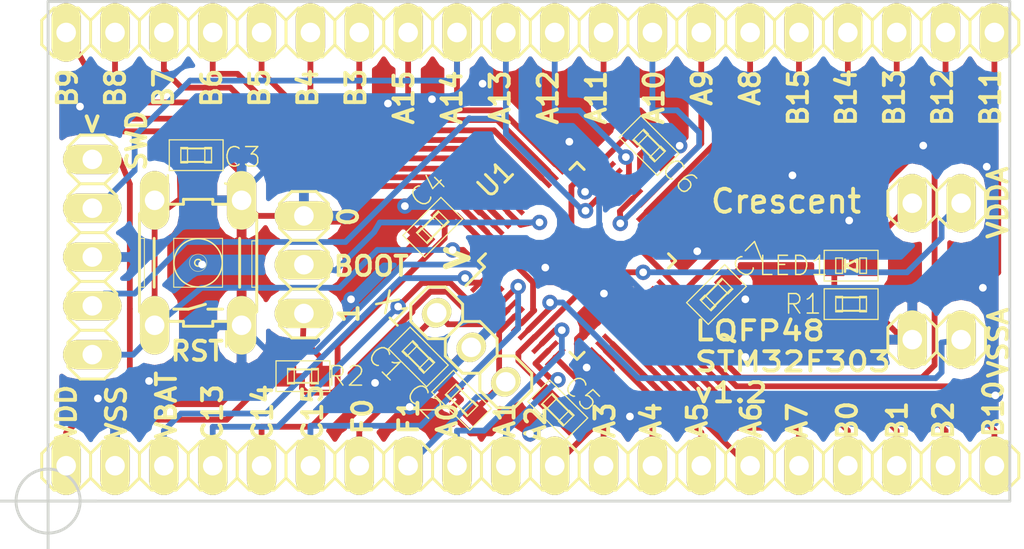
<source format=kicad_pcb>
(kicad_pcb (version 4) (host pcbnew 4.0.1-stable)

  (general
    (links 81)
    (no_connects 0)
    (area 119.418505 110.9203 175.426534 141.59721)
    (thickness 1.6)
    (drawings 58)
    (tracks 556)
    (zones 0)
    (modules 19)
    (nets 47)
  )

  (page A4)
  (title_block
    (title "STM32F303 LQFP48 -> DIP")
    (date 2017-01-03)
    (rev v1.2)
    (company Crescent)
  )

  (layers
    (0 F.Cu signal)
    (31 B.Cu signal)
    (32 B.Adhes user)
    (33 F.Adhes user)
    (34 B.Paste user)
    (35 F.Paste user)
    (36 B.SilkS user)
    (37 F.SilkS user)
    (38 B.Mask user)
    (39 F.Mask user)
    (40 Dwgs.User user)
    (41 Cmts.User user)
    (42 Eco1.User user)
    (43 Eco2.User user)
    (44 Edge.Cuts user)
    (45 Margin user)
    (46 B.CrtYd user)
    (47 F.CrtYd user)
    (48 B.Fab user)
    (49 F.Fab user)
  )

  (setup
    (last_trace_width 0.3)
    (trace_clearance 0.1524)
    (zone_clearance 0.508)
    (zone_45_only no)
    (trace_min 0.2)
    (segment_width 0.2)
    (edge_width 0.15)
    (via_size 0.8)
    (via_drill 0.4)
    (via_min_size 0.8)
    (via_min_drill 0.4)
    (uvia_size 0.3)
    (uvia_drill 0.1)
    (uvias_allowed no)
    (uvia_min_size 0.2)
    (uvia_min_drill 0.1)
    (pcb_text_width 0.3)
    (pcb_text_size 1.5 1.5)
    (mod_edge_width 0.15)
    (mod_text_size 1 1)
    (mod_text_width 0.15)
    (pad_size 1.524 3.048)
    (pad_drill 1.016)
    (pad_to_mask_clearance 0.2)
    (aux_axis_origin 122.25 139)
    (grid_origin 122.25 139)
    (visible_elements 7FFFFF7F)
    (pcbplotparams
      (layerselection 0x010f0_80000001)
      (usegerberextensions true)
      (excludeedgelayer true)
      (linewidth 0.100000)
      (plotframeref false)
      (viasonmask false)
      (mode 1)
      (useauxorigin false)
      (hpglpennumber 1)
      (hpglpenspeed 20)
      (hpglpendiameter 15)
      (hpglpenoverlay 2)
      (psnegative false)
      (psa4output false)
      (plotreference true)
      (plotvalue true)
      (plotinvisibletext false)
      (padsonsilk false)
      (subtractmaskfromsilk false)
      (outputformat 1)
      (mirror false)
      (drillshape 0)
      (scaleselection 1)
      (outputdirectory GERBER/))
  )

  (net 0 "")
  (net 1 OSCI)
  (net 2 VSS)
  (net 3 OSCO)
  (net 4 NRST)
  (net 5 VDD)
  (net 6 VDDA)
  (net 7 PA14)
  (net 8 PA13)
  (net 9 "Net-(JP2-Pad1)")
  (net 10 BOOT)
  (net 11 VBAT)
  (net 12 PC13)
  (net 13 PC14)
  (net 14 PC15)
  (net 15 PA0)
  (net 16 PA1)
  (net 17 PA2)
  (net 18 PA3)
  (net 19 PA4)
  (net 20 PA5)
  (net 21 PA6)
  (net 22 PA7)
  (net 23 PB0)
  (net 24 PB1)
  (net 25 PB2)
  (net 26 PB10)
  (net 27 VSSA)
  (net 28 PB9)
  (net 29 PB8)
  (net 30 PB7)
  (net 31 PB6)
  (net 32 PB5)
  (net 33 PB4)
  (net 34 PB3)
  (net 35 PA15)
  (net 36 PA12)
  (net 37 PA11)
  (net 38 PA10)
  (net 39 PA9)
  (net 40 PA8)
  (net 41 PB15)
  (net 42 PB14)
  (net 43 PB13)
  (net 44 PB12)
  (net 45 PB11)
  (net 46 "Net-(LED1-PadK)")

  (net_class Default "これは標準のネット クラスです。"
    (clearance 0.1524)
    (trace_width 0.3)
    (via_dia 0.8)
    (via_drill 0.4)
    (uvia_dia 0.3)
    (uvia_drill 0.1)
    (add_net BOOT)
    (add_net NRST)
    (add_net "Net-(JP2-Pad1)")
    (add_net "Net-(LED1-PadK)")
    (add_net OSCI)
    (add_net OSCO)
    (add_net PA0)
    (add_net PA1)
    (add_net PA10)
    (add_net PA11)
    (add_net PA12)
    (add_net PA13)
    (add_net PA14)
    (add_net PA15)
    (add_net PA2)
    (add_net PA3)
    (add_net PA4)
    (add_net PA5)
    (add_net PA6)
    (add_net PA7)
    (add_net PA8)
    (add_net PA9)
    (add_net PB0)
    (add_net PB1)
    (add_net PB10)
    (add_net PB11)
    (add_net PB12)
    (add_net PB13)
    (add_net PB14)
    (add_net PB15)
    (add_net PB2)
    (add_net PB3)
    (add_net PB4)
    (add_net PB5)
    (add_net PB6)
    (add_net PB7)
    (add_net PB8)
    (add_net PB9)
    (add_net PC13)
    (add_net PC14)
    (add_net PC15)
    (add_net VBAT)
    (add_net VSS)
    (add_net VSSA)
  )

  (net_class POW ""
    (clearance 0.1524)
    (trace_width 0.3)
    (via_dia 0.8)
    (via_drill 0.4)
    (uvia_dia 0.3)
    (uvia_drill 0.1)
    (add_net VDD)
    (add_net VDDA)
  )

  (module pin-head:pinhead-1X20 (layer F.Cu) (tedit 57F7C0EC) (tstamp 57F7A7B3)
    (at 147.32 137.16)
    (descr "PIN HEADER")
    (tags "PIN HEADER")
    (path /57F66BA2)
    (attr virtual)
    (fp_text reference JP4 (at -22.3012 -2.4638) (layer F.SilkS) hide
      (effects (font (size 1.27 1.27) (thickness 0.127)))
    )
    (fp_text value PINHD-1X20 (at -21.59 2.54) (layer F.SilkS) hide
      (effects (font (size 1.27 1.27) (thickness 0.1016)))
    )
    (fp_line (start 21.336 0.254) (end 21.844 0.254) (layer F.SilkS) (width 0.06604))
    (fp_line (start 21.844 0.254) (end 21.844 -0.254) (layer F.SilkS) (width 0.06604))
    (fp_line (start 21.336 -0.254) (end 21.844 -0.254) (layer F.SilkS) (width 0.06604))
    (fp_line (start 21.336 0.254) (end 21.336 -0.254) (layer F.SilkS) (width 0.06604))
    (fp_line (start 18.796 0.254) (end 19.304 0.254) (layer F.SilkS) (width 0.06604))
    (fp_line (start 19.304 0.254) (end 19.304 -0.254) (layer F.SilkS) (width 0.06604))
    (fp_line (start 18.796 -0.254) (end 19.304 -0.254) (layer F.SilkS) (width 0.06604))
    (fp_line (start 18.796 0.254) (end 18.796 -0.254) (layer F.SilkS) (width 0.06604))
    (fp_line (start 16.256 0.254) (end 16.764 0.254) (layer F.SilkS) (width 0.06604))
    (fp_line (start 16.764 0.254) (end 16.764 -0.254) (layer F.SilkS) (width 0.06604))
    (fp_line (start 16.256 -0.254) (end 16.764 -0.254) (layer F.SilkS) (width 0.06604))
    (fp_line (start 16.256 0.254) (end 16.256 -0.254) (layer F.SilkS) (width 0.06604))
    (fp_line (start 13.716 0.254) (end 14.224 0.254) (layer F.SilkS) (width 0.06604))
    (fp_line (start 14.224 0.254) (end 14.224 -0.254) (layer F.SilkS) (width 0.06604))
    (fp_line (start 13.716 -0.254) (end 14.224 -0.254) (layer F.SilkS) (width 0.06604))
    (fp_line (start 13.716 0.254) (end 13.716 -0.254) (layer F.SilkS) (width 0.06604))
    (fp_line (start 11.176 0.254) (end 11.684 0.254) (layer F.SilkS) (width 0.06604))
    (fp_line (start 11.684 0.254) (end 11.684 -0.254) (layer F.SilkS) (width 0.06604))
    (fp_line (start 11.176 -0.254) (end 11.684 -0.254) (layer F.SilkS) (width 0.06604))
    (fp_line (start 11.176 0.254) (end 11.176 -0.254) (layer F.SilkS) (width 0.06604))
    (fp_line (start 8.636 0.254) (end 9.144 0.254) (layer F.SilkS) (width 0.06604))
    (fp_line (start 9.144 0.254) (end 9.144 -0.254) (layer F.SilkS) (width 0.06604))
    (fp_line (start 8.636 -0.254) (end 9.144 -0.254) (layer F.SilkS) (width 0.06604))
    (fp_line (start 8.636 0.254) (end 8.636 -0.254) (layer F.SilkS) (width 0.06604))
    (fp_line (start 6.096 0.254) (end 6.604 0.254) (layer F.SilkS) (width 0.06604))
    (fp_line (start 6.604 0.254) (end 6.604 -0.254) (layer F.SilkS) (width 0.06604))
    (fp_line (start 6.096 -0.254) (end 6.604 -0.254) (layer F.SilkS) (width 0.06604))
    (fp_line (start 6.096 0.254) (end 6.096 -0.254) (layer F.SilkS) (width 0.06604))
    (fp_line (start 3.556 0.254) (end 4.064 0.254) (layer F.SilkS) (width 0.06604))
    (fp_line (start 4.064 0.254) (end 4.064 -0.254) (layer F.SilkS) (width 0.06604))
    (fp_line (start 3.556 -0.254) (end 4.064 -0.254) (layer F.SilkS) (width 0.06604))
    (fp_line (start 3.556 0.254) (end 3.556 -0.254) (layer F.SilkS) (width 0.06604))
    (fp_line (start 1.016 0.254) (end 1.524 0.254) (layer F.SilkS) (width 0.06604))
    (fp_line (start 1.524 0.254) (end 1.524 -0.254) (layer F.SilkS) (width 0.06604))
    (fp_line (start 1.016 -0.254) (end 1.524 -0.254) (layer F.SilkS) (width 0.06604))
    (fp_line (start 1.016 0.254) (end 1.016 -0.254) (layer F.SilkS) (width 0.06604))
    (fp_line (start -1.524 0.254) (end -1.016 0.254) (layer F.SilkS) (width 0.06604))
    (fp_line (start -1.016 0.254) (end -1.016 -0.254) (layer F.SilkS) (width 0.06604))
    (fp_line (start -1.524 -0.254) (end -1.016 -0.254) (layer F.SilkS) (width 0.06604))
    (fp_line (start -1.524 0.254) (end -1.524 -0.254) (layer F.SilkS) (width 0.06604))
    (fp_line (start -4.064 0.254) (end -3.556 0.254) (layer F.SilkS) (width 0.06604))
    (fp_line (start -3.556 0.254) (end -3.556 -0.254) (layer F.SilkS) (width 0.06604))
    (fp_line (start -4.064 -0.254) (end -3.556 -0.254) (layer F.SilkS) (width 0.06604))
    (fp_line (start -4.064 0.254) (end -4.064 -0.254) (layer F.SilkS) (width 0.06604))
    (fp_line (start -6.604 0.254) (end -6.096 0.254) (layer F.SilkS) (width 0.06604))
    (fp_line (start -6.096 0.254) (end -6.096 -0.254) (layer F.SilkS) (width 0.06604))
    (fp_line (start -6.604 -0.254) (end -6.096 -0.254) (layer F.SilkS) (width 0.06604))
    (fp_line (start -6.604 0.254) (end -6.604 -0.254) (layer F.SilkS) (width 0.06604))
    (fp_line (start -9.144 0.254) (end -8.636 0.254) (layer F.SilkS) (width 0.06604))
    (fp_line (start -8.636 0.254) (end -8.636 -0.254) (layer F.SilkS) (width 0.06604))
    (fp_line (start -9.144 -0.254) (end -8.636 -0.254) (layer F.SilkS) (width 0.06604))
    (fp_line (start -9.144 0.254) (end -9.144 -0.254) (layer F.SilkS) (width 0.06604))
    (fp_line (start -11.684 0.254) (end -11.176 0.254) (layer F.SilkS) (width 0.06604))
    (fp_line (start -11.176 0.254) (end -11.176 -0.254) (layer F.SilkS) (width 0.06604))
    (fp_line (start -11.684 -0.254) (end -11.176 -0.254) (layer F.SilkS) (width 0.06604))
    (fp_line (start -11.684 0.254) (end -11.684 -0.254) (layer F.SilkS) (width 0.06604))
    (fp_line (start -14.224 0.254) (end -13.716 0.254) (layer F.SilkS) (width 0.06604))
    (fp_line (start -13.716 0.254) (end -13.716 -0.254) (layer F.SilkS) (width 0.06604))
    (fp_line (start -14.224 -0.254) (end -13.716 -0.254) (layer F.SilkS) (width 0.06604))
    (fp_line (start -14.224 0.254) (end -14.224 -0.254) (layer F.SilkS) (width 0.06604))
    (fp_line (start -16.764 0.254) (end -16.256 0.254) (layer F.SilkS) (width 0.06604))
    (fp_line (start -16.256 0.254) (end -16.256 -0.254) (layer F.SilkS) (width 0.06604))
    (fp_line (start -16.764 -0.254) (end -16.256 -0.254) (layer F.SilkS) (width 0.06604))
    (fp_line (start -16.764 0.254) (end -16.764 -0.254) (layer F.SilkS) (width 0.06604))
    (fp_line (start -19.304 0.254) (end -18.796 0.254) (layer F.SilkS) (width 0.06604))
    (fp_line (start -18.796 0.254) (end -18.796 -0.254) (layer F.SilkS) (width 0.06604))
    (fp_line (start -19.304 -0.254) (end -18.796 -0.254) (layer F.SilkS) (width 0.06604))
    (fp_line (start -19.304 0.254) (end -19.304 -0.254) (layer F.SilkS) (width 0.06604))
    (fp_line (start -21.844 0.254) (end -21.336 0.254) (layer F.SilkS) (width 0.06604))
    (fp_line (start -21.336 0.254) (end -21.336 -0.254) (layer F.SilkS) (width 0.06604))
    (fp_line (start -21.844 -0.254) (end -21.336 -0.254) (layer F.SilkS) (width 0.06604))
    (fp_line (start -21.844 0.254) (end -21.844 -0.254) (layer F.SilkS) (width 0.06604))
    (fp_line (start -24.384 0.254) (end -23.876 0.254) (layer F.SilkS) (width 0.06604))
    (fp_line (start -23.876 0.254) (end -23.876 -0.254) (layer F.SilkS) (width 0.06604))
    (fp_line (start -24.384 -0.254) (end -23.876 -0.254) (layer F.SilkS) (width 0.06604))
    (fp_line (start -24.384 0.254) (end -24.384 -0.254) (layer F.SilkS) (width 0.06604))
    (fp_line (start 23.876 0.254) (end 24.384 0.254) (layer F.SilkS) (width 0.06604))
    (fp_line (start 24.384 0.254) (end 24.384 -0.254) (layer F.SilkS) (width 0.06604))
    (fp_line (start 23.876 -0.254) (end 24.384 -0.254) (layer F.SilkS) (width 0.06604))
    (fp_line (start 23.876 0.254) (end 23.876 -0.254) (layer F.SilkS) (width 0.06604))
    (fp_line (start 20.955 -1.27) (end 22.225 -1.27) (layer F.SilkS) (width 0.1524))
    (fp_line (start 22.225 -1.27) (end 22.86 -0.635) (layer F.SilkS) (width 0.1524))
    (fp_line (start 22.86 -0.635) (end 22.86 0.635) (layer F.SilkS) (width 0.1524))
    (fp_line (start 22.86 0.635) (end 22.225 1.27) (layer F.SilkS) (width 0.1524))
    (fp_line (start 17.78 -0.635) (end 18.415 -1.27) (layer F.SilkS) (width 0.1524))
    (fp_line (start 18.415 -1.27) (end 19.685 -1.27) (layer F.SilkS) (width 0.1524))
    (fp_line (start 19.685 -1.27) (end 20.32 -0.635) (layer F.SilkS) (width 0.1524))
    (fp_line (start 20.32 -0.635) (end 20.32 0.635) (layer F.SilkS) (width 0.1524))
    (fp_line (start 20.32 0.635) (end 19.685 1.27) (layer F.SilkS) (width 0.1524))
    (fp_line (start 19.685 1.27) (end 18.415 1.27) (layer F.SilkS) (width 0.1524))
    (fp_line (start 18.415 1.27) (end 17.78 0.635) (layer F.SilkS) (width 0.1524))
    (fp_line (start 20.955 -1.27) (end 20.32 -0.635) (layer F.SilkS) (width 0.1524))
    (fp_line (start 20.32 0.635) (end 20.955 1.27) (layer F.SilkS) (width 0.1524))
    (fp_line (start 22.225 1.27) (end 20.955 1.27) (layer F.SilkS) (width 0.1524))
    (fp_line (start 13.335 -1.27) (end 14.605 -1.27) (layer F.SilkS) (width 0.1524))
    (fp_line (start 14.605 -1.27) (end 15.24 -0.635) (layer F.SilkS) (width 0.1524))
    (fp_line (start 15.24 -0.635) (end 15.24 0.635) (layer F.SilkS) (width 0.1524))
    (fp_line (start 15.24 0.635) (end 14.605 1.27) (layer F.SilkS) (width 0.1524))
    (fp_line (start 15.24 -0.635) (end 15.875 -1.27) (layer F.SilkS) (width 0.1524))
    (fp_line (start 15.875 -1.27) (end 17.145 -1.27) (layer F.SilkS) (width 0.1524))
    (fp_line (start 17.145 -1.27) (end 17.78 -0.635) (layer F.SilkS) (width 0.1524))
    (fp_line (start 17.78 -0.635) (end 17.78 0.635) (layer F.SilkS) (width 0.1524))
    (fp_line (start 17.78 0.635) (end 17.145 1.27) (layer F.SilkS) (width 0.1524))
    (fp_line (start 17.145 1.27) (end 15.875 1.27) (layer F.SilkS) (width 0.1524))
    (fp_line (start 15.875 1.27) (end 15.24 0.635) (layer F.SilkS) (width 0.1524))
    (fp_line (start 10.16 -0.635) (end 10.795 -1.27) (layer F.SilkS) (width 0.1524))
    (fp_line (start 10.795 -1.27) (end 12.065 -1.27) (layer F.SilkS) (width 0.1524))
    (fp_line (start 12.065 -1.27) (end 12.7 -0.635) (layer F.SilkS) (width 0.1524))
    (fp_line (start 12.7 -0.635) (end 12.7 0.635) (layer F.SilkS) (width 0.1524))
    (fp_line (start 12.7 0.635) (end 12.065 1.27) (layer F.SilkS) (width 0.1524))
    (fp_line (start 12.065 1.27) (end 10.795 1.27) (layer F.SilkS) (width 0.1524))
    (fp_line (start 10.795 1.27) (end 10.16 0.635) (layer F.SilkS) (width 0.1524))
    (fp_line (start 13.335 -1.27) (end 12.7 -0.635) (layer F.SilkS) (width 0.1524))
    (fp_line (start 12.7 0.635) (end 13.335 1.27) (layer F.SilkS) (width 0.1524))
    (fp_line (start 14.605 1.27) (end 13.335 1.27) (layer F.SilkS) (width 0.1524))
    (fp_line (start 5.715 -1.27) (end 6.985 -1.27) (layer F.SilkS) (width 0.1524))
    (fp_line (start 6.985 -1.27) (end 7.62 -0.635) (layer F.SilkS) (width 0.1524))
    (fp_line (start 7.62 -0.635) (end 7.62 0.635) (layer F.SilkS) (width 0.1524))
    (fp_line (start 7.62 0.635) (end 6.985 1.27) (layer F.SilkS) (width 0.1524))
    (fp_line (start 7.62 -0.635) (end 8.255 -1.27) (layer F.SilkS) (width 0.1524))
    (fp_line (start 8.255 -1.27) (end 9.525 -1.27) (layer F.SilkS) (width 0.1524))
    (fp_line (start 9.525 -1.27) (end 10.16 -0.635) (layer F.SilkS) (width 0.1524))
    (fp_line (start 10.16 -0.635) (end 10.16 0.635) (layer F.SilkS) (width 0.1524))
    (fp_line (start 10.16 0.635) (end 9.525 1.27) (layer F.SilkS) (width 0.1524))
    (fp_line (start 9.525 1.27) (end 8.255 1.27) (layer F.SilkS) (width 0.1524))
    (fp_line (start 8.255 1.27) (end 7.62 0.635) (layer F.SilkS) (width 0.1524))
    (fp_line (start 2.54 -0.635) (end 3.175 -1.27) (layer F.SilkS) (width 0.1524))
    (fp_line (start 3.175 -1.27) (end 4.445 -1.27) (layer F.SilkS) (width 0.1524))
    (fp_line (start 4.445 -1.27) (end 5.08 -0.635) (layer F.SilkS) (width 0.1524))
    (fp_line (start 5.08 -0.635) (end 5.08 0.635) (layer F.SilkS) (width 0.1524))
    (fp_line (start 5.08 0.635) (end 4.445 1.27) (layer F.SilkS) (width 0.1524))
    (fp_line (start 4.445 1.27) (end 3.175 1.27) (layer F.SilkS) (width 0.1524))
    (fp_line (start 3.175 1.27) (end 2.54 0.635) (layer F.SilkS) (width 0.1524))
    (fp_line (start 5.715 -1.27) (end 5.08 -0.635) (layer F.SilkS) (width 0.1524))
    (fp_line (start 5.08 0.635) (end 5.715 1.27) (layer F.SilkS) (width 0.1524))
    (fp_line (start 6.985 1.27) (end 5.715 1.27) (layer F.SilkS) (width 0.1524))
    (fp_line (start -1.905 -1.27) (end -0.635 -1.27) (layer F.SilkS) (width 0.1524))
    (fp_line (start -0.635 -1.27) (end 0 -0.635) (layer F.SilkS) (width 0.1524))
    (fp_line (start 0 -0.635) (end 0 0.635) (layer F.SilkS) (width 0.1524))
    (fp_line (start 0 0.635) (end -0.635 1.27) (layer F.SilkS) (width 0.1524))
    (fp_line (start 0 -0.635) (end 0.635 -1.27) (layer F.SilkS) (width 0.1524))
    (fp_line (start 0.635 -1.27) (end 1.905 -1.27) (layer F.SilkS) (width 0.1524))
    (fp_line (start 1.905 -1.27) (end 2.54 -0.635) (layer F.SilkS) (width 0.1524))
    (fp_line (start 2.54 -0.635) (end 2.54 0.635) (layer F.SilkS) (width 0.1524))
    (fp_line (start 2.54 0.635) (end 1.905 1.27) (layer F.SilkS) (width 0.1524))
    (fp_line (start 1.905 1.27) (end 0.635 1.27) (layer F.SilkS) (width 0.1524))
    (fp_line (start 0.635 1.27) (end 0 0.635) (layer F.SilkS) (width 0.1524))
    (fp_line (start -5.08 -0.635) (end -4.445 -1.27) (layer F.SilkS) (width 0.1524))
    (fp_line (start -4.445 -1.27) (end -3.175 -1.27) (layer F.SilkS) (width 0.1524))
    (fp_line (start -3.175 -1.27) (end -2.54 -0.635) (layer F.SilkS) (width 0.1524))
    (fp_line (start -2.54 -0.635) (end -2.54 0.635) (layer F.SilkS) (width 0.1524))
    (fp_line (start -2.54 0.635) (end -3.175 1.27) (layer F.SilkS) (width 0.1524))
    (fp_line (start -3.175 1.27) (end -4.445 1.27) (layer F.SilkS) (width 0.1524))
    (fp_line (start -4.445 1.27) (end -5.08 0.635) (layer F.SilkS) (width 0.1524))
    (fp_line (start -1.905 -1.27) (end -2.54 -0.635) (layer F.SilkS) (width 0.1524))
    (fp_line (start -2.54 0.635) (end -1.905 1.27) (layer F.SilkS) (width 0.1524))
    (fp_line (start -0.635 1.27) (end -1.905 1.27) (layer F.SilkS) (width 0.1524))
    (fp_line (start -9.525 -1.27) (end -8.255 -1.27) (layer F.SilkS) (width 0.1524))
    (fp_line (start -8.255 -1.27) (end -7.62 -0.635) (layer F.SilkS) (width 0.1524))
    (fp_line (start -7.62 -0.635) (end -7.62 0.635) (layer F.SilkS) (width 0.1524))
    (fp_line (start -7.62 0.635) (end -8.255 1.27) (layer F.SilkS) (width 0.1524))
    (fp_line (start -7.62 -0.635) (end -6.985 -1.27) (layer F.SilkS) (width 0.1524))
    (fp_line (start -6.985 -1.27) (end -5.715 -1.27) (layer F.SilkS) (width 0.1524))
    (fp_line (start -5.715 -1.27) (end -5.08 -0.635) (layer F.SilkS) (width 0.1524))
    (fp_line (start -5.08 -0.635) (end -5.08 0.635) (layer F.SilkS) (width 0.1524))
    (fp_line (start -5.08 0.635) (end -5.715 1.27) (layer F.SilkS) (width 0.1524))
    (fp_line (start -5.715 1.27) (end -6.985 1.27) (layer F.SilkS) (width 0.1524))
    (fp_line (start -6.985 1.27) (end -7.62 0.635) (layer F.SilkS) (width 0.1524))
    (fp_line (start -12.7 -0.635) (end -12.065 -1.27) (layer F.SilkS) (width 0.1524))
    (fp_line (start -12.065 -1.27) (end -10.795 -1.27) (layer F.SilkS) (width 0.1524))
    (fp_line (start -10.795 -1.27) (end -10.16 -0.635) (layer F.SilkS) (width 0.1524))
    (fp_line (start -10.16 -0.635) (end -10.16 0.635) (layer F.SilkS) (width 0.1524))
    (fp_line (start -10.16 0.635) (end -10.795 1.27) (layer F.SilkS) (width 0.1524))
    (fp_line (start -10.795 1.27) (end -12.065 1.27) (layer F.SilkS) (width 0.1524))
    (fp_line (start -12.065 1.27) (end -12.7 0.635) (layer F.SilkS) (width 0.1524))
    (fp_line (start -9.525 -1.27) (end -10.16 -0.635) (layer F.SilkS) (width 0.1524))
    (fp_line (start -10.16 0.635) (end -9.525 1.27) (layer F.SilkS) (width 0.1524))
    (fp_line (start -8.255 1.27) (end -9.525 1.27) (layer F.SilkS) (width 0.1524))
    (fp_line (start -17.145 -1.27) (end -15.875 -1.27) (layer F.SilkS) (width 0.1524))
    (fp_line (start -15.875 -1.27) (end -15.24 -0.635) (layer F.SilkS) (width 0.1524))
    (fp_line (start -15.24 -0.635) (end -15.24 0.635) (layer F.SilkS) (width 0.1524))
    (fp_line (start -15.24 0.635) (end -15.875 1.27) (layer F.SilkS) (width 0.1524))
    (fp_line (start -15.24 -0.635) (end -14.605 -1.27) (layer F.SilkS) (width 0.1524))
    (fp_line (start -14.605 -1.27) (end -13.335 -1.27) (layer F.SilkS) (width 0.1524))
    (fp_line (start -13.335 -1.27) (end -12.7 -0.635) (layer F.SilkS) (width 0.1524))
    (fp_line (start -12.7 -0.635) (end -12.7 0.635) (layer F.SilkS) (width 0.1524))
    (fp_line (start -12.7 0.635) (end -13.335 1.27) (layer F.SilkS) (width 0.1524))
    (fp_line (start -13.335 1.27) (end -14.605 1.27) (layer F.SilkS) (width 0.1524))
    (fp_line (start -14.605 1.27) (end -15.24 0.635) (layer F.SilkS) (width 0.1524))
    (fp_line (start -20.32 -0.635) (end -19.685 -1.27) (layer F.SilkS) (width 0.1524))
    (fp_line (start -19.685 -1.27) (end -18.415 -1.27) (layer F.SilkS) (width 0.1524))
    (fp_line (start -18.415 -1.27) (end -17.78 -0.635) (layer F.SilkS) (width 0.1524))
    (fp_line (start -17.78 -0.635) (end -17.78 0.635) (layer F.SilkS) (width 0.1524))
    (fp_line (start -17.78 0.635) (end -18.415 1.27) (layer F.SilkS) (width 0.1524))
    (fp_line (start -18.415 1.27) (end -19.685 1.27) (layer F.SilkS) (width 0.1524))
    (fp_line (start -19.685 1.27) (end -20.32 0.635) (layer F.SilkS) (width 0.1524))
    (fp_line (start -17.145 -1.27) (end -17.78 -0.635) (layer F.SilkS) (width 0.1524))
    (fp_line (start -17.78 0.635) (end -17.145 1.27) (layer F.SilkS) (width 0.1524))
    (fp_line (start -15.875 1.27) (end -17.145 1.27) (layer F.SilkS) (width 0.1524))
    (fp_line (start -24.765 -1.27) (end -23.495 -1.27) (layer F.SilkS) (width 0.1524))
    (fp_line (start -23.495 -1.27) (end -22.86 -0.635) (layer F.SilkS) (width 0.1524))
    (fp_line (start -22.86 -0.635) (end -22.86 0.635) (layer F.SilkS) (width 0.1524))
    (fp_line (start -22.86 0.635) (end -23.495 1.27) (layer F.SilkS) (width 0.1524))
    (fp_line (start -22.86 -0.635) (end -22.225 -1.27) (layer F.SilkS) (width 0.1524))
    (fp_line (start -22.225 -1.27) (end -20.955 -1.27) (layer F.SilkS) (width 0.1524))
    (fp_line (start -20.955 -1.27) (end -20.32 -0.635) (layer F.SilkS) (width 0.1524))
    (fp_line (start -20.32 -0.635) (end -20.32 0.635) (layer F.SilkS) (width 0.1524))
    (fp_line (start -20.32 0.635) (end -20.955 1.27) (layer F.SilkS) (width 0.1524))
    (fp_line (start -20.955 1.27) (end -22.225 1.27) (layer F.SilkS) (width 0.1524))
    (fp_line (start -22.225 1.27) (end -22.86 0.635) (layer F.SilkS) (width 0.1524))
    (fp_line (start -25.4 -0.635) (end -25.4 0.635) (layer F.SilkS) (width 0.1524))
    (fp_line (start -24.765 -1.27) (end -25.4 -0.635) (layer F.SilkS) (width 0.1524))
    (fp_line (start -25.4 0.635) (end -24.765 1.27) (layer F.SilkS) (width 0.1524))
    (fp_line (start -23.495 1.27) (end -24.765 1.27) (layer F.SilkS) (width 0.1524))
    (fp_line (start 23.495 -1.27) (end 24.765 -1.27) (layer F.SilkS) (width 0.1524))
    (fp_line (start 24.765 -1.27) (end 25.4 -0.635) (layer F.SilkS) (width 0.1524))
    (fp_line (start 25.4 -0.635) (end 25.4 0.635) (layer F.SilkS) (width 0.1524))
    (fp_line (start 25.4 0.635) (end 24.765 1.27) (layer F.SilkS) (width 0.1524))
    (fp_line (start 23.495 -1.27) (end 22.86 -0.635) (layer F.SilkS) (width 0.1524))
    (fp_line (start 22.86 0.635) (end 23.495 1.27) (layer F.SilkS) (width 0.1524))
    (fp_line (start 24.765 1.27) (end 23.495 1.27) (layer F.SilkS) (width 0.1524))
    (pad 1 thru_hole oval (at -24.13 0 180) (size 1.524 3.048) (drill 1.016) (layers *.Cu *.Paste F.SilkS F.Mask)
      (net 5 VDD))
    (pad 2 thru_hole oval (at -21.59 0 180) (size 1.524 3.048) (drill 1.016) (layers *.Cu *.Paste F.SilkS F.Mask)
      (net 2 VSS))
    (pad 3 thru_hole oval (at -19.05 0 180) (size 1.524 3.048) (drill 1.016) (layers *.Cu *.Paste F.SilkS F.Mask)
      (net 11 VBAT))
    (pad 4 thru_hole oval (at -16.51 0 180) (size 1.524 3.048) (drill 1.016) (layers *.Cu *.Paste F.SilkS F.Mask)
      (net 12 PC13))
    (pad 5 thru_hole oval (at -13.97 0 180) (size 1.524 3.048) (drill 1.016) (layers *.Cu *.Paste F.SilkS F.Mask)
      (net 13 PC14))
    (pad 6 thru_hole oval (at -11.43 0 180) (size 1.524 3.048) (drill 1.016) (layers *.Cu *.Paste F.SilkS F.Mask)
      (net 14 PC15))
    (pad 7 thru_hole oval (at -8.89 0 180) (size 1.524 3.048) (drill 1.016) (layers *.Cu *.Paste F.SilkS F.Mask)
      (net 1 OSCI))
    (pad 8 thru_hole oval (at -6.35 0 180) (size 1.524 3.048) (drill 1.016) (layers *.Cu *.Paste F.SilkS F.Mask)
      (net 3 OSCO))
    (pad 9 thru_hole oval (at -3.81 0 180) (size 1.524 3.048) (drill 1.016) (layers *.Cu *.Paste F.SilkS F.Mask)
      (net 15 PA0))
    (pad 10 thru_hole oval (at -1.27 0 180) (size 1.524 3.048) (drill 1.016) (layers *.Cu *.Paste F.SilkS F.Mask)
      (net 16 PA1))
    (pad 11 thru_hole oval (at 1.27 0 180) (size 1.524 3.048) (drill 1.016) (layers *.Cu *.Paste F.SilkS F.Mask)
      (net 17 PA2))
    (pad 12 thru_hole oval (at 3.81 0 180) (size 1.524 3.048) (drill 1.016) (layers *.Cu *.Paste F.SilkS F.Mask)
      (net 18 PA3))
    (pad 13 thru_hole oval (at 6.35 0 180) (size 1.524 3.048) (drill 1.016) (layers *.Cu *.Paste F.SilkS F.Mask)
      (net 19 PA4))
    (pad 14 thru_hole oval (at 8.89 0 180) (size 1.524 3.048) (drill 1.016) (layers *.Cu *.Paste F.SilkS F.Mask)
      (net 20 PA5))
    (pad 15 thru_hole oval (at 11.43 0 180) (size 1.524 3.048) (drill 1.016) (layers *.Cu *.Paste F.SilkS F.Mask)
      (net 21 PA6))
    (pad 16 thru_hole oval (at 13.97 0 180) (size 1.524 3.048) (drill 1.016) (layers *.Cu *.Paste F.SilkS F.Mask)
      (net 22 PA7))
    (pad 17 thru_hole oval (at 16.51 0 180) (size 1.524 3.048) (drill 1.016) (layers *.Cu *.Paste F.SilkS F.Mask)
      (net 23 PB0))
    (pad 18 thru_hole oval (at 19.05 0 180) (size 1.524 3.048) (drill 1.016) (layers *.Cu *.Paste F.SilkS F.Mask)
      (net 24 PB1))
    (pad 19 thru_hole oval (at 21.59 0 180) (size 1.524 3.048) (drill 1.016) (layers *.Cu *.Paste F.SilkS F.Mask)
      (net 25 PB2))
    (pad 20 thru_hole oval (at 24.13 0 180) (size 1.524 3.048) (drill 1.016) (layers *.Cu *.Paste F.SilkS F.Mask)
      (net 26 PB10))
  )

  (module pin-head:pinhead-1X20 (layer F.Cu) (tedit 57F7C089) (tstamp 57F7A7D1)
    (at 147.3198 114.616)
    (descr "PIN HEADER")
    (tags "PIN HEADER")
    (path /57F66C63)
    (attr virtual)
    (fp_text reference JP6 (at -22.3012 -2.4638) (layer F.SilkS) hide
      (effects (font (size 1.27 1.27) (thickness 0.127)))
    )
    (fp_text value PINHD-1X20 (at -21.59 2.54) (layer F.SilkS) hide
      (effects (font (size 1.27 1.27) (thickness 0.1016)))
    )
    (fp_line (start 21.336 0.254) (end 21.844 0.254) (layer F.SilkS) (width 0.06604))
    (fp_line (start 21.844 0.254) (end 21.844 -0.254) (layer F.SilkS) (width 0.06604))
    (fp_line (start 21.336 -0.254) (end 21.844 -0.254) (layer F.SilkS) (width 0.06604))
    (fp_line (start 21.336 0.254) (end 21.336 -0.254) (layer F.SilkS) (width 0.06604))
    (fp_line (start 18.796 0.254) (end 19.304 0.254) (layer F.SilkS) (width 0.06604))
    (fp_line (start 19.304 0.254) (end 19.304 -0.254) (layer F.SilkS) (width 0.06604))
    (fp_line (start 18.796 -0.254) (end 19.304 -0.254) (layer F.SilkS) (width 0.06604))
    (fp_line (start 18.796 0.254) (end 18.796 -0.254) (layer F.SilkS) (width 0.06604))
    (fp_line (start 16.256 0.254) (end 16.764 0.254) (layer F.SilkS) (width 0.06604))
    (fp_line (start 16.764 0.254) (end 16.764 -0.254) (layer F.SilkS) (width 0.06604))
    (fp_line (start 16.256 -0.254) (end 16.764 -0.254) (layer F.SilkS) (width 0.06604))
    (fp_line (start 16.256 0.254) (end 16.256 -0.254) (layer F.SilkS) (width 0.06604))
    (fp_line (start 13.716 0.254) (end 14.224 0.254) (layer F.SilkS) (width 0.06604))
    (fp_line (start 14.224 0.254) (end 14.224 -0.254) (layer F.SilkS) (width 0.06604))
    (fp_line (start 13.716 -0.254) (end 14.224 -0.254) (layer F.SilkS) (width 0.06604))
    (fp_line (start 13.716 0.254) (end 13.716 -0.254) (layer F.SilkS) (width 0.06604))
    (fp_line (start 11.176 0.254) (end 11.684 0.254) (layer F.SilkS) (width 0.06604))
    (fp_line (start 11.684 0.254) (end 11.684 -0.254) (layer F.SilkS) (width 0.06604))
    (fp_line (start 11.176 -0.254) (end 11.684 -0.254) (layer F.SilkS) (width 0.06604))
    (fp_line (start 11.176 0.254) (end 11.176 -0.254) (layer F.SilkS) (width 0.06604))
    (fp_line (start 8.636 0.254) (end 9.144 0.254) (layer F.SilkS) (width 0.06604))
    (fp_line (start 9.144 0.254) (end 9.144 -0.254) (layer F.SilkS) (width 0.06604))
    (fp_line (start 8.636 -0.254) (end 9.144 -0.254) (layer F.SilkS) (width 0.06604))
    (fp_line (start 8.636 0.254) (end 8.636 -0.254) (layer F.SilkS) (width 0.06604))
    (fp_line (start 6.096 0.254) (end 6.604 0.254) (layer F.SilkS) (width 0.06604))
    (fp_line (start 6.604 0.254) (end 6.604 -0.254) (layer F.SilkS) (width 0.06604))
    (fp_line (start 6.096 -0.254) (end 6.604 -0.254) (layer F.SilkS) (width 0.06604))
    (fp_line (start 6.096 0.254) (end 6.096 -0.254) (layer F.SilkS) (width 0.06604))
    (fp_line (start 3.556 0.254) (end 4.064 0.254) (layer F.SilkS) (width 0.06604))
    (fp_line (start 4.064 0.254) (end 4.064 -0.254) (layer F.SilkS) (width 0.06604))
    (fp_line (start 3.556 -0.254) (end 4.064 -0.254) (layer F.SilkS) (width 0.06604))
    (fp_line (start 3.556 0.254) (end 3.556 -0.254) (layer F.SilkS) (width 0.06604))
    (fp_line (start 1.016 0.254) (end 1.524 0.254) (layer F.SilkS) (width 0.06604))
    (fp_line (start 1.524 0.254) (end 1.524 -0.254) (layer F.SilkS) (width 0.06604))
    (fp_line (start 1.016 -0.254) (end 1.524 -0.254) (layer F.SilkS) (width 0.06604))
    (fp_line (start 1.016 0.254) (end 1.016 -0.254) (layer F.SilkS) (width 0.06604))
    (fp_line (start -1.524 0.254) (end -1.016 0.254) (layer F.SilkS) (width 0.06604))
    (fp_line (start -1.016 0.254) (end -1.016 -0.254) (layer F.SilkS) (width 0.06604))
    (fp_line (start -1.524 -0.254) (end -1.016 -0.254) (layer F.SilkS) (width 0.06604))
    (fp_line (start -1.524 0.254) (end -1.524 -0.254) (layer F.SilkS) (width 0.06604))
    (fp_line (start -4.064 0.254) (end -3.556 0.254) (layer F.SilkS) (width 0.06604))
    (fp_line (start -3.556 0.254) (end -3.556 -0.254) (layer F.SilkS) (width 0.06604))
    (fp_line (start -4.064 -0.254) (end -3.556 -0.254) (layer F.SilkS) (width 0.06604))
    (fp_line (start -4.064 0.254) (end -4.064 -0.254) (layer F.SilkS) (width 0.06604))
    (fp_line (start -6.604 0.254) (end -6.096 0.254) (layer F.SilkS) (width 0.06604))
    (fp_line (start -6.096 0.254) (end -6.096 -0.254) (layer F.SilkS) (width 0.06604))
    (fp_line (start -6.604 -0.254) (end -6.096 -0.254) (layer F.SilkS) (width 0.06604))
    (fp_line (start -6.604 0.254) (end -6.604 -0.254) (layer F.SilkS) (width 0.06604))
    (fp_line (start -9.144 0.254) (end -8.636 0.254) (layer F.SilkS) (width 0.06604))
    (fp_line (start -8.636 0.254) (end -8.636 -0.254) (layer F.SilkS) (width 0.06604))
    (fp_line (start -9.144 -0.254) (end -8.636 -0.254) (layer F.SilkS) (width 0.06604))
    (fp_line (start -9.144 0.254) (end -9.144 -0.254) (layer F.SilkS) (width 0.06604))
    (fp_line (start -11.684 0.254) (end -11.176 0.254) (layer F.SilkS) (width 0.06604))
    (fp_line (start -11.176 0.254) (end -11.176 -0.254) (layer F.SilkS) (width 0.06604))
    (fp_line (start -11.684 -0.254) (end -11.176 -0.254) (layer F.SilkS) (width 0.06604))
    (fp_line (start -11.684 0.254) (end -11.684 -0.254) (layer F.SilkS) (width 0.06604))
    (fp_line (start -14.224 0.254) (end -13.716 0.254) (layer F.SilkS) (width 0.06604))
    (fp_line (start -13.716 0.254) (end -13.716 -0.254) (layer F.SilkS) (width 0.06604))
    (fp_line (start -14.224 -0.254) (end -13.716 -0.254) (layer F.SilkS) (width 0.06604))
    (fp_line (start -14.224 0.254) (end -14.224 -0.254) (layer F.SilkS) (width 0.06604))
    (fp_line (start -16.764 0.254) (end -16.256 0.254) (layer F.SilkS) (width 0.06604))
    (fp_line (start -16.256 0.254) (end -16.256 -0.254) (layer F.SilkS) (width 0.06604))
    (fp_line (start -16.764 -0.254) (end -16.256 -0.254) (layer F.SilkS) (width 0.06604))
    (fp_line (start -16.764 0.254) (end -16.764 -0.254) (layer F.SilkS) (width 0.06604))
    (fp_line (start -19.304 0.254) (end -18.796 0.254) (layer F.SilkS) (width 0.06604))
    (fp_line (start -18.796 0.254) (end -18.796 -0.254) (layer F.SilkS) (width 0.06604))
    (fp_line (start -19.304 -0.254) (end -18.796 -0.254) (layer F.SilkS) (width 0.06604))
    (fp_line (start -19.304 0.254) (end -19.304 -0.254) (layer F.SilkS) (width 0.06604))
    (fp_line (start -21.844 0.254) (end -21.336 0.254) (layer F.SilkS) (width 0.06604))
    (fp_line (start -21.336 0.254) (end -21.336 -0.254) (layer F.SilkS) (width 0.06604))
    (fp_line (start -21.844 -0.254) (end -21.336 -0.254) (layer F.SilkS) (width 0.06604))
    (fp_line (start -21.844 0.254) (end -21.844 -0.254) (layer F.SilkS) (width 0.06604))
    (fp_line (start -24.384 0.254) (end -23.876 0.254) (layer F.SilkS) (width 0.06604))
    (fp_line (start -23.876 0.254) (end -23.876 -0.254) (layer F.SilkS) (width 0.06604))
    (fp_line (start -24.384 -0.254) (end -23.876 -0.254) (layer F.SilkS) (width 0.06604))
    (fp_line (start -24.384 0.254) (end -24.384 -0.254) (layer F.SilkS) (width 0.06604))
    (fp_line (start 23.876 0.254) (end 24.384 0.254) (layer F.SilkS) (width 0.06604))
    (fp_line (start 24.384 0.254) (end 24.384 -0.254) (layer F.SilkS) (width 0.06604))
    (fp_line (start 23.876 -0.254) (end 24.384 -0.254) (layer F.SilkS) (width 0.06604))
    (fp_line (start 23.876 0.254) (end 23.876 -0.254) (layer F.SilkS) (width 0.06604))
    (fp_line (start 20.955 -1.27) (end 22.225 -1.27) (layer F.SilkS) (width 0.1524))
    (fp_line (start 22.225 -1.27) (end 22.86 -0.635) (layer F.SilkS) (width 0.1524))
    (fp_line (start 22.86 -0.635) (end 22.86 0.635) (layer F.SilkS) (width 0.1524))
    (fp_line (start 22.86 0.635) (end 22.225 1.27) (layer F.SilkS) (width 0.1524))
    (fp_line (start 17.78 -0.635) (end 18.415 -1.27) (layer F.SilkS) (width 0.1524))
    (fp_line (start 18.415 -1.27) (end 19.685 -1.27) (layer F.SilkS) (width 0.1524))
    (fp_line (start 19.685 -1.27) (end 20.32 -0.635) (layer F.SilkS) (width 0.1524))
    (fp_line (start 20.32 -0.635) (end 20.32 0.635) (layer F.SilkS) (width 0.1524))
    (fp_line (start 20.32 0.635) (end 19.685 1.27) (layer F.SilkS) (width 0.1524))
    (fp_line (start 19.685 1.27) (end 18.415 1.27) (layer F.SilkS) (width 0.1524))
    (fp_line (start 18.415 1.27) (end 17.78 0.635) (layer F.SilkS) (width 0.1524))
    (fp_line (start 20.955 -1.27) (end 20.32 -0.635) (layer F.SilkS) (width 0.1524))
    (fp_line (start 20.32 0.635) (end 20.955 1.27) (layer F.SilkS) (width 0.1524))
    (fp_line (start 22.225 1.27) (end 20.955 1.27) (layer F.SilkS) (width 0.1524))
    (fp_line (start 13.335 -1.27) (end 14.605 -1.27) (layer F.SilkS) (width 0.1524))
    (fp_line (start 14.605 -1.27) (end 15.24 -0.635) (layer F.SilkS) (width 0.1524))
    (fp_line (start 15.24 -0.635) (end 15.24 0.635) (layer F.SilkS) (width 0.1524))
    (fp_line (start 15.24 0.635) (end 14.605 1.27) (layer F.SilkS) (width 0.1524))
    (fp_line (start 15.24 -0.635) (end 15.875 -1.27) (layer F.SilkS) (width 0.1524))
    (fp_line (start 15.875 -1.27) (end 17.145 -1.27) (layer F.SilkS) (width 0.1524))
    (fp_line (start 17.145 -1.27) (end 17.78 -0.635) (layer F.SilkS) (width 0.1524))
    (fp_line (start 17.78 -0.635) (end 17.78 0.635) (layer F.SilkS) (width 0.1524))
    (fp_line (start 17.78 0.635) (end 17.145 1.27) (layer F.SilkS) (width 0.1524))
    (fp_line (start 17.145 1.27) (end 15.875 1.27) (layer F.SilkS) (width 0.1524))
    (fp_line (start 15.875 1.27) (end 15.24 0.635) (layer F.SilkS) (width 0.1524))
    (fp_line (start 10.16 -0.635) (end 10.795 -1.27) (layer F.SilkS) (width 0.1524))
    (fp_line (start 10.795 -1.27) (end 12.065 -1.27) (layer F.SilkS) (width 0.1524))
    (fp_line (start 12.065 -1.27) (end 12.7 -0.635) (layer F.SilkS) (width 0.1524))
    (fp_line (start 12.7 -0.635) (end 12.7 0.635) (layer F.SilkS) (width 0.1524))
    (fp_line (start 12.7 0.635) (end 12.065 1.27) (layer F.SilkS) (width 0.1524))
    (fp_line (start 12.065 1.27) (end 10.795 1.27) (layer F.SilkS) (width 0.1524))
    (fp_line (start 10.795 1.27) (end 10.16 0.635) (layer F.SilkS) (width 0.1524))
    (fp_line (start 13.335 -1.27) (end 12.7 -0.635) (layer F.SilkS) (width 0.1524))
    (fp_line (start 12.7 0.635) (end 13.335 1.27) (layer F.SilkS) (width 0.1524))
    (fp_line (start 14.605 1.27) (end 13.335 1.27) (layer F.SilkS) (width 0.1524))
    (fp_line (start 5.715 -1.27) (end 6.985 -1.27) (layer F.SilkS) (width 0.1524))
    (fp_line (start 6.985 -1.27) (end 7.62 -0.635) (layer F.SilkS) (width 0.1524))
    (fp_line (start 7.62 -0.635) (end 7.62 0.635) (layer F.SilkS) (width 0.1524))
    (fp_line (start 7.62 0.635) (end 6.985 1.27) (layer F.SilkS) (width 0.1524))
    (fp_line (start 7.62 -0.635) (end 8.255 -1.27) (layer F.SilkS) (width 0.1524))
    (fp_line (start 8.255 -1.27) (end 9.525 -1.27) (layer F.SilkS) (width 0.1524))
    (fp_line (start 9.525 -1.27) (end 10.16 -0.635) (layer F.SilkS) (width 0.1524))
    (fp_line (start 10.16 -0.635) (end 10.16 0.635) (layer F.SilkS) (width 0.1524))
    (fp_line (start 10.16 0.635) (end 9.525 1.27) (layer F.SilkS) (width 0.1524))
    (fp_line (start 9.525 1.27) (end 8.255 1.27) (layer F.SilkS) (width 0.1524))
    (fp_line (start 8.255 1.27) (end 7.62 0.635) (layer F.SilkS) (width 0.1524))
    (fp_line (start 2.54 -0.635) (end 3.175 -1.27) (layer F.SilkS) (width 0.1524))
    (fp_line (start 3.175 -1.27) (end 4.445 -1.27) (layer F.SilkS) (width 0.1524))
    (fp_line (start 4.445 -1.27) (end 5.08 -0.635) (layer F.SilkS) (width 0.1524))
    (fp_line (start 5.08 -0.635) (end 5.08 0.635) (layer F.SilkS) (width 0.1524))
    (fp_line (start 5.08 0.635) (end 4.445 1.27) (layer F.SilkS) (width 0.1524))
    (fp_line (start 4.445 1.27) (end 3.175 1.27) (layer F.SilkS) (width 0.1524))
    (fp_line (start 3.175 1.27) (end 2.54 0.635) (layer F.SilkS) (width 0.1524))
    (fp_line (start 5.715 -1.27) (end 5.08 -0.635) (layer F.SilkS) (width 0.1524))
    (fp_line (start 5.08 0.635) (end 5.715 1.27) (layer F.SilkS) (width 0.1524))
    (fp_line (start 6.985 1.27) (end 5.715 1.27) (layer F.SilkS) (width 0.1524))
    (fp_line (start -1.905 -1.27) (end -0.635 -1.27) (layer F.SilkS) (width 0.1524))
    (fp_line (start -0.635 -1.27) (end 0 -0.635) (layer F.SilkS) (width 0.1524))
    (fp_line (start 0 -0.635) (end 0 0.635) (layer F.SilkS) (width 0.1524))
    (fp_line (start 0 0.635) (end -0.635 1.27) (layer F.SilkS) (width 0.1524))
    (fp_line (start 0 -0.635) (end 0.635 -1.27) (layer F.SilkS) (width 0.1524))
    (fp_line (start 0.635 -1.27) (end 1.905 -1.27) (layer F.SilkS) (width 0.1524))
    (fp_line (start 1.905 -1.27) (end 2.54 -0.635) (layer F.SilkS) (width 0.1524))
    (fp_line (start 2.54 -0.635) (end 2.54 0.635) (layer F.SilkS) (width 0.1524))
    (fp_line (start 2.54 0.635) (end 1.905 1.27) (layer F.SilkS) (width 0.1524))
    (fp_line (start 1.905 1.27) (end 0.635 1.27) (layer F.SilkS) (width 0.1524))
    (fp_line (start 0.635 1.27) (end 0 0.635) (layer F.SilkS) (width 0.1524))
    (fp_line (start -5.08 -0.635) (end -4.445 -1.27) (layer F.SilkS) (width 0.1524))
    (fp_line (start -4.445 -1.27) (end -3.175 -1.27) (layer F.SilkS) (width 0.1524))
    (fp_line (start -3.175 -1.27) (end -2.54 -0.635) (layer F.SilkS) (width 0.1524))
    (fp_line (start -2.54 -0.635) (end -2.54 0.635) (layer F.SilkS) (width 0.1524))
    (fp_line (start -2.54 0.635) (end -3.175 1.27) (layer F.SilkS) (width 0.1524))
    (fp_line (start -3.175 1.27) (end -4.445 1.27) (layer F.SilkS) (width 0.1524))
    (fp_line (start -4.445 1.27) (end -5.08 0.635) (layer F.SilkS) (width 0.1524))
    (fp_line (start -1.905 -1.27) (end -2.54 -0.635) (layer F.SilkS) (width 0.1524))
    (fp_line (start -2.54 0.635) (end -1.905 1.27) (layer F.SilkS) (width 0.1524))
    (fp_line (start -0.635 1.27) (end -1.905 1.27) (layer F.SilkS) (width 0.1524))
    (fp_line (start -9.525 -1.27) (end -8.255 -1.27) (layer F.SilkS) (width 0.1524))
    (fp_line (start -8.255 -1.27) (end -7.62 -0.635) (layer F.SilkS) (width 0.1524))
    (fp_line (start -7.62 -0.635) (end -7.62 0.635) (layer F.SilkS) (width 0.1524))
    (fp_line (start -7.62 0.635) (end -8.255 1.27) (layer F.SilkS) (width 0.1524))
    (fp_line (start -7.62 -0.635) (end -6.985 -1.27) (layer F.SilkS) (width 0.1524))
    (fp_line (start -6.985 -1.27) (end -5.715 -1.27) (layer F.SilkS) (width 0.1524))
    (fp_line (start -5.715 -1.27) (end -5.08 -0.635) (layer F.SilkS) (width 0.1524))
    (fp_line (start -5.08 -0.635) (end -5.08 0.635) (layer F.SilkS) (width 0.1524))
    (fp_line (start -5.08 0.635) (end -5.715 1.27) (layer F.SilkS) (width 0.1524))
    (fp_line (start -5.715 1.27) (end -6.985 1.27) (layer F.SilkS) (width 0.1524))
    (fp_line (start -6.985 1.27) (end -7.62 0.635) (layer F.SilkS) (width 0.1524))
    (fp_line (start -12.7 -0.635) (end -12.065 -1.27) (layer F.SilkS) (width 0.1524))
    (fp_line (start -12.065 -1.27) (end -10.795 -1.27) (layer F.SilkS) (width 0.1524))
    (fp_line (start -10.795 -1.27) (end -10.16 -0.635) (layer F.SilkS) (width 0.1524))
    (fp_line (start -10.16 -0.635) (end -10.16 0.635) (layer F.SilkS) (width 0.1524))
    (fp_line (start -10.16 0.635) (end -10.795 1.27) (layer F.SilkS) (width 0.1524))
    (fp_line (start -10.795 1.27) (end -12.065 1.27) (layer F.SilkS) (width 0.1524))
    (fp_line (start -12.065 1.27) (end -12.7 0.635) (layer F.SilkS) (width 0.1524))
    (fp_line (start -9.525 -1.27) (end -10.16 -0.635) (layer F.SilkS) (width 0.1524))
    (fp_line (start -10.16 0.635) (end -9.525 1.27) (layer F.SilkS) (width 0.1524))
    (fp_line (start -8.255 1.27) (end -9.525 1.27) (layer F.SilkS) (width 0.1524))
    (fp_line (start -17.145 -1.27) (end -15.875 -1.27) (layer F.SilkS) (width 0.1524))
    (fp_line (start -15.875 -1.27) (end -15.24 -0.635) (layer F.SilkS) (width 0.1524))
    (fp_line (start -15.24 -0.635) (end -15.24 0.635) (layer F.SilkS) (width 0.1524))
    (fp_line (start -15.24 0.635) (end -15.875 1.27) (layer F.SilkS) (width 0.1524))
    (fp_line (start -15.24 -0.635) (end -14.605 -1.27) (layer F.SilkS) (width 0.1524))
    (fp_line (start -14.605 -1.27) (end -13.335 -1.27) (layer F.SilkS) (width 0.1524))
    (fp_line (start -13.335 -1.27) (end -12.7 -0.635) (layer F.SilkS) (width 0.1524))
    (fp_line (start -12.7 -0.635) (end -12.7 0.635) (layer F.SilkS) (width 0.1524))
    (fp_line (start -12.7 0.635) (end -13.335 1.27) (layer F.SilkS) (width 0.1524))
    (fp_line (start -13.335 1.27) (end -14.605 1.27) (layer F.SilkS) (width 0.1524))
    (fp_line (start -14.605 1.27) (end -15.24 0.635) (layer F.SilkS) (width 0.1524))
    (fp_line (start -20.32 -0.635) (end -19.685 -1.27) (layer F.SilkS) (width 0.1524))
    (fp_line (start -19.685 -1.27) (end -18.415 -1.27) (layer F.SilkS) (width 0.1524))
    (fp_line (start -18.415 -1.27) (end -17.78 -0.635) (layer F.SilkS) (width 0.1524))
    (fp_line (start -17.78 -0.635) (end -17.78 0.635) (layer F.SilkS) (width 0.1524))
    (fp_line (start -17.78 0.635) (end -18.415 1.27) (layer F.SilkS) (width 0.1524))
    (fp_line (start -18.415 1.27) (end -19.685 1.27) (layer F.SilkS) (width 0.1524))
    (fp_line (start -19.685 1.27) (end -20.32 0.635) (layer F.SilkS) (width 0.1524))
    (fp_line (start -17.145 -1.27) (end -17.78 -0.635) (layer F.SilkS) (width 0.1524))
    (fp_line (start -17.78 0.635) (end -17.145 1.27) (layer F.SilkS) (width 0.1524))
    (fp_line (start -15.875 1.27) (end -17.145 1.27) (layer F.SilkS) (width 0.1524))
    (fp_line (start -24.765 -1.27) (end -23.495 -1.27) (layer F.SilkS) (width 0.1524))
    (fp_line (start -23.495 -1.27) (end -22.86 -0.635) (layer F.SilkS) (width 0.1524))
    (fp_line (start -22.86 -0.635) (end -22.86 0.635) (layer F.SilkS) (width 0.1524))
    (fp_line (start -22.86 0.635) (end -23.495 1.27) (layer F.SilkS) (width 0.1524))
    (fp_line (start -22.86 -0.635) (end -22.225 -1.27) (layer F.SilkS) (width 0.1524))
    (fp_line (start -22.225 -1.27) (end -20.955 -1.27) (layer F.SilkS) (width 0.1524))
    (fp_line (start -20.955 -1.27) (end -20.32 -0.635) (layer F.SilkS) (width 0.1524))
    (fp_line (start -20.32 -0.635) (end -20.32 0.635) (layer F.SilkS) (width 0.1524))
    (fp_line (start -20.32 0.635) (end -20.955 1.27) (layer F.SilkS) (width 0.1524))
    (fp_line (start -20.955 1.27) (end -22.225 1.27) (layer F.SilkS) (width 0.1524))
    (fp_line (start -22.225 1.27) (end -22.86 0.635) (layer F.SilkS) (width 0.1524))
    (fp_line (start -25.4 -0.635) (end -25.4 0.635) (layer F.SilkS) (width 0.1524))
    (fp_line (start -24.765 -1.27) (end -25.4 -0.635) (layer F.SilkS) (width 0.1524))
    (fp_line (start -25.4 0.635) (end -24.765 1.27) (layer F.SilkS) (width 0.1524))
    (fp_line (start -23.495 1.27) (end -24.765 1.27) (layer F.SilkS) (width 0.1524))
    (fp_line (start 23.495 -1.27) (end 24.765 -1.27) (layer F.SilkS) (width 0.1524))
    (fp_line (start 24.765 -1.27) (end 25.4 -0.635) (layer F.SilkS) (width 0.1524))
    (fp_line (start 25.4 -0.635) (end 25.4 0.635) (layer F.SilkS) (width 0.1524))
    (fp_line (start 25.4 0.635) (end 24.765 1.27) (layer F.SilkS) (width 0.1524))
    (fp_line (start 23.495 -1.27) (end 22.86 -0.635) (layer F.SilkS) (width 0.1524))
    (fp_line (start 22.86 0.635) (end 23.495 1.27) (layer F.SilkS) (width 0.1524))
    (fp_line (start 24.765 1.27) (end 23.495 1.27) (layer F.SilkS) (width 0.1524))
    (pad 1 thru_hole oval (at -24.13 0 180) (size 1.524 3.048) (drill 1.016) (layers *.Cu *.Paste F.SilkS F.Mask)
      (net 28 PB9))
    (pad 2 thru_hole oval (at -21.59 0 180) (size 1.524 3.048) (drill 1.016) (layers *.Cu *.Paste F.SilkS F.Mask)
      (net 29 PB8))
    (pad 3 thru_hole oval (at -19.05 0 180) (size 1.524 3.048) (drill 1.016) (layers *.Cu *.Paste F.SilkS F.Mask)
      (net 30 PB7))
    (pad 4 thru_hole oval (at -16.51 0 180) (size 1.524 3.048) (drill 1.016) (layers *.Cu *.Paste F.SilkS F.Mask)
      (net 31 PB6))
    (pad 5 thru_hole oval (at -13.97 0 180) (size 1.524 3.048) (drill 1.016) (layers *.Cu *.Paste F.SilkS F.Mask)
      (net 32 PB5))
    (pad 6 thru_hole oval (at -11.43 0 180) (size 1.524 3.048) (drill 1.016) (layers *.Cu *.Paste F.SilkS F.Mask)
      (net 33 PB4))
    (pad 7 thru_hole oval (at -8.89 0 180) (size 1.524 3.048) (drill 1.016) (layers *.Cu *.Paste F.SilkS F.Mask)
      (net 34 PB3))
    (pad 8 thru_hole oval (at -6.35 0 180) (size 1.524 3.048) (drill 1.016) (layers *.Cu *.Paste F.SilkS F.Mask)
      (net 35 PA15))
    (pad 9 thru_hole oval (at -3.81 0 180) (size 1.524 3.048) (drill 1.016) (layers *.Cu *.Paste F.SilkS F.Mask)
      (net 7 PA14))
    (pad 10 thru_hole oval (at -1.27 0 180) (size 1.524 3.048) (drill 1.016) (layers *.Cu *.Paste F.SilkS F.Mask)
      (net 8 PA13))
    (pad 11 thru_hole oval (at 1.27 0 180) (size 1.524 3.048) (drill 1.016) (layers *.Cu *.Paste F.SilkS F.Mask)
      (net 36 PA12))
    (pad 12 thru_hole oval (at 3.81 0 180) (size 1.524 3.048) (drill 1.016) (layers *.Cu *.Paste F.SilkS F.Mask)
      (net 37 PA11))
    (pad 13 thru_hole oval (at 6.35 0 180) (size 1.524 3.048) (drill 1.016) (layers *.Cu *.Paste F.SilkS F.Mask)
      (net 38 PA10))
    (pad 14 thru_hole oval (at 8.89 0 180) (size 1.524 3.048) (drill 1.016) (layers *.Cu *.Paste F.SilkS F.Mask)
      (net 39 PA9))
    (pad 15 thru_hole oval (at 11.43 0 180) (size 1.524 3.048) (drill 1.016) (layers *.Cu *.Paste F.SilkS F.Mask)
      (net 40 PA8))
    (pad 16 thru_hole oval (at 13.97 0 180) (size 1.524 3.048) (drill 1.016) (layers *.Cu *.Paste F.SilkS F.Mask)
      (net 41 PB15))
    (pad 17 thru_hole oval (at 16.51 0 180) (size 1.524 3.048) (drill 1.016) (layers *.Cu *.Paste F.SilkS F.Mask)
      (net 42 PB14))
    (pad 18 thru_hole oval (at 19.05 0 180) (size 1.524 3.048) (drill 1.016) (layers *.Cu *.Paste F.SilkS F.Mask)
      (net 43 PB13))
    (pad 19 thru_hole oval (at 21.59 0 180) (size 1.524 3.048) (drill 1.016) (layers *.Cu *.Paste F.SilkS F.Mask)
      (net 44 PB12))
    (pad 20 thru_hole oval (at 24.13 0 180) (size 1.524 3.048) (drill 1.016) (layers *.Cu *.Paste F.SilkS F.Mask)
      (net 45 PB11))
  )

  (module generic:generic-LED1608 (layer F.Cu) (tedit 57F7AF45) (tstamp 57F7A7D7)
    (at 164 126.75 180)
    (descr "1608M 0603")
    (tags "1608M 0603")
    (path /57F7C444)
    (attr smd)
    (fp_text reference LED1 (at 3 0 180) (layer F.SilkS)
      (effects (font (size 1 1) (thickness 0.0762)))
    )
    (fp_text value LED1608 (at 2.2479 1.19126 180) (layer B.SilkS) hide
      (effects (font (size 1.016 1.016) (thickness 0.0762)) (justify mirror))
    )
    (fp_line (start -0.79756 0.39878) (end -0.44958 0.39878) (layer F.SilkS) (width 0.06604))
    (fp_line (start -0.44958 0.39878) (end -0.44958 -0.39878) (layer F.SilkS) (width 0.06604))
    (fp_line (start -0.79756 -0.39878) (end -0.44958 -0.39878) (layer F.SilkS) (width 0.06604))
    (fp_line (start -0.79756 0.39878) (end -0.79756 -0.39878) (layer F.SilkS) (width 0.06604))
    (fp_line (start 0.44958 0.39878) (end 0.79756 0.39878) (layer F.SilkS) (width 0.06604))
    (fp_line (start 0.79756 0.39878) (end 0.79756 -0.39878) (layer F.SilkS) (width 0.06604))
    (fp_line (start 0.44958 -0.39878) (end 0.79756 -0.39878) (layer F.SilkS) (width 0.06604))
    (fp_line (start 0.44958 0.39878) (end 0.44958 -0.39878) (layer F.SilkS) (width 0.06604))
    (fp_line (start -1.39954 0.79756) (end 1.39954 0.79756) (layer F.SilkS) (width 0.06604))
    (fp_line (start 1.39954 0.79756) (end 1.39954 -0.79756) (layer F.SilkS) (width 0.06604))
    (fp_line (start -1.39954 -0.79756) (end 1.39954 -0.79756) (layer F.SilkS) (width 0.06604))
    (fp_line (start -1.39954 0.79756) (end -1.39954 -0.79756) (layer F.SilkS) (width 0.06604))
    (fp_line (start 0.3175 -0.3175) (end 0.3175 0.3175) (layer F.SilkS) (width 0.127))
    (fp_line (start 0.3175 0) (end -0.3175 -0.3175) (layer F.SilkS) (width 0.127))
    (fp_line (start -0.3175 -0.3175) (end -0.3175 0.3175) (layer F.SilkS) (width 0.127))
    (fp_line (start -0.3175 0.3175) (end 0.3175 0) (layer F.SilkS) (width 0.127))
    (pad A smd rect (at -0.87376 0 180) (size 1.04902 1.0795) (layers F.Cu F.Paste F.Mask)
      (net 5 VDD))
    (pad K smd rect (at 0.87376 0 180) (size 1.04902 1.0795) (layers F.Cu F.Paste F.Mask)
      (net 46 "Net-(LED1-PadK)"))
  )

  (module pin-head:pinhead-1X03 (layer F.Cu) (tedit 57F7C843) (tstamp 57F7A826)
    (at 144.25 131 315)
    (descr "PIN HEADER")
    (tags "PIN HEADER")
    (path /57F79249)
    (attr virtual)
    (fp_text reference X1 (at -4.277996 1.449569 315) (layer F.SilkS)
      (effects (font (size 1 1) (thickness 0.127)))
    )
    (fp_text value CRYSTAL_SMD (at 0 2.54 315) (layer F.SilkS) hide
      (effects (font (size 1.27 1.27) (thickness 0.1016)))
    )
    (fp_line (start -0.254 0.254) (end 0.254 0.254) (layer F.SilkS) (width 0.06604))
    (fp_line (start 0.254 0.254) (end 0.254 -0.254) (layer F.SilkS) (width 0.06604))
    (fp_line (start -0.254 -0.254) (end 0.254 -0.254) (layer F.SilkS) (width 0.06604))
    (fp_line (start -0.254 0.254) (end -0.254 -0.254) (layer F.SilkS) (width 0.06604))
    (fp_line (start -2.794 0.254) (end -2.286 0.254) (layer F.SilkS) (width 0.06604))
    (fp_line (start -2.286 0.254) (end -2.286 -0.254) (layer F.SilkS) (width 0.06604))
    (fp_line (start -2.794 -0.254) (end -2.286 -0.254) (layer F.SilkS) (width 0.06604))
    (fp_line (start -2.794 0.254) (end -2.794 -0.254) (layer F.SilkS) (width 0.06604))
    (fp_line (start 2.286 0.254) (end 2.794 0.254) (layer F.SilkS) (width 0.06604))
    (fp_line (start 2.794 0.254) (end 2.794 -0.254) (layer F.SilkS) (width 0.06604))
    (fp_line (start 2.286 -0.254) (end 2.794 -0.254) (layer F.SilkS) (width 0.06604))
    (fp_line (start 2.286 0.254) (end 2.286 -0.254) (layer F.SilkS) (width 0.06604))
    (fp_line (start -3.175 -1.27) (end -1.905 -1.27) (layer F.SilkS) (width 0.1524))
    (fp_line (start -1.905 -1.27) (end -1.27 -0.635) (layer F.SilkS) (width 0.1524))
    (fp_line (start -1.27 -0.635) (end -1.27 0.635) (layer F.SilkS) (width 0.1524))
    (fp_line (start -1.27 0.635) (end -1.905 1.27) (layer F.SilkS) (width 0.1524))
    (fp_line (start -1.27 -0.635) (end -0.635 -1.27) (layer F.SilkS) (width 0.1524))
    (fp_line (start -0.635 -1.27) (end 0.635 -1.27) (layer F.SilkS) (width 0.1524))
    (fp_line (start 0.635 -1.27) (end 1.27 -0.635) (layer F.SilkS) (width 0.1524))
    (fp_line (start 1.27 -0.635) (end 1.27 0.635) (layer F.SilkS) (width 0.1524))
    (fp_line (start 1.27 0.635) (end 0.635 1.27) (layer F.SilkS) (width 0.1524))
    (fp_line (start 0.635 1.27) (end -0.635 1.27) (layer F.SilkS) (width 0.1524))
    (fp_line (start -0.635 1.27) (end -1.27 0.635) (layer F.SilkS) (width 0.1524))
    (fp_line (start -3.81 -0.635) (end -3.81 0.635) (layer F.SilkS) (width 0.1524))
    (fp_line (start -3.175 -1.27) (end -3.81 -0.635) (layer F.SilkS) (width 0.1524))
    (fp_line (start -3.81 0.635) (end -3.175 1.27) (layer F.SilkS) (width 0.1524))
    (fp_line (start -1.905 1.27) (end -3.175 1.27) (layer F.SilkS) (width 0.1524))
    (fp_line (start 1.27 -0.635) (end 1.905 -1.27) (layer F.SilkS) (width 0.1524))
    (fp_line (start 1.905 -1.27) (end 3.175 -1.27) (layer F.SilkS) (width 0.1524))
    (fp_line (start 3.175 -1.27) (end 3.81 -0.635) (layer F.SilkS) (width 0.1524))
    (fp_line (start 3.81 -0.635) (end 3.81 0.635) (layer F.SilkS) (width 0.1524))
    (fp_line (start 3.81 0.635) (end 3.175 1.27) (layer F.SilkS) (width 0.1524))
    (fp_line (start 3.175 1.27) (end 1.905 1.27) (layer F.SilkS) (width 0.1524))
    (fp_line (start 1.905 1.27) (end 1.27 0.635) (layer F.SilkS) (width 0.1524))
    (pad 1 thru_hole oval (at -2.54 0 135) (size 1.4 1.6) (drill 1.016) (layers *.Cu *.Paste *.Mask F.SilkS)
      (net 1 OSCI))
    (pad 3 thru_hole oval (at 0 0 135) (size 1.4 1.6) (drill 1.016) (layers *.Cu *.Paste *.Mask F.SilkS)
      (net 2 VSS))
    (pad 2 thru_hole oval (at 2.54 0 135) (size 1.4 1.6) (drill 1.016) (layers *.Cu *.Paste *.Mask F.SilkS)
      (net 3 OSCO))
  )

  (module generic:generic-SMD1608 (layer F.Cu) (tedit 57F7CBF2) (tstamp 57F7A76C)
    (at 141.5 131.5 315)
    (descr "1608M 0603")
    (tags "1608M 0603")
    (path /57F7AA94)
    (attr smd)
    (fp_text reference C1 (at -0.989949 1.414214 315) (layer F.SilkS)
      (effects (font (size 1.016 1.016) (thickness 0.0762)))
    )
    (fp_text value CAPACITOR1608 (at 2.2479 1.14046 315) (layer B.SilkS) hide
      (effects (font (size 1.016 1.016) (thickness 0.0762)) (justify mirror))
    )
    (fp_line (start -0.79756 0.39878) (end -0.44958 0.39878) (layer F.SilkS) (width 0.06604))
    (fp_line (start -0.44958 0.39878) (end -0.44958 -0.39878) (layer F.SilkS) (width 0.06604))
    (fp_line (start -0.79756 -0.39878) (end -0.44958 -0.39878) (layer F.SilkS) (width 0.06604))
    (fp_line (start -0.79756 0.39878) (end -0.79756 -0.39878) (layer F.SilkS) (width 0.06604))
    (fp_line (start 0.44958 0.39878) (end 0.79756 0.39878) (layer F.SilkS) (width 0.06604))
    (fp_line (start 0.79756 0.39878) (end 0.79756 -0.39878) (layer F.SilkS) (width 0.06604))
    (fp_line (start 0.44958 -0.39878) (end 0.79756 -0.39878) (layer F.SilkS) (width 0.06604))
    (fp_line (start 0.44958 0.39878) (end 0.44958 -0.39878) (layer F.SilkS) (width 0.06604))
    (fp_line (start -1.39954 0.79756) (end 1.39954 0.79756) (layer F.SilkS) (width 0.06604))
    (fp_line (start 1.39954 0.79756) (end 1.39954 -0.79756) (layer F.SilkS) (width 0.06604))
    (fp_line (start -1.39954 -0.79756) (end 1.39954 -0.79756) (layer F.SilkS) (width 0.06604))
    (fp_line (start -1.39954 0.79756) (end -1.39954 -0.79756) (layer F.SilkS) (width 0.06604))
    (fp_line (start -0.7239 -0.34798) (end 0.7239 -0.34798) (layer F.SilkS) (width 0.1016))
    (fp_line (start 0.7239 0.34798) (end -0.7239 0.34798) (layer F.SilkS) (width 0.1016))
    (pad 1 smd rect (at -0.87376 0 315) (size 1.04902 1.0795) (layers F.Cu F.Paste F.Mask)
      (net 1 OSCI))
    (pad 2 smd rect (at 0.87376 0 315) (size 1.04902 1.0795) (layers F.Cu F.Paste F.Mask)
      (net 2 VSS))
  )

  (module generic:generic-SMD1608 (layer F.Cu) (tedit 57F7CBED) (tstamp 57F7A772)
    (at 143.75 133.75 135)
    (descr "1608M 0603")
    (tags "1608M 0603")
    (path /57F7AC68)
    (attr smd)
    (fp_text reference C2 (at 1.343503 -1.414214 135) (layer F.SilkS)
      (effects (font (size 1.016 1.016) (thickness 0.0762)))
    )
    (fp_text value CAPACITOR1608 (at 2.2479 1.14046 135) (layer B.SilkS) hide
      (effects (font (size 1.016 1.016) (thickness 0.0762)) (justify mirror))
    )
    (fp_line (start -0.79756 0.39878) (end -0.44958 0.39878) (layer F.SilkS) (width 0.06604))
    (fp_line (start -0.44958 0.39878) (end -0.44958 -0.39878) (layer F.SilkS) (width 0.06604))
    (fp_line (start -0.79756 -0.39878) (end -0.44958 -0.39878) (layer F.SilkS) (width 0.06604))
    (fp_line (start -0.79756 0.39878) (end -0.79756 -0.39878) (layer F.SilkS) (width 0.06604))
    (fp_line (start 0.44958 0.39878) (end 0.79756 0.39878) (layer F.SilkS) (width 0.06604))
    (fp_line (start 0.79756 0.39878) (end 0.79756 -0.39878) (layer F.SilkS) (width 0.06604))
    (fp_line (start 0.44958 -0.39878) (end 0.79756 -0.39878) (layer F.SilkS) (width 0.06604))
    (fp_line (start 0.44958 0.39878) (end 0.44958 -0.39878) (layer F.SilkS) (width 0.06604))
    (fp_line (start -1.39954 0.79756) (end 1.39954 0.79756) (layer F.SilkS) (width 0.06604))
    (fp_line (start 1.39954 0.79756) (end 1.39954 -0.79756) (layer F.SilkS) (width 0.06604))
    (fp_line (start -1.39954 -0.79756) (end 1.39954 -0.79756) (layer F.SilkS) (width 0.06604))
    (fp_line (start -1.39954 0.79756) (end -1.39954 -0.79756) (layer F.SilkS) (width 0.06604))
    (fp_line (start -0.7239 -0.34798) (end 0.7239 -0.34798) (layer F.SilkS) (width 0.1016))
    (fp_line (start 0.7239 0.34798) (end -0.7239 0.34798) (layer F.SilkS) (width 0.1016))
    (pad 1 smd rect (at -0.87376 0 135) (size 1.04902 1.0795) (layers F.Cu F.Paste F.Mask)
      (net 3 OSCO))
    (pad 2 smd rect (at 0.87376 0 135) (size 1.04902 1.0795) (layers F.Cu F.Paste F.Mask)
      (net 2 VSS))
  )

  (module generic:generic-SMD1608 (layer F.Cu) (tedit 57F7CB5E) (tstamp 57F7A778)
    (at 129.95 121)
    (descr "1608M 0603")
    (tags "1608M 0603")
    (path /57F6A563)
    (attr smd)
    (fp_text reference C3 (at 2.4 0.1) (layer F.SilkS)
      (effects (font (size 1.016 1.016) (thickness 0.0762)))
    )
    (fp_text value CAPACITOR1608 (at 2.2479 1.14046) (layer B.SilkS) hide
      (effects (font (size 1.016 1.016) (thickness 0.0762)) (justify mirror))
    )
    (fp_line (start -0.79756 0.39878) (end -0.44958 0.39878) (layer F.SilkS) (width 0.06604))
    (fp_line (start -0.44958 0.39878) (end -0.44958 -0.39878) (layer F.SilkS) (width 0.06604))
    (fp_line (start -0.79756 -0.39878) (end -0.44958 -0.39878) (layer F.SilkS) (width 0.06604))
    (fp_line (start -0.79756 0.39878) (end -0.79756 -0.39878) (layer F.SilkS) (width 0.06604))
    (fp_line (start 0.44958 0.39878) (end 0.79756 0.39878) (layer F.SilkS) (width 0.06604))
    (fp_line (start 0.79756 0.39878) (end 0.79756 -0.39878) (layer F.SilkS) (width 0.06604))
    (fp_line (start 0.44958 -0.39878) (end 0.79756 -0.39878) (layer F.SilkS) (width 0.06604))
    (fp_line (start 0.44958 0.39878) (end 0.44958 -0.39878) (layer F.SilkS) (width 0.06604))
    (fp_line (start -1.39954 0.79756) (end 1.39954 0.79756) (layer F.SilkS) (width 0.06604))
    (fp_line (start 1.39954 0.79756) (end 1.39954 -0.79756) (layer F.SilkS) (width 0.06604))
    (fp_line (start -1.39954 -0.79756) (end 1.39954 -0.79756) (layer F.SilkS) (width 0.06604))
    (fp_line (start -1.39954 0.79756) (end -1.39954 -0.79756) (layer F.SilkS) (width 0.06604))
    (fp_line (start -0.7239 -0.34798) (end 0.7239 -0.34798) (layer F.SilkS) (width 0.1016))
    (fp_line (start 0.7239 0.34798) (end -0.7239 0.34798) (layer F.SilkS) (width 0.1016))
    (pad 1 smd rect (at -0.87376 0) (size 1.04902 1.0795) (layers F.Cu F.Paste F.Mask)
      (net 4 NRST))
    (pad 2 smd rect (at 0.87376 0) (size 1.04902 1.0795) (layers F.Cu F.Paste F.Mask)
      (net 2 VSS))
  )

  (module generic:generic-SMD1608 (layer F.Cu) (tedit 57F7C6A3) (tstamp 57F7A77E)
    (at 142.25 124.75 225)
    (descr "1608M 0603")
    (tags "1608M 0603")
    (path /57F68D89)
    (attr smd)
    (fp_text reference C4 (at -1.202082 1.555635 225) (layer F.SilkS)
      (effects (font (size 1.016 1.016) (thickness 0.0762)))
    )
    (fp_text value CAPACITOR1608 (at 2.2479 1.14046 225) (layer B.SilkS) hide
      (effects (font (size 1.016 1.016) (thickness 0.0762)) (justify mirror))
    )
    (fp_line (start -0.79756 0.39878) (end -0.44958 0.39878) (layer F.SilkS) (width 0.06604))
    (fp_line (start -0.44958 0.39878) (end -0.44958 -0.39878) (layer F.SilkS) (width 0.06604))
    (fp_line (start -0.79756 -0.39878) (end -0.44958 -0.39878) (layer F.SilkS) (width 0.06604))
    (fp_line (start -0.79756 0.39878) (end -0.79756 -0.39878) (layer F.SilkS) (width 0.06604))
    (fp_line (start 0.44958 0.39878) (end 0.79756 0.39878) (layer F.SilkS) (width 0.06604))
    (fp_line (start 0.79756 0.39878) (end 0.79756 -0.39878) (layer F.SilkS) (width 0.06604))
    (fp_line (start 0.44958 -0.39878) (end 0.79756 -0.39878) (layer F.SilkS) (width 0.06604))
    (fp_line (start 0.44958 0.39878) (end 0.44958 -0.39878) (layer F.SilkS) (width 0.06604))
    (fp_line (start -1.39954 0.79756) (end 1.39954 0.79756) (layer F.SilkS) (width 0.06604))
    (fp_line (start 1.39954 0.79756) (end 1.39954 -0.79756) (layer F.SilkS) (width 0.06604))
    (fp_line (start -1.39954 -0.79756) (end 1.39954 -0.79756) (layer F.SilkS) (width 0.06604))
    (fp_line (start -1.39954 0.79756) (end -1.39954 -0.79756) (layer F.SilkS) (width 0.06604))
    (fp_line (start -0.7239 -0.34798) (end 0.7239 -0.34798) (layer F.SilkS) (width 0.1016))
    (fp_line (start 0.7239 0.34798) (end -0.7239 0.34798) (layer F.SilkS) (width 0.1016))
    (pad 1 smd rect (at -0.87376 0 225) (size 1.04902 1.0795) (layers F.Cu F.Paste F.Mask)
      (net 5 VDD))
    (pad 2 smd rect (at 0.87376 0 225) (size 1.04902 1.0795) (layers F.Cu F.Paste F.Mask)
      (net 2 VSS))
  )

  (module generic:generic-SMD1608 (layer F.Cu) (tedit 57F7C6B9) (tstamp 57F7A784)
    (at 148.75 134.25 315)
    (descr "1608M 0603")
    (tags "1608M 0603")
    (path /57F68E3C)
    (attr smd)
    (fp_text reference C5 (at 0.282843 -1.484924 315) (layer F.SilkS)
      (effects (font (size 1.016 1.016) (thickness 0.0762)))
    )
    (fp_text value CAPACITOR1608 (at 2.2479 1.14046 315) (layer B.SilkS) hide
      (effects (font (size 1.016 1.016) (thickness 0.0762)) (justify mirror))
    )
    (fp_line (start -0.79756 0.39878) (end -0.44958 0.39878) (layer F.SilkS) (width 0.06604))
    (fp_line (start -0.44958 0.39878) (end -0.44958 -0.39878) (layer F.SilkS) (width 0.06604))
    (fp_line (start -0.79756 -0.39878) (end -0.44958 -0.39878) (layer F.SilkS) (width 0.06604))
    (fp_line (start -0.79756 0.39878) (end -0.79756 -0.39878) (layer F.SilkS) (width 0.06604))
    (fp_line (start 0.44958 0.39878) (end 0.79756 0.39878) (layer F.SilkS) (width 0.06604))
    (fp_line (start 0.79756 0.39878) (end 0.79756 -0.39878) (layer F.SilkS) (width 0.06604))
    (fp_line (start 0.44958 -0.39878) (end 0.79756 -0.39878) (layer F.SilkS) (width 0.06604))
    (fp_line (start 0.44958 0.39878) (end 0.44958 -0.39878) (layer F.SilkS) (width 0.06604))
    (fp_line (start -1.39954 0.79756) (end 1.39954 0.79756) (layer F.SilkS) (width 0.06604))
    (fp_line (start 1.39954 0.79756) (end 1.39954 -0.79756) (layer F.SilkS) (width 0.06604))
    (fp_line (start -1.39954 -0.79756) (end 1.39954 -0.79756) (layer F.SilkS) (width 0.06604))
    (fp_line (start -1.39954 0.79756) (end -1.39954 -0.79756) (layer F.SilkS) (width 0.06604))
    (fp_line (start -0.7239 -0.34798) (end 0.7239 -0.34798) (layer F.SilkS) (width 0.1016))
    (fp_line (start 0.7239 0.34798) (end -0.7239 0.34798) (layer F.SilkS) (width 0.1016))
    (pad 1 smd rect (at -0.87376 0 315) (size 1.04902 1.0795) (layers F.Cu F.Paste F.Mask)
      (net 6 VDDA))
    (pad 2 smd rect (at 0.87376 0 315) (size 1.04902 1.0795) (layers F.Cu F.Paste F.Mask)
      (net 2 VSS))
  )

  (module pin-head:pinhead-1X03 (layer F.Cu) (tedit 57F7C73E) (tstamp 57F7A795)
    (at 135.55 126.7 90)
    (descr "PIN HEADER")
    (tags "PIN HEADER")
    (path /57F795AF)
    (attr virtual)
    (fp_text reference JP2 (at 5.5 0 90) (layer F.SilkS) hide
      (effects (font (size 1 1) (thickness 0.127)))
    )
    (fp_text value PINHD-1X3 (at 0 2.54 90) (layer F.SilkS) hide
      (effects (font (size 1.27 1.27) (thickness 0.1016)))
    )
    (fp_line (start -0.254 0.254) (end 0.254 0.254) (layer F.SilkS) (width 0.06604))
    (fp_line (start 0.254 0.254) (end 0.254 -0.254) (layer F.SilkS) (width 0.06604))
    (fp_line (start -0.254 -0.254) (end 0.254 -0.254) (layer F.SilkS) (width 0.06604))
    (fp_line (start -0.254 0.254) (end -0.254 -0.254) (layer F.SilkS) (width 0.06604))
    (fp_line (start -2.794 0.254) (end -2.286 0.254) (layer F.SilkS) (width 0.06604))
    (fp_line (start -2.286 0.254) (end -2.286 -0.254) (layer F.SilkS) (width 0.06604))
    (fp_line (start -2.794 -0.254) (end -2.286 -0.254) (layer F.SilkS) (width 0.06604))
    (fp_line (start -2.794 0.254) (end -2.794 -0.254) (layer F.SilkS) (width 0.06604))
    (fp_line (start 2.286 0.254) (end 2.794 0.254) (layer F.SilkS) (width 0.06604))
    (fp_line (start 2.794 0.254) (end 2.794 -0.254) (layer F.SilkS) (width 0.06604))
    (fp_line (start 2.286 -0.254) (end 2.794 -0.254) (layer F.SilkS) (width 0.06604))
    (fp_line (start 2.286 0.254) (end 2.286 -0.254) (layer F.SilkS) (width 0.06604))
    (fp_line (start -3.175 -1.27) (end -1.905 -1.27) (layer F.SilkS) (width 0.1524))
    (fp_line (start -1.905 -1.27) (end -1.27 -0.635) (layer F.SilkS) (width 0.1524))
    (fp_line (start -1.27 -0.635) (end -1.27 0.635) (layer F.SilkS) (width 0.1524))
    (fp_line (start -1.27 0.635) (end -1.905 1.27) (layer F.SilkS) (width 0.1524))
    (fp_line (start -1.27 -0.635) (end -0.635 -1.27) (layer F.SilkS) (width 0.1524))
    (fp_line (start -0.635 -1.27) (end 0.635 -1.27) (layer F.SilkS) (width 0.1524))
    (fp_line (start 0.635 -1.27) (end 1.27 -0.635) (layer F.SilkS) (width 0.1524))
    (fp_line (start 1.27 -0.635) (end 1.27 0.635) (layer F.SilkS) (width 0.1524))
    (fp_line (start 1.27 0.635) (end 0.635 1.27) (layer F.SilkS) (width 0.1524))
    (fp_line (start 0.635 1.27) (end -0.635 1.27) (layer F.SilkS) (width 0.1524))
    (fp_line (start -0.635 1.27) (end -1.27 0.635) (layer F.SilkS) (width 0.1524))
    (fp_line (start -3.81 -0.635) (end -3.81 0.635) (layer F.SilkS) (width 0.1524))
    (fp_line (start -3.175 -1.27) (end -3.81 -0.635) (layer F.SilkS) (width 0.1524))
    (fp_line (start -3.81 0.635) (end -3.175 1.27) (layer F.SilkS) (width 0.1524))
    (fp_line (start -1.905 1.27) (end -3.175 1.27) (layer F.SilkS) (width 0.1524))
    (fp_line (start 1.27 -0.635) (end 1.905 -1.27) (layer F.SilkS) (width 0.1524))
    (fp_line (start 1.905 -1.27) (end 3.175 -1.27) (layer F.SilkS) (width 0.1524))
    (fp_line (start 3.175 -1.27) (end 3.81 -0.635) (layer F.SilkS) (width 0.1524))
    (fp_line (start 3.81 -0.635) (end 3.81 0.635) (layer F.SilkS) (width 0.1524))
    (fp_line (start 3.81 0.635) (end 3.175 1.27) (layer F.SilkS) (width 0.1524))
    (fp_line (start 3.175 1.27) (end 1.905 1.27) (layer F.SilkS) (width 0.1524))
    (fp_line (start 1.905 1.27) (end 1.27 0.635) (layer F.SilkS) (width 0.1524))
    (pad 1 thru_hole oval (at -2.54 0 270) (size 1.524 3.048) (drill 1.016) (layers *.Cu *.Paste *.Mask F.SilkS)
      (net 9 "Net-(JP2-Pad1)"))
    (pad 2 thru_hole oval (at 0 0 270) (size 1.524 3.048) (drill 1.016) (layers *.Cu *.Paste *.Mask F.SilkS)
      (net 10 BOOT))
    (pad 3 thru_hole oval (at 2.54 0 270) (size 1.524 3.048) (drill 1.016) (layers *.Cu *.Paste *.Mask F.SilkS)
      (net 2 VSS))
  )

  (module pin-head:pinhead-1X02 (layer F.Cu) (tedit 57F7C747) (tstamp 57F7A79B)
    (at 168.45 123.5)
    (descr "PIN HEADER")
    (tags "PIN HEADER")
    (path /57F66D51)
    (attr virtual)
    (fp_text reference JP3 (at 0 -2.25) (layer F.SilkS) hide
      (effects (font (size 1 1) (thickness 0.127)))
    )
    (fp_text value PINHD-1X2 (at 1.27 2.54) (layer F.SilkS) hide
      (effects (font (size 1.27 1.27) (thickness 0.1016)))
    )
    (fp_line (start -1.524 0.254) (end -1.016 0.254) (layer F.SilkS) (width 0.06604))
    (fp_line (start -1.016 0.254) (end -1.016 -0.254) (layer F.SilkS) (width 0.06604))
    (fp_line (start -1.524 -0.254) (end -1.016 -0.254) (layer F.SilkS) (width 0.06604))
    (fp_line (start -1.524 0.254) (end -1.524 -0.254) (layer F.SilkS) (width 0.06604))
    (fp_line (start 1.016 0.254) (end 1.524 0.254) (layer F.SilkS) (width 0.06604))
    (fp_line (start 1.524 0.254) (end 1.524 -0.254) (layer F.SilkS) (width 0.06604))
    (fp_line (start 1.016 -0.254) (end 1.524 -0.254) (layer F.SilkS) (width 0.06604))
    (fp_line (start 1.016 0.254) (end 1.016 -0.254) (layer F.SilkS) (width 0.06604))
    (fp_line (start -1.905 -1.27) (end -0.635 -1.27) (layer F.SilkS) (width 0.1524))
    (fp_line (start -0.635 -1.27) (end 0 -0.635) (layer F.SilkS) (width 0.1524))
    (fp_line (start 0 -0.635) (end 0 0.635) (layer F.SilkS) (width 0.1524))
    (fp_line (start 0 0.635) (end -0.635 1.27) (layer F.SilkS) (width 0.1524))
    (fp_line (start -2.54 -0.635) (end -2.54 0.635) (layer F.SilkS) (width 0.1524))
    (fp_line (start -1.905 -1.27) (end -2.54 -0.635) (layer F.SilkS) (width 0.1524))
    (fp_line (start -2.54 0.635) (end -1.905 1.27) (layer F.SilkS) (width 0.1524))
    (fp_line (start -0.635 1.27) (end -1.905 1.27) (layer F.SilkS) (width 0.1524))
    (fp_line (start 0 -0.635) (end 0.635 -1.27) (layer F.SilkS) (width 0.1524))
    (fp_line (start 0.635 -1.27) (end 1.905 -1.27) (layer F.SilkS) (width 0.1524))
    (fp_line (start 1.905 -1.27) (end 2.54 -0.635) (layer F.SilkS) (width 0.1524))
    (fp_line (start 2.54 -0.635) (end 2.54 0.635) (layer F.SilkS) (width 0.1524))
    (fp_line (start 2.54 0.635) (end 1.905 1.27) (layer F.SilkS) (width 0.1524))
    (fp_line (start 1.905 1.27) (end 0.635 1.27) (layer F.SilkS) (width 0.1524))
    (fp_line (start 0.635 1.27) (end 0 0.635) (layer F.SilkS) (width 0.1524))
    (pad 1 thru_hole oval (at -1.27 0 180) (size 1.524 3.048) (drill 1.016) (layers *.Cu *.Paste F.SilkS F.Mask)
      (net 5 VDD))
    (pad 2 thru_hole oval (at 1.27 0 180) (size 1.524 3.048) (drill 1.016) (layers *.Cu *.Paste F.SilkS F.Mask)
      (net 6 VDDA))
  )

  (module pin-head:pinhead-1X02 (layer F.Cu) (tedit 57F7C74C) (tstamp 57F7A7B9)
    (at 168.45 130.6)
    (descr "PIN HEADER")
    (tags "PIN HEADER")
    (path /57F66DA7)
    (attr virtual)
    (fp_text reference JP5 (at 0 2.5) (layer F.SilkS) hide
      (effects (font (size 1 1) (thickness 0.127)))
    )
    (fp_text value PINHD-1X2 (at 1.27 2.54) (layer F.SilkS) hide
      (effects (font (size 1.27 1.27) (thickness 0.1016)))
    )
    (fp_line (start -1.524 0.254) (end -1.016 0.254) (layer F.SilkS) (width 0.06604))
    (fp_line (start -1.016 0.254) (end -1.016 -0.254) (layer F.SilkS) (width 0.06604))
    (fp_line (start -1.524 -0.254) (end -1.016 -0.254) (layer F.SilkS) (width 0.06604))
    (fp_line (start -1.524 0.254) (end -1.524 -0.254) (layer F.SilkS) (width 0.06604))
    (fp_line (start 1.016 0.254) (end 1.524 0.254) (layer F.SilkS) (width 0.06604))
    (fp_line (start 1.524 0.254) (end 1.524 -0.254) (layer F.SilkS) (width 0.06604))
    (fp_line (start 1.016 -0.254) (end 1.524 -0.254) (layer F.SilkS) (width 0.06604))
    (fp_line (start 1.016 0.254) (end 1.016 -0.254) (layer F.SilkS) (width 0.06604))
    (fp_line (start -1.905 -1.27) (end -0.635 -1.27) (layer F.SilkS) (width 0.1524))
    (fp_line (start -0.635 -1.27) (end 0 -0.635) (layer F.SilkS) (width 0.1524))
    (fp_line (start 0 -0.635) (end 0 0.635) (layer F.SilkS) (width 0.1524))
    (fp_line (start 0 0.635) (end -0.635 1.27) (layer F.SilkS) (width 0.1524))
    (fp_line (start -2.54 -0.635) (end -2.54 0.635) (layer F.SilkS) (width 0.1524))
    (fp_line (start -1.905 -1.27) (end -2.54 -0.635) (layer F.SilkS) (width 0.1524))
    (fp_line (start -2.54 0.635) (end -1.905 1.27) (layer F.SilkS) (width 0.1524))
    (fp_line (start -0.635 1.27) (end -1.905 1.27) (layer F.SilkS) (width 0.1524))
    (fp_line (start 0 -0.635) (end 0.635 -1.27) (layer F.SilkS) (width 0.1524))
    (fp_line (start 0.635 -1.27) (end 1.905 -1.27) (layer F.SilkS) (width 0.1524))
    (fp_line (start 1.905 -1.27) (end 2.54 -0.635) (layer F.SilkS) (width 0.1524))
    (fp_line (start 2.54 -0.635) (end 2.54 0.635) (layer F.SilkS) (width 0.1524))
    (fp_line (start 2.54 0.635) (end 1.905 1.27) (layer F.SilkS) (width 0.1524))
    (fp_line (start 1.905 1.27) (end 0.635 1.27) (layer F.SilkS) (width 0.1524))
    (fp_line (start 0.635 1.27) (end 0 0.635) (layer F.SilkS) (width 0.1524))
    (pad 1 thru_hole oval (at -1.27 0 180) (size 1.524 3.048) (drill 1.016) (layers *.Cu *.Paste F.SilkS F.Mask)
      (net 2 VSS))
    (pad 2 thru_hole oval (at 1.27 0 180) (size 1.524 3.048) (drill 1.016) (layers *.Cu *.Paste F.SilkS F.Mask)
      (net 27 VSSA))
  )

  (module generic:generic-SMD1608 (layer F.Cu) (tedit 57F7AC48) (tstamp 57F7A7DD)
    (at 164 128.75)
    (descr "1608M 0603")
    (tags "1608M 0603")
    (path /57F7C8AB)
    (attr smd)
    (fp_text reference R1 (at -2.5 0) (layer F.SilkS)
      (effects (font (size 1.016 1.016) (thickness 0.0762)))
    )
    (fp_text value RESISTOR1608 (at 2.2479 1.14046) (layer B.SilkS) hide
      (effects (font (size 1.016 1.016) (thickness 0.0762)) (justify mirror))
    )
    (fp_line (start -0.79756 0.39878) (end -0.44958 0.39878) (layer F.SilkS) (width 0.06604))
    (fp_line (start -0.44958 0.39878) (end -0.44958 -0.39878) (layer F.SilkS) (width 0.06604))
    (fp_line (start -0.79756 -0.39878) (end -0.44958 -0.39878) (layer F.SilkS) (width 0.06604))
    (fp_line (start -0.79756 0.39878) (end -0.79756 -0.39878) (layer F.SilkS) (width 0.06604))
    (fp_line (start 0.44958 0.39878) (end 0.79756 0.39878) (layer F.SilkS) (width 0.06604))
    (fp_line (start 0.79756 0.39878) (end 0.79756 -0.39878) (layer F.SilkS) (width 0.06604))
    (fp_line (start 0.44958 -0.39878) (end 0.79756 -0.39878) (layer F.SilkS) (width 0.06604))
    (fp_line (start 0.44958 0.39878) (end 0.44958 -0.39878) (layer F.SilkS) (width 0.06604))
    (fp_line (start -1.39954 0.79756) (end 1.39954 0.79756) (layer F.SilkS) (width 0.06604))
    (fp_line (start 1.39954 0.79756) (end 1.39954 -0.79756) (layer F.SilkS) (width 0.06604))
    (fp_line (start -1.39954 -0.79756) (end 1.39954 -0.79756) (layer F.SilkS) (width 0.06604))
    (fp_line (start -1.39954 0.79756) (end -1.39954 -0.79756) (layer F.SilkS) (width 0.06604))
    (fp_line (start -0.7239 -0.34798) (end 0.7239 -0.34798) (layer F.SilkS) (width 0.1016))
    (fp_line (start 0.7239 0.34798) (end -0.7239 0.34798) (layer F.SilkS) (width 0.1016))
    (pad 1 smd rect (at -0.87376 0) (size 1.04902 1.0795) (layers F.Cu F.Paste F.Mask)
      (net 46 "Net-(LED1-PadK)"))
    (pad 2 smd rect (at 0.87376 0) (size 1.04902 1.0795) (layers F.Cu F.Paste F.Mask)
      (net 2 VSS))
  )

  (module generic:generic-SMD1608 (layer F.Cu) (tedit 57F7AED4) (tstamp 57F7A7E3)
    (at 135.5 132.5)
    (descr "1608M 0603")
    (tags "1608M 0603")
    (path /57F6B1EB)
    (attr smd)
    (fp_text reference R2 (at 2.25 0) (layer F.SilkS)
      (effects (font (size 1.016 1.016) (thickness 0.0762)))
    )
    (fp_text value RESISTOR1608 (at 2.2479 1.14046) (layer B.SilkS) hide
      (effects (font (size 1.016 1.016) (thickness 0.0762)) (justify mirror))
    )
    (fp_line (start -0.79756 0.39878) (end -0.44958 0.39878) (layer F.SilkS) (width 0.06604))
    (fp_line (start -0.44958 0.39878) (end -0.44958 -0.39878) (layer F.SilkS) (width 0.06604))
    (fp_line (start -0.79756 -0.39878) (end -0.44958 -0.39878) (layer F.SilkS) (width 0.06604))
    (fp_line (start -0.79756 0.39878) (end -0.79756 -0.39878) (layer F.SilkS) (width 0.06604))
    (fp_line (start 0.44958 0.39878) (end 0.79756 0.39878) (layer F.SilkS) (width 0.06604))
    (fp_line (start 0.79756 0.39878) (end 0.79756 -0.39878) (layer F.SilkS) (width 0.06604))
    (fp_line (start 0.44958 -0.39878) (end 0.79756 -0.39878) (layer F.SilkS) (width 0.06604))
    (fp_line (start 0.44958 0.39878) (end 0.44958 -0.39878) (layer F.SilkS) (width 0.06604))
    (fp_line (start -1.39954 0.79756) (end 1.39954 0.79756) (layer F.SilkS) (width 0.06604))
    (fp_line (start 1.39954 0.79756) (end 1.39954 -0.79756) (layer F.SilkS) (width 0.06604))
    (fp_line (start -1.39954 -0.79756) (end 1.39954 -0.79756) (layer F.SilkS) (width 0.06604))
    (fp_line (start -1.39954 0.79756) (end -1.39954 -0.79756) (layer F.SilkS) (width 0.06604))
    (fp_line (start -0.7239 -0.34798) (end 0.7239 -0.34798) (layer F.SilkS) (width 0.1016))
    (fp_line (start 0.7239 0.34798) (end -0.7239 0.34798) (layer F.SilkS) (width 0.1016))
    (pad 1 smd rect (at -0.87376 0) (size 1.04902 1.0795) (layers F.Cu F.Paste F.Mask)
      (net 5 VDD))
    (pad 2 smd rect (at 0.87376 0) (size 1.04902 1.0795) (layers F.Cu F.Paste F.Mask)
      (net 9 "Net-(JP2-Pad1)"))
  )

  (module switch-omron:switch-omron-B3F-10XX placed (layer F.Cu) (tedit 57F7C576) (tstamp 57F7A7EB)
    (at 130.05 126.6 90)
    (descr "OMRON SWITCH")
    (tags "OMRON SWITCH")
    (path /57F69FD3)
    (attr virtual)
    (fp_text reference S1 (at -5 0 90) (layer F.SilkS) hide
      (effects (font (size 1 1) (thickness 0.127)))
    )
    (fp_text value 10-XX (at 0.762 4.445 90) (layer F.SilkS) hide
      (effects (font (size 1.27 1.27) (thickness 0.127)))
    )
    (fp_line (start 3.302 0.762) (end 3.048 0.762) (layer F.SilkS) (width 0.1524))
    (fp_line (start 3.302 0.762) (end 3.302 -0.762) (layer F.SilkS) (width 0.1524))
    (fp_line (start 3.048 -0.762) (end 3.302 -0.762) (layer F.SilkS) (width 0.1524))
    (fp_line (start 3.048 -1.016) (end 3.048 -2.54) (layer F.SilkS) (width 0.1524))
    (fp_line (start -3.302 -0.762) (end -3.048 -0.762) (layer F.SilkS) (width 0.1524))
    (fp_line (start -3.302 -0.762) (end -3.302 0.762) (layer F.SilkS) (width 0.1524))
    (fp_line (start -3.048 0.762) (end -3.302 0.762) (layer F.SilkS) (width 0.1524))
    (fp_line (start 3.048 -2.54) (end 2.54 -3.048) (layer F.SilkS) (width 0.1524))
    (fp_line (start 2.54 3.048) (end 3.048 2.54) (layer F.SilkS) (width 0.1524))
    (fp_line (start 3.048 2.54) (end 3.048 1.016) (layer F.SilkS) (width 0.1524))
    (fp_line (start -2.54 -3.048) (end -3.048 -2.54) (layer F.SilkS) (width 0.1524))
    (fp_line (start -3.048 -2.54) (end -3.048 -1.016) (layer F.SilkS) (width 0.1524))
    (fp_line (start -2.54 3.048) (end -3.048 2.54) (layer F.SilkS) (width 0.1524))
    (fp_line (start -3.048 2.54) (end -3.048 1.016) (layer F.SilkS) (width 0.1524))
    (fp_line (start -1.27 -1.27) (end -1.27 1.27) (layer F.SilkS) (width 0.0508))
    (fp_line (start 1.27 1.27) (end -1.27 1.27) (layer F.SilkS) (width 0.0508))
    (fp_line (start 1.27 1.27) (end 1.27 -1.27) (layer F.SilkS) (width 0.0508))
    (fp_line (start -1.27 -1.27) (end 1.27 -1.27) (layer F.SilkS) (width 0.0508))
    (fp_line (start -1.27 -3.048) (end -1.27 -2.794) (layer F.SilkS) (width 0.0508))
    (fp_line (start 1.27 -2.794) (end -1.27 -2.794) (layer F.SilkS) (width 0.0508))
    (fp_line (start 1.27 -2.794) (end 1.27 -3.048) (layer F.SilkS) (width 0.0508))
    (fp_line (start 1.143 2.794) (end -1.27 2.794) (layer F.SilkS) (width 0.0508))
    (fp_line (start 1.143 2.794) (end 1.143 3.048) (layer F.SilkS) (width 0.0508))
    (fp_line (start -1.27 2.794) (end -1.27 3.048) (layer F.SilkS) (width 0.0508))
    (fp_line (start 2.54 3.048) (end 2.159 3.048) (layer F.SilkS) (width 0.1524))
    (fp_line (start -2.54 3.048) (end -2.159 3.048) (layer F.SilkS) (width 0.1524))
    (fp_line (start -2.159 3.048) (end -1.27 3.048) (layer F.SilkS) (width 0.1524))
    (fp_line (start -2.54 -3.048) (end -2.159 -3.048) (layer F.SilkS) (width 0.1524))
    (fp_line (start 2.54 -3.048) (end 2.159 -3.048) (layer F.SilkS) (width 0.1524))
    (fp_line (start 2.159 -3.048) (end 1.27 -3.048) (layer F.SilkS) (width 0.1524))
    (fp_line (start 1.27 -3.048) (end -1.27 -3.048) (layer F.SilkS) (width 0.1524))
    (fp_line (start -1.27 -3.048) (end -2.159 -3.048) (layer F.SilkS) (width 0.1524))
    (fp_line (start -1.27 3.048) (end 1.143 3.048) (layer F.SilkS) (width 0.1524))
    (fp_line (start 1.143 3.048) (end 2.159 3.048) (layer F.SilkS) (width 0.1524))
    (fp_line (start 3.048 0.762) (end 3.048 1.016) (layer F.SilkS) (width 0.1524))
    (fp_line (start 3.048 -0.762) (end 3.048 -1.016) (layer F.SilkS) (width 0.1524))
    (fp_line (start -3.048 0.762) (end -3.048 1.016) (layer F.SilkS) (width 0.1524))
    (fp_line (start -3.048 -0.762) (end -3.048 -1.016) (layer F.SilkS) (width 0.1524))
    (fp_line (start -1.27 2.159) (end 1.27 2.159) (layer F.SilkS) (width 0.1524))
    (fp_line (start 1.27 -2.286) (end -1.27 -2.286) (layer F.SilkS) (width 0.1524))
    (fp_line (start -2.413 -1.27) (end -2.413 -0.508) (layer F.SilkS) (width 0.1524))
    (fp_line (start -2.413 0.508) (end -2.413 1.27) (layer F.SilkS) (width 0.1524))
    (fp_line (start -2.413 -0.508) (end -2.159 0.381) (layer F.SilkS) (width 0.1524))
    (fp_circle (center 0 0) (end -0.889 0.889) (layer F.SilkS) (width 0.0762))
    (fp_circle (center -2.159 2.159) (end -2.413 2.413) (layer F.SilkS) (width 0.0762))
    (fp_circle (center 2.159 2.032) (end 2.413 2.286) (layer F.SilkS) (width 0.0762))
    (fp_circle (center 2.159 -2.159) (end 2.413 -2.413) (layer F.SilkS) (width 0.0762))
    (fp_circle (center -2.159 -2.159) (end -2.413 -2.413) (layer F.SilkS) (width 0.0762))
    (fp_circle (center 0 0) (end -0.3175 0.3175) (layer F.SilkS) (width 0.0254))
    (fp_circle (center 0 0) (end -0.127 0.127) (layer F.SilkS) (width 0.0762))
    (fp_text user 1 (at -3.683 -2.286 90) (layer F.SilkS)
      (effects (font (size 1.27 1.27) (thickness 0.127)))
    )
    (fp_text user 2 (at 4.191 -2.159 90) (layer F.SilkS)
      (effects (font (size 1.27 1.27) (thickness 0.127)))
    )
    (fp_text user 3 (at -3.937 2.159 90) (layer F.SilkS)
      (effects (font (size 1.27 1.27) (thickness 0.127)))
    )
    (fp_text user 4 (at 4.191 2.159 90) (layer F.SilkS)
      (effects (font (size 1.27 1.27) (thickness 0.127)))
    )
    (pad 1 thru_hole oval (at -3.2512 -2.2606 180) (size 1.524 3.048) (drill 1.016) (layers *.Cu *.Paste *.Mask F.SilkS)
      (net 4 NRST))
    (pad 2 thru_hole oval (at 3.2512 -2.2606 180) (size 1.524 3.048) (drill 1.016) (layers *.Cu *.Paste *.Mask F.SilkS)
      (net 4 NRST))
    (pad 3 thru_hole oval (at -3.2512 2.2606 180) (size 1.524 3.048) (drill 1.016) (layers *.Cu *.Paste *.Mask F.SilkS)
      (net 2 VSS))
    (pad 4 thru_hole oval (at 3.2512 2.2606 180) (size 1.524 3.048) (drill 1.016) (layers *.Cu *.Paste *.Mask F.SilkS)
      (net 2 VSS))
  )

  (module Housings_QFP:LQFP-48_7x7mm_Pitch0.5mm (layer F.Cu) (tedit 57F7AE05) (tstamp 57F7A81F)
    (at 149.75 126.5 45)
    (descr "48 LEAD LQFP 7x7mm (see MICREL LQFP7x7-48LD-PL-1.pdf)")
    (tags "QFP 0.5")
    (path /57F665B8)
    (attr smd)
    (fp_text reference U1 (at 0 -6 45) (layer F.SilkS)
      (effects (font (size 1 1) (thickness 0.15)))
    )
    (fp_text value STM32F100C8 (at 0 6 45) (layer F.Fab) hide
      (effects (font (size 1 1) (thickness 0.15)))
    )
    (fp_text user %R (at 0 0 45) (layer F.Fab)
      (effects (font (size 1 1) (thickness 0.15)))
    )
    (fp_line (start -2.5 -3.5) (end 3.5 -3.5) (layer F.Fab) (width 0.15))
    (fp_line (start 3.5 -3.5) (end 3.5 3.5) (layer F.Fab) (width 0.15))
    (fp_line (start 3.5 3.5) (end -3.5 3.5) (layer F.Fab) (width 0.15))
    (fp_line (start -3.5 3.5) (end -3.5 -2.5) (layer F.Fab) (width 0.15))
    (fp_line (start -3.5 -2.5) (end -2.5 -3.5) (layer F.Fab) (width 0.15))
    (fp_line (start -5.25 -5.25) (end -5.25 5.25) (layer F.CrtYd) (width 0.05))
    (fp_line (start 5.25 -5.25) (end 5.25 5.25) (layer F.CrtYd) (width 0.05))
    (fp_line (start -5.25 -5.25) (end 5.25 -5.25) (layer F.CrtYd) (width 0.05))
    (fp_line (start -5.25 5.25) (end 5.25 5.25) (layer F.CrtYd) (width 0.05))
    (fp_line (start -3.625 -3.625) (end -3.625 -3.175) (layer F.SilkS) (width 0.15))
    (fp_line (start 3.625 -3.625) (end 3.625 -3.1) (layer F.SilkS) (width 0.15))
    (fp_line (start 3.625 3.625) (end 3.625 3.1) (layer F.SilkS) (width 0.15))
    (fp_line (start -3.625 3.625) (end -3.625 3.1) (layer F.SilkS) (width 0.15))
    (fp_line (start -3.625 -3.625) (end -3.1 -3.625) (layer F.SilkS) (width 0.15))
    (fp_line (start -3.625 3.625) (end -3.1 3.625) (layer F.SilkS) (width 0.15))
    (fp_line (start 3.625 3.625) (end 3.1 3.625) (layer F.SilkS) (width 0.15))
    (fp_line (start 3.625 -3.625) (end 3.1 -3.625) (layer F.SilkS) (width 0.15))
    (fp_line (start -3.625 -3.175) (end -5 -3.175) (layer F.SilkS) (width 0.15))
    (pad 1 smd rect (at -4.35 -2.75 45) (size 1.3 0.25) (layers F.Cu F.Paste F.Mask)
      (net 11 VBAT))
    (pad 2 smd rect (at -4.35 -2.25 45) (size 1.3 0.25) (layers F.Cu F.Paste F.Mask)
      (net 12 PC13))
    (pad 3 smd rect (at -4.35 -1.75 45) (size 1.3 0.25) (layers F.Cu F.Paste F.Mask)
      (net 13 PC14))
    (pad 4 smd rect (at -4.35 -1.25 45) (size 1.3 0.25) (layers F.Cu F.Paste F.Mask)
      (net 14 PC15))
    (pad 5 smd rect (at -4.35 -0.75 45) (size 1.3 0.25) (layers F.Cu F.Paste F.Mask)
      (net 1 OSCI))
    (pad 6 smd rect (at -4.35 -0.25 45) (size 1.3 0.25) (layers F.Cu F.Paste F.Mask)
      (net 3 OSCO))
    (pad 7 smd rect (at -4.35 0.25 45) (size 1.3 0.25) (layers F.Cu F.Paste F.Mask)
      (net 4 NRST))
    (pad 8 smd rect (at -4.35 0.75 45) (size 1.3 0.25) (layers F.Cu F.Paste F.Mask)
      (net 27 VSSA))
    (pad 9 smd rect (at -4.35 1.25 45) (size 1.3 0.25) (layers F.Cu F.Paste F.Mask)
      (net 6 VDDA))
    (pad 10 smd rect (at -4.35 1.75 45) (size 1.3 0.25) (layers F.Cu F.Paste F.Mask)
      (net 15 PA0))
    (pad 11 smd rect (at -4.35 2.25 45) (size 1.3 0.25) (layers F.Cu F.Paste F.Mask)
      (net 16 PA1))
    (pad 12 smd rect (at -4.35 2.75 45) (size 1.3 0.25) (layers F.Cu F.Paste F.Mask)
      (net 17 PA2))
    (pad 13 smd rect (at -2.75 4.35 135) (size 1.3 0.25) (layers F.Cu F.Paste F.Mask)
      (net 18 PA3))
    (pad 14 smd rect (at -2.25 4.35 135) (size 1.3 0.25) (layers F.Cu F.Paste F.Mask)
      (net 19 PA4))
    (pad 15 smd rect (at -1.75 4.35 135) (size 1.3 0.25) (layers F.Cu F.Paste F.Mask)
      (net 20 PA5))
    (pad 16 smd rect (at -1.25 4.35 135) (size 1.3 0.25) (layers F.Cu F.Paste F.Mask)
      (net 21 PA6))
    (pad 17 smd rect (at -0.75 4.35 135) (size 1.3 0.25) (layers F.Cu F.Paste F.Mask)
      (net 22 PA7))
    (pad 18 smd rect (at -0.25 4.35 135) (size 1.3 0.25) (layers F.Cu F.Paste F.Mask)
      (net 23 PB0))
    (pad 19 smd rect (at 0.25 4.35 135) (size 1.3 0.25) (layers F.Cu F.Paste F.Mask)
      (net 24 PB1))
    (pad 20 smd rect (at 0.75 4.35 135) (size 1.3 0.25) (layers F.Cu F.Paste F.Mask)
      (net 25 PB2))
    (pad 21 smd rect (at 1.25 4.35 135) (size 1.3 0.25) (layers F.Cu F.Paste F.Mask)
      (net 26 PB10))
    (pad 22 smd rect (at 1.75 4.35 135) (size 1.3 0.25) (layers F.Cu F.Paste F.Mask)
      (net 45 PB11))
    (pad 23 smd rect (at 2.25 4.35 135) (size 1.3 0.25) (layers F.Cu F.Paste F.Mask)
      (net 2 VSS))
    (pad 24 smd rect (at 2.75 4.35 135) (size 1.3 0.25) (layers F.Cu F.Paste F.Mask)
      (net 5 VDD))
    (pad 25 smd rect (at 4.35 2.75 45) (size 1.3 0.25) (layers F.Cu F.Paste F.Mask)
      (net 44 PB12))
    (pad 26 smd rect (at 4.35 2.25 45) (size 1.3 0.25) (layers F.Cu F.Paste F.Mask)
      (net 43 PB13))
    (pad 27 smd rect (at 4.35 1.75 45) (size 1.3 0.25) (layers F.Cu F.Paste F.Mask)
      (net 42 PB14))
    (pad 28 smd rect (at 4.35 1.25 45) (size 1.3 0.25) (layers F.Cu F.Paste F.Mask)
      (net 41 PB15))
    (pad 29 smd rect (at 4.35 0.75 45) (size 1.3 0.25) (layers F.Cu F.Paste F.Mask)
      (net 40 PA8))
    (pad 30 smd rect (at 4.35 0.25 45) (size 1.3 0.25) (layers F.Cu F.Paste F.Mask)
      (net 39 PA9))
    (pad 31 smd rect (at 4.35 -0.25 45) (size 1.3 0.25) (layers F.Cu F.Paste F.Mask)
      (net 38 PA10))
    (pad 32 smd rect (at 4.35 -0.75 45) (size 1.3 0.25) (layers F.Cu F.Paste F.Mask)
      (net 37 PA11))
    (pad 33 smd rect (at 4.35 -1.25 45) (size 1.3 0.25) (layers F.Cu F.Paste F.Mask)
      (net 36 PA12))
    (pad 34 smd rect (at 4.35 -1.75 45) (size 1.3 0.25) (layers F.Cu F.Paste F.Mask)
      (net 8 PA13))
    (pad 35 smd rect (at 4.35 -2.25 45) (size 1.3 0.25) (layers F.Cu F.Paste F.Mask)
      (net 2 VSS))
    (pad 36 smd rect (at 4.35 -2.75 45) (size 1.3 0.25) (layers F.Cu F.Paste F.Mask)
      (net 5 VDD))
    (pad 37 smd rect (at 2.75 -4.35 135) (size 1.3 0.25) (layers F.Cu F.Paste F.Mask)
      (net 7 PA14))
    (pad 38 smd rect (at 2.25 -4.35 135) (size 1.3 0.25) (layers F.Cu F.Paste F.Mask)
      (net 35 PA15))
    (pad 39 smd rect (at 1.75 -4.35 135) (size 1.3 0.25) (layers F.Cu F.Paste F.Mask)
      (net 34 PB3))
    (pad 40 smd rect (at 1.25 -4.35 135) (size 1.3 0.25) (layers F.Cu F.Paste F.Mask)
      (net 33 PB4))
    (pad 41 smd rect (at 0.75 -4.35 135) (size 1.3 0.25) (layers F.Cu F.Paste F.Mask)
      (net 32 PB5))
    (pad 42 smd rect (at 0.25 -4.35 135) (size 1.3 0.25) (layers F.Cu F.Paste F.Mask)
      (net 31 PB6))
    (pad 43 smd rect (at -0.25 -4.35 135) (size 1.3 0.25) (layers F.Cu F.Paste F.Mask)
      (net 30 PB7))
    (pad 44 smd rect (at -0.75 -4.35 135) (size 1.3 0.25) (layers F.Cu F.Paste F.Mask)
      (net 10 BOOT))
    (pad 45 smd rect (at -1.25 -4.35 135) (size 1.3 0.25) (layers F.Cu F.Paste F.Mask)
      (net 29 PB8))
    (pad 46 smd rect (at -1.75 -4.35 135) (size 1.3 0.25) (layers F.Cu F.Paste F.Mask)
      (net 28 PB9))
    (pad 47 smd rect (at -2.25 -4.35 135) (size 1.3 0.25) (layers F.Cu F.Paste F.Mask)
      (net 2 VSS))
    (pad 48 smd rect (at -2.75 -4.35 135) (size 1.3 0.25) (layers F.Cu F.Paste F.Mask)
      (net 5 VDD))
    (model Housings_QFP.3dshapes/LQFP-48_7x7mm_Pitch0.5mm.wrl
      (at (xyz 0 0 0))
      (scale (xyz 1 1 1))
      (rotate (xyz 0 0 0))
    )
  )

  (module pin-head:pinhead-1X05 placed (layer F.Cu) (tedit 57F7C731) (tstamp 57F7A78E)
    (at 124.55 126.3 270)
    (descr "PIN HEADER")
    (tags "PIN HEADER")
    (path /57F83950)
    (attr virtual)
    (fp_text reference JP1 (at 4.6 2.1 270) (layer F.SilkS) hide
      (effects (font (size 1 1) (thickness 0.127)))
    )
    (fp_text value PINHD-1X5 (at -2.54 2.54 270) (layer F.SilkS) hide
      (effects (font (size 1.27 1.27) (thickness 0.1016)))
    )
    (fp_line (start 2.286 0.254) (end 2.794 0.254) (layer F.SilkS) (width 0.06604))
    (fp_line (start 2.794 0.254) (end 2.794 -0.254) (layer F.SilkS) (width 0.06604))
    (fp_line (start 2.286 -0.254) (end 2.794 -0.254) (layer F.SilkS) (width 0.06604))
    (fp_line (start 2.286 0.254) (end 2.286 -0.254) (layer F.SilkS) (width 0.06604))
    (fp_line (start -0.254 0.254) (end 0.254 0.254) (layer F.SilkS) (width 0.06604))
    (fp_line (start 0.254 0.254) (end 0.254 -0.254) (layer F.SilkS) (width 0.06604))
    (fp_line (start -0.254 -0.254) (end 0.254 -0.254) (layer F.SilkS) (width 0.06604))
    (fp_line (start -0.254 0.254) (end -0.254 -0.254) (layer F.SilkS) (width 0.06604))
    (fp_line (start -2.794 0.254) (end -2.286 0.254) (layer F.SilkS) (width 0.06604))
    (fp_line (start -2.286 0.254) (end -2.286 -0.254) (layer F.SilkS) (width 0.06604))
    (fp_line (start -2.794 -0.254) (end -2.286 -0.254) (layer F.SilkS) (width 0.06604))
    (fp_line (start -2.794 0.254) (end -2.794 -0.254) (layer F.SilkS) (width 0.06604))
    (fp_line (start -5.334 0.254) (end -4.826 0.254) (layer F.SilkS) (width 0.06604))
    (fp_line (start -4.826 0.254) (end -4.826 -0.254) (layer F.SilkS) (width 0.06604))
    (fp_line (start -5.334 -0.254) (end -4.826 -0.254) (layer F.SilkS) (width 0.06604))
    (fp_line (start -5.334 0.254) (end -5.334 -0.254) (layer F.SilkS) (width 0.06604))
    (fp_line (start 4.826 0.254) (end 5.334 0.254) (layer F.SilkS) (width 0.06604))
    (fp_line (start 5.334 0.254) (end 5.334 -0.254) (layer F.SilkS) (width 0.06604))
    (fp_line (start 4.826 -0.254) (end 5.334 -0.254) (layer F.SilkS) (width 0.06604))
    (fp_line (start 4.826 0.254) (end 4.826 -0.254) (layer F.SilkS) (width 0.06604))
    (fp_line (start 1.905 -1.27) (end 3.175 -1.27) (layer F.SilkS) (width 0.1524))
    (fp_line (start 3.175 -1.27) (end 3.81 -0.635) (layer F.SilkS) (width 0.1524))
    (fp_line (start 3.81 -0.635) (end 3.81 0.635) (layer F.SilkS) (width 0.1524))
    (fp_line (start 3.81 0.635) (end 3.175 1.27) (layer F.SilkS) (width 0.1524))
    (fp_line (start -1.27 -0.635) (end -0.635 -1.27) (layer F.SilkS) (width 0.1524))
    (fp_line (start -0.635 -1.27) (end 0.635 -1.27) (layer F.SilkS) (width 0.1524))
    (fp_line (start 0.635 -1.27) (end 1.27 -0.635) (layer F.SilkS) (width 0.1524))
    (fp_line (start 1.27 -0.635) (end 1.27 0.635) (layer F.SilkS) (width 0.1524))
    (fp_line (start 1.27 0.635) (end 0.635 1.27) (layer F.SilkS) (width 0.1524))
    (fp_line (start 0.635 1.27) (end -0.635 1.27) (layer F.SilkS) (width 0.1524))
    (fp_line (start -0.635 1.27) (end -1.27 0.635) (layer F.SilkS) (width 0.1524))
    (fp_line (start 1.905 -1.27) (end 1.27 -0.635) (layer F.SilkS) (width 0.1524))
    (fp_line (start 1.27 0.635) (end 1.905 1.27) (layer F.SilkS) (width 0.1524))
    (fp_line (start 3.175 1.27) (end 1.905 1.27) (layer F.SilkS) (width 0.1524))
    (fp_line (start -5.715 -1.27) (end -4.445 -1.27) (layer F.SilkS) (width 0.1524))
    (fp_line (start -4.445 -1.27) (end -3.81 -0.635) (layer F.SilkS) (width 0.1524))
    (fp_line (start -3.81 -0.635) (end -3.81 0.635) (layer F.SilkS) (width 0.1524))
    (fp_line (start -3.81 0.635) (end -4.445 1.27) (layer F.SilkS) (width 0.1524))
    (fp_line (start -3.81 -0.635) (end -3.175 -1.27) (layer F.SilkS) (width 0.1524))
    (fp_line (start -3.175 -1.27) (end -1.905 -1.27) (layer F.SilkS) (width 0.1524))
    (fp_line (start -1.905 -1.27) (end -1.27 -0.635) (layer F.SilkS) (width 0.1524))
    (fp_line (start -1.27 -0.635) (end -1.27 0.635) (layer F.SilkS) (width 0.1524))
    (fp_line (start -1.27 0.635) (end -1.905 1.27) (layer F.SilkS) (width 0.1524))
    (fp_line (start -1.905 1.27) (end -3.175 1.27) (layer F.SilkS) (width 0.1524))
    (fp_line (start -3.175 1.27) (end -3.81 0.635) (layer F.SilkS) (width 0.1524))
    (fp_line (start -6.35 -0.635) (end -6.35 0.635) (layer F.SilkS) (width 0.1524))
    (fp_line (start -5.715 -1.27) (end -6.35 -0.635) (layer F.SilkS) (width 0.1524))
    (fp_line (start -6.35 0.635) (end -5.715 1.27) (layer F.SilkS) (width 0.1524))
    (fp_line (start -4.445 1.27) (end -5.715 1.27) (layer F.SilkS) (width 0.1524))
    (fp_line (start 4.445 -1.27) (end 5.715 -1.27) (layer F.SilkS) (width 0.1524))
    (fp_line (start 5.715 -1.27) (end 6.35 -0.635) (layer F.SilkS) (width 0.1524))
    (fp_line (start 6.35 -0.635) (end 6.35 0.635) (layer F.SilkS) (width 0.1524))
    (fp_line (start 6.35 0.635) (end 5.715 1.27) (layer F.SilkS) (width 0.1524))
    (fp_line (start 4.445 -1.27) (end 3.81 -0.635) (layer F.SilkS) (width 0.1524))
    (fp_line (start 3.81 0.635) (end 4.445 1.27) (layer F.SilkS) (width 0.1524))
    (fp_line (start 5.715 1.27) (end 4.445 1.27) (layer F.SilkS) (width 0.1524))
    (pad 1 thru_hole oval (at -5.08 0 90) (size 1.524 3.048) (drill 1.016) (layers *.Cu *.Paste *.Mask F.SilkS)
      (net 5 VDD))
    (pad 2 thru_hole oval (at -2.54 0 90) (size 1.524 3.048) (drill 1.016) (layers *.Cu *.Paste *.Mask F.SilkS)
      (net 7 PA14))
    (pad 3 thru_hole oval (at 0 0 90) (size 1.524 3.048) (drill 1.016) (layers *.Cu *.Paste *.Mask F.SilkS)
      (net 2 VSS))
    (pad 4 thru_hole oval (at 2.54 0 90) (size 1.524 3.048) (drill 1.016) (layers *.Cu *.Paste *.Mask F.SilkS)
      (net 8 PA13))
    (pad 5 thru_hole oval (at 5.08 0 90) (size 1.524 3.048) (drill 1.016) (layers *.Cu *.Paste *.Mask F.SilkS)
      (net 4 NRST))
  )

  (module generic:generic-SMD1608 (layer F.Cu) (tedit 57F7AEC4) (tstamp 57F7ADAE)
    (at 153.5 120.5 315)
    (descr "1608M 0603")
    (tags "1608M 0603")
    (path /57F8412B)
    (attr smd)
    (fp_text reference C6 (at 2.25 0 315) (layer F.SilkS)
      (effects (font (size 1.016 1.016) (thickness 0.0762)))
    )
    (fp_text value CAPACITOR1608 (at 2.2479 1.14046 315) (layer B.SilkS) hide
      (effects (font (size 1.016 1.016) (thickness 0.0762)) (justify mirror))
    )
    (fp_line (start -0.79756 0.39878) (end -0.44958 0.39878) (layer F.SilkS) (width 0.06604))
    (fp_line (start -0.44958 0.39878) (end -0.44958 -0.39878) (layer F.SilkS) (width 0.06604))
    (fp_line (start -0.79756 -0.39878) (end -0.44958 -0.39878) (layer F.SilkS) (width 0.06604))
    (fp_line (start -0.79756 0.39878) (end -0.79756 -0.39878) (layer F.SilkS) (width 0.06604))
    (fp_line (start 0.44958 0.39878) (end 0.79756 0.39878) (layer F.SilkS) (width 0.06604))
    (fp_line (start 0.79756 0.39878) (end 0.79756 -0.39878) (layer F.SilkS) (width 0.06604))
    (fp_line (start 0.44958 -0.39878) (end 0.79756 -0.39878) (layer F.SilkS) (width 0.06604))
    (fp_line (start 0.44958 0.39878) (end 0.44958 -0.39878) (layer F.SilkS) (width 0.06604))
    (fp_line (start -1.39954 0.79756) (end 1.39954 0.79756) (layer F.SilkS) (width 0.06604))
    (fp_line (start 1.39954 0.79756) (end 1.39954 -0.79756) (layer F.SilkS) (width 0.06604))
    (fp_line (start -1.39954 -0.79756) (end 1.39954 -0.79756) (layer F.SilkS) (width 0.06604))
    (fp_line (start -1.39954 0.79756) (end -1.39954 -0.79756) (layer F.SilkS) (width 0.06604))
    (fp_line (start -0.7239 -0.34798) (end 0.7239 -0.34798) (layer F.SilkS) (width 0.1016))
    (fp_line (start 0.7239 0.34798) (end -0.7239 0.34798) (layer F.SilkS) (width 0.1016))
    (pad 1 smd rect (at -0.87376 0 315) (size 1.04902 1.0795) (layers F.Cu F.Paste F.Mask)
      (net 5 VDD))
    (pad 2 smd rect (at 0.87376 0 315) (size 1.04902 1.0795) (layers F.Cu F.Paste F.Mask)
      (net 2 VSS))
  )

  (module generic:generic-SMD1608 (layer F.Cu) (tedit 57F7AEBE) (tstamp 57F7ADB4)
    (at 157 128.25 45)
    (descr "1608M 0603")
    (tags "1608M 0603")
    (path /57F840DF)
    (attr smd)
    (fp_text reference C7 (at 2.5 0 45) (layer F.SilkS)
      (effects (font (size 1.016 1.016) (thickness 0.0762)))
    )
    (fp_text value CAPACITOR1608 (at 2.2479 1.14046 45) (layer B.SilkS) hide
      (effects (font (size 1.016 1.016) (thickness 0.0762)) (justify mirror))
    )
    (fp_line (start -0.79756 0.39878) (end -0.44958 0.39878) (layer F.SilkS) (width 0.06604))
    (fp_line (start -0.44958 0.39878) (end -0.44958 -0.39878) (layer F.SilkS) (width 0.06604))
    (fp_line (start -0.79756 -0.39878) (end -0.44958 -0.39878) (layer F.SilkS) (width 0.06604))
    (fp_line (start -0.79756 0.39878) (end -0.79756 -0.39878) (layer F.SilkS) (width 0.06604))
    (fp_line (start 0.44958 0.39878) (end 0.79756 0.39878) (layer F.SilkS) (width 0.06604))
    (fp_line (start 0.79756 0.39878) (end 0.79756 -0.39878) (layer F.SilkS) (width 0.06604))
    (fp_line (start 0.44958 -0.39878) (end 0.79756 -0.39878) (layer F.SilkS) (width 0.06604))
    (fp_line (start 0.44958 0.39878) (end 0.44958 -0.39878) (layer F.SilkS) (width 0.06604))
    (fp_line (start -1.39954 0.79756) (end 1.39954 0.79756) (layer F.SilkS) (width 0.06604))
    (fp_line (start 1.39954 0.79756) (end 1.39954 -0.79756) (layer F.SilkS) (width 0.06604))
    (fp_line (start -1.39954 -0.79756) (end 1.39954 -0.79756) (layer F.SilkS) (width 0.06604))
    (fp_line (start -1.39954 0.79756) (end -1.39954 -0.79756) (layer F.SilkS) (width 0.06604))
    (fp_line (start -0.7239 -0.34798) (end 0.7239 -0.34798) (layer F.SilkS) (width 0.1016))
    (fp_line (start 0.7239 0.34798) (end -0.7239 0.34798) (layer F.SilkS) (width 0.1016))
    (pad 1 smd rect (at -0.87376 0 45) (size 1.04902 1.0795) (layers F.Cu F.Paste F.Mask)
      (net 5 VDD))
    (pad 2 smd rect (at 0.87376 0 45) (size 1.04902 1.0795) (layers F.Cu F.Paste F.Mask)
      (net 2 VSS))
  )

  (gr_line (start 172.25 115) (end 172.25 113) (angle 90) (layer Edge.Cuts) (width 0.15))
  (gr_line (start 122.25 113) (end 122.25 115) (angle 90) (layer Edge.Cuts) (width 0.15))
  (gr_line (start 172.25 139) (end 122.25 139) (angle 90) (layer Edge.Cuts) (width 0.15))
  (gr_line (start 122.25 113) (end 172.25 113) (angle 90) (layer Edge.Cuts) (width 0.15))
  (gr_line (start 172.25 115) (end 172.25 139) (angle 90) (layer Edge.Cuts) (width 0.15))
  (target plus (at 122.25 139) (size 5) (width 0.15) (layer Edge.Cuts))
  (gr_line (start 122.25 115) (end 122.25 139) (angle 90) (layer Edge.Cuts) (width 0.15))
  (gr_text Crescent (at 156.6 123.4) (layer F.SilkS)
    (effects (font (size 1.2 1.2) (thickness 0.2)) (justify left))
  )
  (gr_text "LQFP48\nSTM32F303\nv1.2" (at 155.75 131.75) (layer F.SilkS)
    (effects (font (size 1 1.2) (thickness 0.2)) (justify left))
  )
  (gr_text B9 (at 123.25 117.5 90) (layer F.SilkS)
    (effects (font (size 1 1) (thickness 0.2)))
  )
  (gr_text B8 (at 125.75 117.5 90) (layer F.SilkS)
    (effects (font (size 1 1) (thickness 0.2)))
  )
  (gr_text B7 (at 128.25 117.5 90) (layer F.SilkS)
    (effects (font (size 1 1) (thickness 0.2)))
  )
  (gr_text B6 (at 130.75 117.5 90) (layer F.SilkS)
    (effects (font (size 1 1) (thickness 0.2)))
  )
  (gr_text B5 (at 133.25 117.5 90) (layer F.SilkS)
    (effects (font (size 1 1) (thickness 0.2)))
  )
  (gr_text B4 (at 135.75 117.5 90) (layer F.SilkS)
    (effects (font (size 1 1) (thickness 0.2)))
  )
  (gr_text B3 (at 138.25 117.5 90) (layer F.SilkS)
    (effects (font (size 1 1) (thickness 0.2)))
  )
  (gr_text A15 (at 140.75 118 90) (layer F.SilkS)
    (effects (font (size 1 1) (thickness 0.2)))
  )
  (gr_text A14 (at 143.25 118 90) (layer F.SilkS)
    (effects (font (size 1 1) (thickness 0.2)))
  )
  (gr_text A13 (at 145.75 118 90) (layer F.SilkS)
    (effects (font (size 1 1) (thickness 0.2)))
  )
  (gr_text A12 (at 148.25 118 90) (layer F.SilkS)
    (effects (font (size 1 1) (thickness 0.2)))
  )
  (gr_text A11 (at 150.75 118 90) (layer F.SilkS)
    (effects (font (size 1 1) (thickness 0.2)))
  )
  (gr_text A10 (at 153.75 118 90) (layer F.SilkS)
    (effects (font (size 1 1) (thickness 0.2)))
  )
  (gr_text A9 (at 156.25 117.5 90) (layer F.SilkS)
    (effects (font (size 1 1) (thickness 0.2)))
  )
  (gr_text A8 (at 158.75 117.5 90) (layer F.SilkS)
    (effects (font (size 1 1) (thickness 0.2)))
  )
  (gr_text B15 (at 161.25 118 90) (layer F.SilkS)
    (effects (font (size 1 1) (thickness 0.2)))
  )
  (gr_text B14 (at 163.75 118 90) (layer F.SilkS)
    (effects (font (size 1 1) (thickness 0.2)))
  )
  (gr_text B13 (at 166.25 118 90) (layer F.SilkS)
    (effects (font (size 1 1) (thickness 0.2)))
  )
  (gr_text B12 (at 168.75 118 90) (layer F.SilkS)
    (effects (font (size 1 1) (thickness 0.2)))
  )
  (gr_text B11 (at 171.25 118 90) (layer F.SilkS)
    (effects (font (size 1 1) (thickness 0.2)))
  )
  (gr_text B10 (at 171.4 134.2 90) (layer F.SilkS)
    (effects (font (size 1 1) (thickness 0.2)))
  )
  (gr_text B2 (at 168.8 134.8 90) (layer F.SilkS)
    (effects (font (size 1 1) (thickness 0.2)))
  )
  (gr_text B1 (at 166.4 134.8 90) (layer F.SilkS)
    (effects (font (size 1 1) (thickness 0.2)))
  )
  (gr_text B0 (at 163.8 134.8 90) (layer F.SilkS)
    (effects (font (size 1 1) (thickness 0.2)))
  )
  (gr_text A7 (at 161.2 134.8 90) (layer F.SilkS)
    (effects (font (size 1 1) (thickness 0.2)))
  )
  (gr_text A6 (at 158.8 134.8 90) (layer F.SilkS)
    (effects (font (size 1 1) (thickness 0.2)))
  )
  (gr_text A5 (at 156 134.8 90) (layer F.SilkS)
    (effects (font (size 1 1) (thickness 0.2)))
  )
  (gr_text A4 (at 153.6 134.8 90) (layer F.SilkS)
    (effects (font (size 1 1) (thickness 0.2)))
  )
  (gr_text A3 (at 151.2 134.8 90) (layer F.SilkS)
    (effects (font (size 1 1) (thickness 0.2)))
  )
  (gr_text A2 (at 147.6 135 90) (layer F.SilkS)
    (effects (font (size 1 1) (thickness 0.2)))
  )
  (gr_text A1 (at 146 134.8 90) (layer F.SilkS)
    (effects (font (size 1 1) (thickness 0.2)))
  )
  (gr_text A0 (at 143 134.8 90) (layer F.SilkS)
    (effects (font (size 1 1) (thickness 0.2)))
  )
  (gr_text F1 (at 141 134.6 90) (layer F.SilkS)
    (effects (font (size 1 1) (thickness 0.2)))
  )
  (gr_text F0 (at 138.6 134.6 90) (layer F.SilkS)
    (effects (font (size 1 1) (thickness 0.2)))
  )
  (gr_text C15 (at 136 134.4 90) (layer F.SilkS)
    (effects (font (size 1 1) (thickness 0.2)))
  )
  (gr_text C14 (at 133.4 134.4 90) (layer F.SilkS)
    (effects (font (size 1 1) (thickness 0.2)))
  )
  (gr_text VDDA (at 171.63 123.47 90) (layer F.SilkS)
    (effects (font (size 1 1) (thickness 0.2)))
  )
  (gr_text VSSA (at 171.66 130.76 90) (layer F.SilkS)
    (effects (font (size 1 1) (thickness 0.2)))
  )
  (gr_text BOOT (at 139.05 126.78) (layer F.SilkS)
    (effects (font (size 1 1) (thickness 0.2)))
  )
  (gr_text 0 (at 137.86 124.2 90) (layer F.SilkS)
    (effects (font (size 1 1) (thickness 0.2)))
  )
  (gr_text RST (at 130 131.2) (layer F.SilkS)
    (effects (font (size 1 1) (thickness 0.2)))
  )
  (gr_text SWD (at 126.85 120.24 90) (layer F.SilkS)
    (effects (font (size 1 1) (thickness 0.2)))
  )
  (gr_text > (at 124.61 119.36 270) (layer F.SilkS)
    (effects (font (size 1 1) (thickness 0.2)))
  )
  (gr_text 1 (at 137.89 129.24 90) (layer F.SilkS)
    (effects (font (size 1 1) (thickness 0.2)))
  )
  (gr_text C13 (at 130.8 134.4 90) (layer F.SilkS)
    (effects (font (size 1 1) (thickness 0.2)))
  )
  (gr_text VBAT (at 128.4 134 90) (layer F.SilkS)
    (effects (font (size 1 1) (thickness 0.2)))
  )
  (gr_text VSS (at 125.8 134.4 90) (layer F.SilkS)
    (effects (font (size 1 1) (thickness 0.2)))
  )
  (gr_text VDD (at 123.2 134.4 90) (layer F.SilkS)
    (effects (font (size 1 1) (thickness 0.2)))
  )
  (gr_text > (at 143.5 126.25) (layer F.SilkS)
    (effects (font (size 1.5 1.5) (thickness 0.3)))
  )

  (segment (start 140.8821 130.8819) (end 140.882 130.882) (width 0.3) (layer F.Cu) (net 1))
  (segment (start 146.144 129.0458) (end 146.144 129.046) (width 0.3) (layer F.Cu) (net 1))
  (segment (start 146.1438 129.0456) (end 146.144 129.0458) (width 0.3) (layer F.Cu) (net 1))
  (segment (start 142.752 129.502) (end 142.4539 129.2039) (width 0.3) (layer F.Cu) (net 1))
  (segment (start 143.05 129.8) (end 142.752 129.502) (width 0.3) (layer F.Cu) (net 1))
  (segment (start 145.4 129.8) (end 143.05 129.8) (width 0.3) (layer F.Cu) (net 1))
  (segment (start 146.144 129.056) (end 145.4 129.8) (width 0.3) (layer F.Cu) (net 1))
  (segment (start 146.144 129.046) (end 146.144 129.056) (width 0.3) (layer F.Cu) (net 1))
  (segment (start 142.454 129.31) (end 140.8821 130.8819) (width 0.3) (layer F.Cu) (net 1))
  (segment (start 142.454 129.204) (end 142.454 129.31) (width 0.3) (layer F.Cu) (net 1))
  (segment (start 142.752 129.502) (end 142.454 129.204) (width 0.3) (layer F.Cu) (net 1))
  (segment (start 140.8821 130.8819) (end 140.8821 130.8821) (width 0.3) (layer F.Cu) (net 1))
  (segment (start 140.8821 132.8812) (end 138.43 135.3333) (width 0.3) (layer F.Cu) (net 1))
  (segment (start 140.8821 132.052) (end 140.8821 132.8812) (width 0.3) (layer F.Cu) (net 1))
  (segment (start 141.4671 131.467) (end 140.8821 132.052) (width 0.3) (layer F.Cu) (net 1))
  (segment (start 140.8821 130.8821) (end 141.4671 131.467) (width 0.3) (layer F.Cu) (net 1))
  (segment (start 138.43 137.16) (end 138.43 135.3333) (width 0.3) (layer F.Cu) (net 1))
  (segment (start 142.19 118.31) (end 142.19 118.11) (width 0.3) (layer B.Cu) (net 2))
  (via (at 142.21 118.09) (size 0.8) (drill 0.4) (layers F.Cu B.Cu) (net 2))
  (segment (start 142.19 118.11) (end 142.21 118.09) (width 0.3) (layer B.Cu) (net 2) (tstamp 586BA066))
  (segment (start 139.92 118.31) (end 142.19 118.31) (width 0.3) (layer B.Cu) (net 2))
  (segment (start 142.19 118.31) (end 143.81 118.31) (width 0.3) (layer B.Cu) (net 2) (tstamp 586BA064))
  (segment (start 137 118.31) (end 139.92 118.31) (width 0.3) (layer B.Cu) (net 2) (tstamp 586BA059))
  (via (at 139.92 118.31) (size 0.8) (drill 0.4) (layers F.Cu B.Cu) (net 2))
  (segment (start 132.3106 122.9994) (end 137 118.31) (width 0.3) (layer B.Cu) (net 2) (tstamp 586BA058))
  (via (at 144.84 117.28) (size 0.8) (drill 0.4) (layers F.Cu B.Cu) (net 2))
  (segment (start 143.81 118.31) (end 144.84 117.28) (width 0.3) (layer B.Cu) (net 2) (tstamp 586BA060))
  (segment (start 132.3106 123.3488) (end 132.3106 122.9994) (width 0.3) (layer B.Cu) (net 2))
  (segment (start 130.82376 121) (end 130.82376 119.99376) (width 0.3) (layer F.Cu) (net 2))
  (via (at 123.91 118.47) (size 0.8) (drill 0.4) (layers F.Cu B.Cu) (net 2))
  (segment (start 125.2 119.76) (end 123.91 118.47) (width 0.3) (layer F.Cu) (net 2) (tstamp 586BA03F))
  (segment (start 130.59 119.76) (end 125.2 119.76) (width 0.3) (layer F.Cu) (net 2) (tstamp 586BA03E))
  (segment (start 130.82376 119.99376) (end 130.59 119.76) (width 0.3) (layer F.Cu) (net 2) (tstamp 586BA03D))
  (segment (start 132.3106 126.5) (end 130.45 126.5) (width 0.3) (layer F.Cu) (net 2))
  (via (at 130.26 126.69) (size 0.8) (drill 0.4) (layers F.Cu B.Cu) (net 2))
  (segment (start 130.45 126.5) (end 130.26 126.69) (width 0.3) (layer F.Cu) (net 2) (tstamp 586BA038))
  (segment (start 127.5 132.75) (end 125.75 132.75) (width 0.3) (layer B.Cu) (net 2))
  (via (at 127.5 132.75) (size 0.8) (drill 0.4) (layers F.Cu B.Cu) (net 2))
  (segment (start 127.46835 132.53165) (end 127.5 132.75) (width 0.3) (layer B.Cu) (net 2) (tstamp 57F7F10D))
  (segment (start 128.53165 132.53165) (end 127.46835 132.53165) (width 0.3) (layer B.Cu) (net 2))
  (via (at 124.84 133.66) (size 0.8) (drill 0.4) (layers F.Cu B.Cu) (net 2))
  (segment (start 125.75 132.75) (end 124.84 133.66) (width 0.3) (layer B.Cu) (net 2) (tstamp 586BA032))
  (segment (start 167.18 130.6) (end 166.72376 130.6) (width 0.3) (layer F.Cu) (net 2))
  (segment (start 166.72376 130.6) (end 164.87376 128.75) (width 0.3) (layer F.Cu) (net 2) (tstamp 58443C61))
  (segment (start 167.18 130.6) (end 158.25 130.6) (width 0.3) (layer B.Cu) (net 2))
  (segment (start 158.25 130.6) (end 158 130.85) (width 0.3) (layer B.Cu) (net 2) (tstamp 58443C5B))
  (segment (start 132.3106 123.3488) (end 132.3106 126.5) (width 0.3) (layer F.Cu) (net 2))
  (segment (start 132.3106 126.5) (end 132.3106 129.8512) (width 0.3) (layer F.Cu) (net 2) (tstamp 586BA036))
  (segment (start 135.55 124.16) (end 133.1218 124.16) (width 0.3) (layer F.Cu) (net 2))
  (segment (start 133.1218 124.16) (end 132.3106 123.3488) (width 0.3) (layer F.Cu) (net 2) (tstamp 58443C24))
  (segment (start 135.85 124.46) (end 140.7242 124.46) (width 0.3) (layer F.Cu) (net 2))
  (segment (start 140.7242 124.46) (end 140.9752 124.7109) (width 0.3) (layer F.Cu) (net 2))
  (segment (start 135.85 124.46) (end 135.55 124.16) (width 0.3) (layer F.Cu) (net 2) (tstamp 58443C20))
  (segment (start 136.1522 131.2281) (end 133.6875 131.2281) (width 0.3) (layer B.Cu) (net 2))
  (segment (start 133.6875 131.2281) (end 132.3106 129.8512) (width 0.3) (layer B.Cu) (net 2) (tstamp 58443C1B))
  (segment (start 138.44015 128.94015) (end 136.1522 131.2281) (width 0.3) (layer B.Cu) (net 2))
  (segment (start 132.3106 129.8512) (end 131.2121 129.8512) (width 0.3) (layer B.Cu) (net 2))
  (segment (start 129.8352 131.2281) (end 128.53165 132.53165) (width 0.3) (layer B.Cu) (net 2))
  (segment (start 131.2121 129.8512) (end 129.8352 131.2281) (width 0.3) (layer B.Cu) (net 2) (tstamp 58443C16))
  (segment (start 132.3106 123.3488) (end 129.8988 123.3488) (width 0.3) (layer B.Cu) (net 2))
  (segment (start 129.8988 123.3488) (end 129.65 123.5976) (width 0.3) (layer B.Cu) (net 2) (tstamp 58443C07))
  (segment (start 129.65 123.5976) (end 129.65 124.3) (width 0.3) (layer B.Cu) (net 2) (tstamp 58443C08))
  (segment (start 129.65 124.3) (end 127.65 126.3) (width 0.3) (layer B.Cu) (net 2) (tstamp 58443C09))
  (segment (start 127.65 126.3) (end 124.55 126.3) (width 0.3) (layer B.Cu) (net 2) (tstamp 58443C0A))
  (segment (start 138.44015 128.94015) (end 138 128.5) (width 0.3) (layer B.Cu) (net 2))
  (via (at 138 128.5) (size 0.8) (drill 0.4) (layers F.Cu B.Cu) (net 2))
  (segment (start 160.95 122.05) (end 159.95 122.05) (width 0.3) (layer B.Cu) (net 2))
  (via (at 156 126) (size 0.8) (drill 0.4) (layers F.Cu B.Cu) (net 2))
  (segment (start 159.95 122.05) (end 156 126) (width 0.3) (layer B.Cu) (net 2) (tstamp 57F7F106))
  (segment (start 170.85 127.9) (end 170.85 128.85) (width 0.3) (layer F.Cu) (net 2))
  (via (at 171.5 133.5) (size 0.8) (drill 0.4) (layers F.Cu B.Cu) (net 2))
  (segment (start 171.5 129.5) (end 171.5 133.5) (width 0.3) (layer F.Cu) (net 2) (tstamp 57F7F102))
  (segment (start 170.85 128.85) (end 171.5 129.5) (width 0.3) (layer F.Cu) (net 2) (tstamp 57F7F101))
  (segment (start 158 130.75) (end 158 130.85) (width 0.3) (layer B.Cu) (net 2))
  (segment (start 158 130.75) (end 155.8011 130.75) (width 0.3) (layer B.Cu) (net 2) (tstamp 57F7F0FB))
  (segment (start 155.8011 130.75) (end 152.72555 127.67445) (width 0.3) (layer B.Cu) (net 2))
  (segment (start 158 130.85) (end 158 131) (width 0.3) (layer B.Cu) (net 2) (tstamp 58443C5E))
  (segment (start 158 131) (end 158.5 131.5) (width 0.3) (layer B.Cu) (net 2) (tstamp 57F7F0FD))
  (via (at 158.5 131.5) (size 0.8) (drill 0.4) (layers F.Cu B.Cu) (net 2))
  (segment (start 157.617842 127.632158) (end 157.632158 127.632158) (width 0.3) (layer F.Cu) (net 2))
  (segment (start 157.632158 127.632158) (end 158.5 128.5) (width 0.3) (layer F.Cu) (net 2) (tstamp 57F7F0F7))
  (via (at 158.5 128.5) (size 0.8) (drill 0.4) (layers F.Cu B.Cu) (net 2))
  (segment (start 147.85 134.8679) (end 147.85 134.95) (width 0.3) (layer F.Cu) (net 2))
  (segment (start 151.15 129.15) (end 149.75 130.55) (width 0.3) (layer F.Cu) (net 2) (tstamp 57F7F0D8))
  (segment (start 149.75 130.55) (end 149.75 131.55) (width 0.3) (layer F.Cu) (net 2) (tstamp 57F7F0D9))
  (segment (start 149.75 131.55) (end 150.25 132.05) (width 0.3) (layer F.Cu) (net 2) (tstamp 57F7F0DA))
  (via (at 150.25 132.05) (size 0.8) (drill 0.4) (layers F.Cu B.Cu) (net 2))
  (segment (start 150.25 132.05) (end 152.5 134.3) (width 0.3) (layer B.Cu) (net 2) (tstamp 57F7F0DD))
  (segment (start 152.5 134.3) (end 152.5 134.6) (width 0.3) (layer B.Cu) (net 2) (tstamp 57F7F0DE))
  (via (at 152.5 134.6) (size 0.8) (drill 0.4) (layers F.Cu B.Cu) (net 2))
  (segment (start 151.67555 127.67445) (end 152.72555 127.67445) (width 0.3) (layer B.Cu) (net 2))
  (via (at 151.15 128.2) (size 0.8) (drill 0.4) (layers F.Cu B.Cu) (net 2))
  (segment (start 151.67555 127.67445) (end 151.15 128.2) (width 0.3) (layer B.Cu) (net 2) (tstamp 57F7F098))
  (segment (start 151.15 128.2) (end 151.15 129.15) (width 0.3) (layer F.Cu) (net 2))
  (segment (start 148.2 134.6) (end 152.5 134.6) (width 0.3) (layer B.Cu) (net 2) (tstamp 57F7F0F0))
  (segment (start 147.3 135.5) (end 148.2 134.6) (width 0.3) (layer B.Cu) (net 2) (tstamp 57F7F0EF))
  (via (at 147.3 135.5) (size 0.8) (drill 0.4) (layers F.Cu B.Cu) (net 2))
  (segment (start 147.85 134.95) (end 147.3 135.5) (width 0.3) (layer F.Cu) (net 2) (tstamp 57F7F0ED))
  (segment (start 141.81805 123.86805) (end 141.01805 123.86805) (width 0.3) (layer F.Cu) (net 2))
  (segment (start 140.8 123.65) (end 140.8 123.7) (width 0.3) (layer B.Cu) (net 2) (tstamp 57F7F0E8))
  (via (at 140.8 123.65) (size 0.8) (drill 0.4) (layers F.Cu B.Cu) (net 2))
  (segment (start 141.01805 123.86805) (end 140.8 123.65) (width 0.3) (layer F.Cu) (net 2) (tstamp 57F7F0E6))
  (segment (start 142.117842 132.117842) (end 142.117842 133.032158) (width 0.3) (layer F.Cu) (net 2))
  (via (at 139.25 132.85) (size 0.8) (drill 0.4) (layers F.Cu B.Cu) (net 2))
  (segment (start 139.8 132.85) (end 139.25 132.85) (width 0.3) (layer B.Cu) (net 2) (tstamp 57F7F0D3))
  (segment (start 141.05 134.1) (end 139.8 132.85) (width 0.3) (layer B.Cu) (net 2) (tstamp 57F7F0D2))
  (via (at 141.05 134.1) (size 0.8) (drill 0.4) (layers F.Cu B.Cu) (net 2))
  (segment (start 142.117842 133.032158) (end 141.05 134.1) (width 0.3) (layer F.Cu) (net 2) (tstamp 57F7F0D0))
  (segment (start 147.5 125.848) (end 147.5 126.25) (width 0.3) (layer B.Cu) (net 2))
  (via (at 148.1 126.85) (size 0.8) (drill 0.4) (layers F.Cu B.Cu) (net 2))
  (segment (start 147.5 126.25) (end 148.1 126.85) (width 0.3) (layer B.Cu) (net 2) (tstamp 57F7F0CC))
  (segment (start 150.1667 122.9072) (end 150.1667 121.1167) (width 0.3) (layer B.Cu) (net 2))
  (via (at 149.35 120.3) (size 0.8) (drill 0.4) (layers F.Cu B.Cu) (net 2))
  (segment (start 150.1667 121.1167) (end 149.35 120.3) (width 0.3) (layer B.Cu) (net 2) (tstamp 57F7F0C3))
  (via (at 167.75 120.5) (size 0.8) (drill 0.4) (layers F.Cu B.Cu) (net 2))
  (segment (start 167.23 128.12) (end 167.45 127.9) (width 0.3) (layer B.Cu) (net 2) (tstamp 57F7F0AB))
  (segment (start 167.45 127.9) (end 170.85 127.9) (width 0.3) (layer B.Cu) (net 2) (tstamp 57F7F0AC))
  (via (at 170.85 127.9) (size 0.8) (drill 0.4) (layers F.Cu B.Cu) (net 2))
  (segment (start 170.85 127.9) (end 171.65 127.1) (width 0.3) (layer F.Cu) (net 2) (tstamp 57F7F0AF))
  (segment (start 171.65 127.1) (end 171.65 122.2) (width 0.3) (layer F.Cu) (net 2) (tstamp 57F7F0B0))
  (segment (start 171.65 122.2) (end 171.05 121.6) (width 0.3) (layer F.Cu) (net 2) (tstamp 57F7F0B1))
  (via (at 171.05 121.6) (size 0.8) (drill 0.4) (layers F.Cu B.Cu) (net 2))
  (segment (start 171.05 121.6) (end 169.95 120.5) (width 0.3) (layer B.Cu) (net 2) (tstamp 57F7F0B4))
  (segment (start 169.95 120.5) (end 167.75 120.5) (width 0.3) (layer B.Cu) (net 2) (tstamp 57F7F0B5))
  (segment (start 167.18 130.6) (end 167.23 128.12) (width 0.3) (layer B.Cu) (net 2) (status 10))
  (segment (start 160.95 122.05) (end 161.05 122.05) (width 0.3) (layer F.Cu) (net 2) (tstamp 57F7F0BF))
  (via (at 160.95 122.05) (size 0.8) (drill 0.4) (layers F.Cu B.Cu) (net 2))
  (segment (start 161.55 122.05) (end 160.95 122.05) (width 0.3) (layer B.Cu) (net 2) (tstamp 57F7F0BD))
  (segment (start 163.9 124.4) (end 161.55 122.05) (width 0.3) (layer B.Cu) (net 2) (tstamp 57F7F0BC))
  (via (at 163.9 124.4) (size 0.8) (drill 0.4) (layers F.Cu B.Cu) (net 2))
  (segment (start 163.9 124.35) (end 163.9 124.4) (width 0.3) (layer F.Cu) (net 2) (tstamp 57F7F0BA))
  (segment (start 167.75 120.5) (end 163.9 124.35) (width 0.3) (layer F.Cu) (net 2) (tstamp 57F7F0B9))
  (segment (start 130.96126 120.8625) (end 131.701 121.3625) (width 0.3) (layer F.Cu) (net 2) (status 10))
  (segment (start 132.2606 121.9221) (end 132.3106 123.3488) (width 0.3) (layer F.Cu) (net 2) (status 20))
  (segment (start 131.701 121.3625) (end 132.2606 121.9221) (width 0.3) (layer F.Cu) (net 2))
  (segment (start 130.96126 120.8625) (end 130.82376 121) (width 0.3) (layer F.Cu) (net 2) (tstamp 57F7C079) (status 30))
  (via (at 155.0872 120.5104) (size 0.8) (layers F.Cu B.Cu) (net 2))
  (via (at 150.1667 122.9072) (size 0.8) (layers F.Cu B.Cu) (net 2))
  (segment (start 143.132 131.968) (end 143.132 132.118) (width 0.3) (layer F.Cu) (net 2))
  (segment (start 144.1 131) (end 143.132 131.968) (width 0.3) (layer F.Cu) (net 2))
  (segment (start 144.25 131) (end 144.1 131) (width 0.3) (layer F.Cu) (net 2))
  (segment (start 143.132 132.118) (end 144.25 131) (width 0.3) (layer F.Cu) (net 2))
  (segment (start 143.132 132.118) (end 143.132 132.625) (width 0.3) (layer F.Cu) (net 2))
  (segment (start 142.625 132.625) (end 142.1179 132.1179) (width 0.3) (layer F.Cu) (net 2))
  (segment (start 143.132 133.132) (end 142.625 132.625) (width 0.3) (layer F.Cu) (net 2))
  (segment (start 143.132 132.625) (end 143.132 133.132) (width 0.3) (layer F.Cu) (net 2))
  (segment (start 142.118 132.118) (end 143.132 132.118) (width 0.3) (layer F.Cu) (net 2))
  (segment (start 142.625 132.625) (end 142.118 132.118) (width 0.3) (layer F.Cu) (net 2))
  (segment (start 132.3106 123.3488) (end 132.3106 124.2621) (width 0.3) (layer F.Cu) (net 2) (status 30))
  (segment (start 132.3106 129.8512) (end 132.2606 128.4245) (width 0.3) (layer F.Cu) (net 2) (status 10))
  (segment (start 157.6179 127.6321) (end 157.033 128.217) (width 0.3) (layer F.Cu) (net 2))
  (segment (start 156.5465 129.9433) (end 157.4717 129.0181) (width 0.3) (layer F.Cu) (net 2))
  (segment (start 156.2787 129.9433) (end 156.5465 129.9433) (width 0.3) (layer F.Cu) (net 2))
  (segment (start 155.0907 128.7553) (end 156.2787 129.9433) (width 0.3) (layer F.Cu) (net 2))
  (segment (start 155.0907 128.6587) (end 155.0907 128.7553) (width 0.3) (layer F.Cu) (net 2))
  (segment (start 157.4717 128.6558) (end 157.033 128.217) (width 0.3) (layer F.Cu) (net 2))
  (segment (start 157.4717 129.0181) (end 157.4717 128.6558) (width 0.3) (layer F.Cu) (net 2))
  (segment (start 164.0466 129.3704) (end 164.0466 128.75) (width 0.3) (layer F.Cu) (net 2))
  (segment (start 163.8245 129.5925) (end 164.0466 129.3704) (width 0.3) (layer F.Cu) (net 2))
  (segment (start 158.0461 129.5925) (end 163.8245 129.5925) (width 0.3) (layer F.Cu) (net 2))
  (segment (start 157.4717 129.0181) (end 158.0461 129.5925) (width 0.3) (layer F.Cu) (net 2))
  (segment (start 164.8738 128.75) (end 164.0466 128.75) (width 0.3) (layer F.Cu) (net 2))
  (segment (start 140.9752 124.7109) (end 141.6321 125.3679) (width 0.3) (layer F.Cu) (net 2))
  (segment (start 143.1321 132.6251) (end 143.1321 133.1321) (width 0.3) (layer F.Cu) (net 2))
  (segment (start 143.132 132.625) (end 143.1321 132.6251) (width 0.3) (layer F.Cu) (net 2))
  (segment (start 148.198 134.8679) (end 148.783 134.2829) (width 0.3) (layer F.Cu) (net 2))
  (segment (start 145.8885 134.8679) (end 147.85 134.8679) (width 0.3) (layer F.Cu) (net 2))
  (segment (start 147.85 134.8679) (end 148.198 134.8679) (width 0.3) (layer F.Cu) (net 2) (tstamp 57F7F0EB))
  (segment (start 145.278 135.4784) (end 145.8885 134.8679) (width 0.3) (layer F.Cu) (net 2))
  (segment (start 144.2232 135.4784) (end 145.278 135.4784) (width 0.3) (layer F.Cu) (net 2))
  (segment (start 143.2783 134.5335) (end 144.2232 135.4784) (width 0.3) (layer F.Cu) (net 2))
  (segment (start 143.2783 134.1558) (end 143.2783 134.5335) (width 0.3) (layer F.Cu) (net 2))
  (segment (start 143.7171 133.717) (end 143.2783 134.1558) (width 0.3) (layer F.Cu) (net 2))
  (segment (start 143.1321 133.1321) (end 143.7171 133.717) (width 0.3) (layer F.Cu) (net 2))
  (segment (start 128.53165 132.53165) (end 125.73 135.3333) (width 0.3) (layer B.Cu) (net 2) (tstamp 57F7F10B))
  (segment (start 125.73 137.16) (end 125.73 135.3333) (width 0.3) (layer B.Cu) (net 2))
  (segment (start 132.3106 129.8512) (end 132.3106 130.8281) (width 0.3) (layer B.Cu) (net 2) (status 30))
  (segment (start 149.3679 134.8679) (end 148.783 134.2829) (width 0.3) (layer F.Cu) (net 2))
  (segment (start 154.7538 128.3218) (end 155.0907 128.6587) (width 0.3) (layer F.Cu) (net 2))
  (segment (start 154.7538 128.3218) (end 154.4169 127.9849) (width 0.3) (layer F.Cu) (net 2))
  (segment (start 144.25 131) (end 145.0298 130.2202) (width 0.3) (layer B.Cu) (net 2))
  (segment (start 143.128 123.06) (end 145.0831 125.0151) (width 0.3) (layer F.Cu) (net 2))
  (segment (start 142.6261 123.06) (end 143.128 123.06) (width 0.3) (layer F.Cu) (net 2))
  (segment (start 140.9752 124.7109) (end 141.81805 123.86805) (width 0.3) (layer F.Cu) (net 2))
  (segment (start 141.81805 123.86805) (end 142.6261 123.06) (width 0.3) (layer F.Cu) (net 2) (tstamp 57F7F0E4))
  (segment (start 151.2349 121.8331) (end 150.5613 122.5067) (width 0.3) (layer F.Cu) (net 2))
  (segment (start 150.5613 122.5126) (end 150.1667 122.9072) (width 0.3) (layer F.Cu) (net 2))
  (segment (start 150.5613 122.5068) (end 150.5613 122.5126) (width 0.3) (layer F.Cu) (net 2))
  (segment (start 150.5613 122.5067) (end 150.5613 122.5068) (width 0.3) (layer F.Cu) (net 2))
  (segment (start 154.7254 120.5104) (end 154.1179 121.1179) (width 0.3) (layer F.Cu) (net 2))
  (segment (start 155.0872 120.5104) (end 154.7254 120.5104) (width 0.3) (layer F.Cu) (net 2))
  (segment (start 144.58 126.6915) (end 145.0297 127.1412) (width 0.3) (layer B.Cu) (net 2))
  (segment (start 140.6888 126.6915) (end 144.58 126.6915) (width 0.3) (layer B.Cu) (net 2))
  (segment (start 138.44015 128.94015) (end 140.6888 126.6915) (width 0.3) (layer B.Cu) (net 2) (tstamp 57F7F135))
  (segment (start 145.0297 130.2202) (end 145.0298 130.2202) (width 0.3) (layer B.Cu) (net 2))
  (segment (start 145.0297 127.1412) (end 145.0297 130.2202) (width 0.3) (layer B.Cu) (net 2))
  (segment (start 150.1667 122.9072) (end 150.8991 122.9072) (width 0.3) (layer B.Cu) (net 2))
  (segment (start 152.6904 122.9072) (end 155.0872 120.5104) (width 0.3) (layer B.Cu) (net 2))
  (segment (start 150.8991 122.9072) (end 152.6904 122.9072) (width 0.3) (layer B.Cu) (net 2))
  (segment (start 146.3229 125.848) (end 145.0297 127.1412) (width 0.3) (layer B.Cu) (net 2))
  (segment (start 150.8991 125.848) (end 147.5 125.848) (width 0.3) (layer B.Cu) (net 2))
  (segment (start 147.5 125.848) (end 146.3229 125.848) (width 0.3) (layer B.Cu) (net 2) (tstamp 57F7F0CA))
  (segment (start 152.72555 127.67445) (end 150.8991 125.848) (width 0.3) (layer B.Cu) (net 2) (tstamp 57F7F096))
  (segment (start 150.8991 125.848) (end 150.8991 122.9072) (width 0.3) (layer B.Cu) (net 2))
  (segment (start 146.497 129.399) (end 146.497 129.401) (width 0.3) (layer F.Cu) (net 3))
  (segment (start 146.4973 129.4007) (end 146.4973 129.3991) (width 0.3) (layer F.Cu) (net 3))
  (segment (start 146.497 129.401) (end 146.4973 129.4007) (width 0.3) (layer F.Cu) (net 3))
  (segment (start 145.154 133.582) (end 144.368 134.368) (width 0.3) (layer F.Cu) (net 3))
  (segment (start 145.1538 133.582) (end 144.3679 134.3679) (width 0.3) (layer F.Cu) (net 3))
  (segment (start 145.154 133.582) (end 145.1538 133.582) (width 0.3) (layer F.Cu) (net 3))
  (segment (start 144.5542 133.5758) (end 140.97 137.16) (width 0.3) (layer B.Cu) (net 3))
  (segment (start 145.2664 133.5758) (end 144.5542 133.5758) (width 0.3) (layer B.Cu) (net 3))
  (segment (start 146.0461 132.7961) (end 145.2664 133.5758) (width 0.3) (layer B.Cu) (net 3))
  (segment (start 145.873 132.623) (end 146.0461 132.7961) (width 0.3) (layer F.Cu) (net 3))
  (segment (start 145.7 132.45) (end 145.873 132.623) (width 0.3) (layer F.Cu) (net 3))
  (segment (start 145.7 130.2) (end 145.7 132.45) (width 0.3) (layer F.Cu) (net 3))
  (segment (start 146.497 129.403) (end 145.7 130.2) (width 0.3) (layer F.Cu) (net 3))
  (segment (start 146.497 129.401) (end 146.497 129.403) (width 0.3) (layer F.Cu) (net 3))
  (segment (start 145.94 132.796) (end 145.154 133.582) (width 0.3) (layer F.Cu) (net 3))
  (segment (start 146.046 132.796) (end 145.94 132.796) (width 0.3) (layer F.Cu) (net 3))
  (segment (start 145.873 132.623) (end 146.046 132.796) (width 0.3) (layer F.Cu) (net 3))
  (segment (start 127.7894 123.3488) (end 127.7894 129.8512) (width 0.3) (layer F.Cu) (net 4))
  (segment (start 127.7894 129.8512) (end 127.7894 130.2606) (width 0.3) (layer B.Cu) (net 4))
  (segment (start 127.7894 130.2606) (end 126.67 131.38) (width 0.3) (layer B.Cu) (net 4) (tstamp 58443C11))
  (segment (start 126.67 131.38) (end 124.55 131.38) (width 0.3) (layer B.Cu) (net 4) (tstamp 58443C12))
  (via (at 143.2773 125.932) (size 0.8) (layers F.Cu B.Cu) (net 4))
  (segment (start 127.7894 123.3488) (end 127.7894 124.2621) (width 0.3) (layer F.Cu) (net 4) (status 30))
  (segment (start 129.1262 123.2753) (end 129.0762 121) (width 0.3) (layer F.Cu) (net 4) (status 20))
  (segment (start 127.7894 124.2621) (end 129.1262 123.2753) (width 0.3) (layer F.Cu) (net 4) (status 10))
  (segment (start 127.7894 129.8512) (end 127.7394 128.4245) (width 0.3) (layer F.Cu) (net 4) (status 10))
  (segment (start 127.7894 129.8512) (end 127.7894 129.9082) (width 0.3) (layer B.Cu) (net 4) (status 30))
  (segment (start 127.7894 129.9082) (end 127.7894 130.0795) (width 0.3) (layer B.Cu) (net 4) (status 30))
  (segment (start 146.8509 129.7527) (end 147.5246 129.079) (width 0.3) (layer F.Cu) (net 4))
  (segment (start 139.368 125.932) (end 143.2773 125.932) (width 0.3) (layer B.Cu) (net 4))
  (segment (start 137.4 127.9) (end 139.368 125.932) (width 0.3) (layer B.Cu) (net 4))
  (segment (start 130.22665 127.9) (end 137.4 127.9) (width 0.3) (layer B.Cu) (net 4))
  (segment (start 127.7894 129.9082) (end 130.22665 127.9) (width 0.3) (layer B.Cu) (net 4) (status 10))
  (segment (start 143.8308 125.932) (end 143.2773 125.932) (width 0.3) (layer F.Cu) (net 4))
  (segment (start 144.4907 126.5919) (end 143.8308 125.932) (width 0.3) (layer F.Cu) (net 4))
  (segment (start 146.4393 126.5919) (end 144.4907 126.5919) (width 0.3) (layer F.Cu) (net 4))
  (segment (start 147.4636 127.6162) (end 146.4393 126.5919) (width 0.3) (layer F.Cu) (net 4))
  (segment (start 147.4636 129.0181) (end 147.4636 127.6162) (width 0.3) (layer F.Cu) (net 4))
  (segment (start 147.5246 129.079) (end 147.4636 129.0181) (width 0.3) (layer F.Cu) (net 4))
  (segment (start 126.5 132.5) (end 126.5 134.25) (width 0.3) (layer F.Cu) (net 5))
  (segment (start 126.5 134.25) (end 127.0158 134.7658) (width 0.3) (layer F.Cu) (net 5) (tstamp 57F7D146))
  (segment (start 124.55 121.22) (end 125.97 121.22) (width 0.3) (layer F.Cu) (net 5) (status 30))
  (segment (start 125.97 121.22) (end 126.5 122.5) (width 0.3) (layer F.Cu) (net 5) (tstamp 57F7D127) (status 10))
  (segment (start 126.5 122.5) (end 126.5 127.25) (width 0.3) (layer F.Cu) (net 5) (tstamp 57F7D129))
  (segment (start 126.5 127.25) (end 126.5 129) (width 0.3) (layer F.Cu) (net 5) (tstamp 57F7D12C))
  (segment (start 126.5 129) (end 126.5 132.5) (width 0.3) (layer F.Cu) (net 5) (tstamp 57F7D12E))
  (segment (start 126.5 132.5) (end 126.5 132.75) (width 0.3) (layer F.Cu) (net 5) (tstamp 57F7D144))
  (segment (start 142.868 124.132) (end 142.8679 124.1321) (width 0.3) (layer F.Cu) (net 5))
  (segment (start 152.479 119.882) (end 150.881 121.48) (width 0.3) (layer F.Cu) (net 5))
  (segment (start 152.882 119.882) (end 152.479 119.882) (width 0.3) (layer F.Cu) (net 5))
  (segment (start 152.882 119.882) (end 152.8821 119.8821) (width 0.3) (layer F.Cu) (net 5))
  (segment (start 123.19 137.16) (end 123.19 135.4486) (width 0.3) (layer F.Cu) (net 5))
  (segment (start 123.8728 134.7658) (end 127.0158 134.7658) (width 0.3) (layer F.Cu) (net 5))
  (segment (start 123.19 135.4486) (end 123.8728 134.7658) (width 0.3) (layer F.Cu) (net 5))
  (segment (start 134.6262 132.5) (end 133.799 132.5) (width 0.3) (layer F.Cu) (net 5))
  (segment (start 127.0158 134.7658) (end 131.5332 134.7658) (width 0.3) (layer F.Cu) (net 5) (tstamp 57F7D149))
  (segment (start 131.5332 134.7658) (end 133.799 132.5) (width 0.3) (layer F.Cu) (net 5))
  (segment (start 164.8738 126.75) (end 164.0466 126.75) (width 0.3) (layer F.Cu) (net 5))
  (segment (start 143.493 124.132) (end 144.7295 125.3685) (width 0.3) (layer F.Cu) (net 5))
  (segment (start 142.868 124.132) (end 143.493 124.132) (width 0.3) (layer F.Cu) (net 5))
  (segment (start 144.7295 125.3685) (end 144.73 125.369) (width 0.3) (layer F.Cu) (net 5))
  (segment (start 144.7295 125.3685) (end 144.7295 125.3686) (width 0.3) (layer F.Cu) (net 5))
  (segment (start 155.2647 128.1257) (end 154.7705 127.6314) (width 0.3) (layer F.Cu) (net 5))
  (segment (start 156.007 128.868) (end 155.2647 128.1257) (width 0.3) (layer F.Cu) (net 5))
  (segment (start 156.382 128.868) (end 156.007 128.868) (width 0.3) (layer F.Cu) (net 5))
  (segment (start 156.382 128.868) (end 156.3821 128.8679) (width 0.3) (layer F.Cu) (net 5))
  (segment (start 167.18 123.5) (end 166.1653 124.5) (width 0.3) (layer F.Cu) (net 5) (status 10))
  (segment (start 164.0466 125.9075) (end 164.0466 126.75) (width 0.3) (layer F.Cu) (net 5))
  (segment (start 157.4829 125.9075) (end 164.0466 125.9075) (width 0.3) (layer F.Cu) (net 5))
  (segment (start 155.2647 128.1257) (end 157.4829 125.9075) (width 0.3) (layer F.Cu) (net 5))
  (segment (start 164.7578 125.9075) (end 166.1653 124.5) (width 0.3) (layer F.Cu) (net 5))
  (segment (start 164.0466 125.9075) (end 164.7578 125.9075) (width 0.3) (layer F.Cu) (net 5))
  (segment (start 135.4534 133.1204) (end 135.4534 132.5) (width 0.3) (layer F.Cu) (net 5))
  (segment (start 135.6913 133.3583) (end 135.4534 133.1204) (width 0.3) (layer F.Cu) (net 5))
  (segment (start 137.0647 133.3583) (end 135.6913 133.3583) (width 0.3) (layer F.Cu) (net 5))
  (segment (start 137.301 133.122) (end 137.0647 133.3583) (width 0.3) (layer F.Cu) (net 5))
  (segment (start 137.301 130.8905) (end 137.301 133.122) (width 0.3) (layer F.Cu) (net 5))
  (segment (start 142.868 125.3235) (end 137.301 130.8905) (width 0.3) (layer F.Cu) (net 5))
  (segment (start 142.868 124.132) (end 142.868 125.3235) (width 0.3) (layer F.Cu) (net 5))
  (segment (start 134.6262 132.5) (end 135.4534 132.5) (width 0.3) (layer F.Cu) (net 5))
  (segment (start 150.8814 121.4795) (end 150.5446 121.8163) (width 0.3) (layer F.Cu) (net 5))
  (segment (start 150.5446 121.8163) (end 150.2077 122.1532) (width 0.3) (layer F.Cu) (net 5))
  (segment (start 150.5447 121.8163) (end 150.881 121.48) (width 0.3) (layer F.Cu) (net 5))
  (segment (start 150.5446 121.8163) (end 150.5447 121.8163) (width 0.3) (layer F.Cu) (net 5))
  (segment (start 154.7705 127.6314) (end 154.77 127.631) (width 0.3) (layer F.Cu) (net 5))
  (segment (start 149.458 122.6222) (end 149.458 125.8677) (width 0.3) (layer F.Cu) (net 5))
  (segment (start 149.927 122.1532) (end 149.458 122.6222) (width 0.3) (layer F.Cu) (net 5))
  (segment (start 150.2077 122.1532) (end 149.927 122.1532) (width 0.3) (layer F.Cu) (net 5))
  (segment (start 145.2287 125.8677) (end 149.458 125.8677) (width 0.3) (layer F.Cu) (net 5))
  (segment (start 144.73 125.369) (end 145.2287 125.8677) (width 0.3) (layer F.Cu) (net 5))
  (segment (start 153.0067 125.8677) (end 154.77 127.631) (width 0.3) (layer F.Cu) (net 5))
  (segment (start 149.458 125.8677) (end 153.0067 125.8677) (width 0.3) (layer F.Cu) (net 5))
  (via (at 153.1882 127.0956) (size 0.8) (layers F.Cu B.Cu) (net 6))
  (segment (start 147.558 130.46) (end 147.5578 130.46) (width 0.3) (layer F.Cu) (net 6))
  (segment (start 148.132 133.132) (end 148.132 133.3983) (width 0.3) (layer F.Cu) (net 6))
  (segment (start 146.7 131.7) (end 148.132 133.132) (width 0.3) (layer F.Cu) (net 6))
  (segment (start 146.7 131.3) (end 146.7 131.7) (width 0.3) (layer F.Cu) (net 6))
  (segment (start 147.54 130.46) (end 146.7 131.3) (width 0.3) (layer F.Cu) (net 6))
  (segment (start 147.5578 130.46) (end 147.54 130.46) (width 0.3) (layer F.Cu) (net 6))
  (segment (start 148.132 133.3983) (end 148.132 133.632) (width 0.3) (layer F.Cu) (net 6))
  (segment (start 148.1321 133.3984) (end 148.1321 133.6321) (width 0.3) (layer F.Cu) (net 6))
  (segment (start 148.132 133.3983) (end 148.1321 133.3984) (width 0.3) (layer F.Cu) (net 6))
  (segment (start 147.5578 130.46) (end 147.558 130.4598) (width 0.3) (layer F.Cu) (net 6))
  (segment (start 169.72 123.5) (end 168.7053 124.5) (width 0.3) (layer B.Cu) (net 6) (status 10))
  (segment (start 153.1882 127.0955) (end 153.1882 127.0956) (width 0.3) (layer B.Cu) (net 6))
  (segment (start 166.9083 127.0955) (end 153.1882 127.0955) (width 0.3) (layer B.Cu) (net 6))
  (segment (start 168.7053 125.2985) (end 166.9083 127.0955) (width 0.3) (layer B.Cu) (net 6))
  (segment (start 168.7053 124.5) (end 168.7053 125.2985) (width 0.3) (layer B.Cu) (net 6))
  (segment (start 150.9222 127.0956) (end 153.1882 127.0956) (width 0.3) (layer F.Cu) (net 6))
  (segment (start 147.558 130.4598) (end 150.9222 127.0956) (width 0.3) (layer F.Cu) (net 6))
  (segment (start 143.5098 114.616) (end 143.5098 116.7302) (width 0.3) (layer B.Cu) (net 7))
  (segment (start 129.63 117.12) (end 127.8833 118.8667) (width 0.3) (layer B.Cu) (net 7) (tstamp 586BA04C))
  (segment (start 143.12 117.12) (end 129.63 117.12) (width 0.3) (layer B.Cu) (net 7) (tstamp 586BA04B))
  (segment (start 143.5098 116.7302) (end 143.12 117.12) (width 0.3) (layer B.Cu) (net 7) (tstamp 586BA04A))
  (segment (start 126.75 121.8) (end 124.79 123.76) (width 0.3) (layer B.Cu) (net 7) (tstamp 58443C00))
  (segment (start 127.8833 118.8667) (end 126.75 120) (width 0.3) (layer B.Cu) (net 7) (tstamp 58443BFE))
  (segment (start 126.75 120) (end 126.75 121.8) (width 0.3) (layer B.Cu) (net 7) (tstamp 58443BFF))
  (segment (start 124.79 123.76) (end 124.55 123.76) (width 0.3) (layer B.Cu) (net 7) (tstamp 58443C01))
  (segment (start 143.5098 114.616) (end 143.51 118.6667) (width 0.3) (layer F.Cu) (net 7) (status 10))
  (segment (start 145.8058 118.6667) (end 143.51 118.6667) (width 0.3) (layer F.Cu) (net 7))
  (segment (start 148.6186 121.4795) (end 145.8058 118.6667) (width 0.3) (layer F.Cu) (net 7))
  (segment (start 129.9863 125.5175) (end 129.4325 125.5175) (width 0.3) (layer B.Cu) (net 8))
  (segment (start 137.7109 125.5175) (end 144.15 119.0784) (width 0.3) (layer B.Cu) (net 8))
  (segment (start 129.9863 125.5175) (end 137.7109 125.5175) (width 0.3) (layer B.Cu) (net 8))
  (segment (start 144.1284 119.1) (end 144.15 119.1) (width 0.3) (layer B.Cu) (net 8) (tstamp 57F7C0F2))
  (segment (start 144.15 119.1) (end 144.15 119.0784) (width 0.3) (layer B.Cu) (net 8) (tstamp 57F7C0F4))
  (segment (start 146.05 119.1) (end 144.1284 119.1) (width 0.3) (layer B.Cu) (net 8))
  (segment (start 126.75 128.2) (end 125.19 128.2) (width 0.3) (layer B.Cu) (net 8) (tstamp 58443BF2))
  (segment (start 129.4325 125.5175) (end 126.75 128.2) (width 0.3) (layer B.Cu) (net 8) (tstamp 58443BF1))
  (segment (start 125.19 128.2) (end 124.55 128.84) (width 0.3) (layer B.Cu) (net 8) (tstamp 58443BF3))
  (via (at 150.191 123.8926) (size 0.8) (layers F.Cu B.Cu) (net 8))
  (segment (start 146.0498 114.616) (end 146.05 118.6667) (width 0.3) (layer B.Cu) (net 8) (status 10))
  (segment (start 151.5885 122.1866) (end 150.9147 122.8604) (width 0.3) (layer F.Cu) (net 8))
  (segment (start 150.0552 123.8926) (end 150.191 123.8926) (width 0.3) (layer B.Cu) (net 8))
  (segment (start 146.05 119.8874) (end 150.0552 123.8926) (width 0.3) (layer B.Cu) (net 8))
  (segment (start 146.05 118.6667) (end 146.05 119.1) (width 0.3) (layer B.Cu) (net 8))
  (segment (start 146.05 119.1) (end 146.05 119.8874) (width 0.3) (layer B.Cu) (net 8) (tstamp 57F7C0F0))
  (segment (start 150.9147 123.1689) (end 150.191 123.8926) (width 0.3) (layer F.Cu) (net 8))
  (segment (start 150.9147 122.8605) (end 150.9147 123.1689) (width 0.3) (layer F.Cu) (net 8))
  (segment (start 150.9147 122.8604) (end 150.9147 122.8605) (width 0.3) (layer F.Cu) (net 8))
  (segment (start 136.3738 131.4785) (end 136.3738 132.5) (width 0.3) (layer F.Cu) (net 9))
  (segment (start 135.5 130.6047) (end 136.3738 131.4785) (width 0.3) (layer F.Cu) (net 9))
  (segment (start 135.55 129.24) (end 135.5 130.6047) (width 0.3) (layer F.Cu) (net 9) (status 10))
  (via (at 147.8 124.5) (size 0.8) (layers F.Cu B.Cu) (net 10))
  (segment (start 146.1438 123.9544) (end 146.8175 124.628) (width 0.3) (layer F.Cu) (net 10))
  (segment (start 139.497049 124.502951) (end 147.8 124.5) (width 0.3) (layer B.Cu) (net 10))
  (segment (start 137.2 127) (end 139.2 125) (width 0.3) (layer B.Cu) (net 10))
  (segment (start 139.2 125) (end 139.497049 124.502951) (width 0.3) (layer B.Cu) (net 10) (tstamp 57F7F12E))
  (segment (start 135.55 126.7) (end 137.2 127) (width 0.3) (layer B.Cu) (net 10) (status 10))
  (segment (start 147.4122 124.5) (end 147.8 124.5) (width 0.3) (layer F.Cu) (net 10))
  (segment (start 146.8175 124.628) (end 147.4122 124.5) (width 0.3) (layer F.Cu) (net 10))
  (via (at 143.9296 127.3978) (size 0.8) (layers F.Cu B.Cu) (net 11))
  (segment (start 128.27 137.16) (end 128.27 135.3333) (width 0.3) (layer B.Cu) (net 11))
  (segment (start 144.1632 127.6314) (end 143.9296 127.3978) (width 0.3) (layer F.Cu) (net 11))
  (segment (start 144.7295 127.6314) (end 144.1632 127.6314) (width 0.3) (layer F.Cu) (net 11))
  (segment (start 140.6229 127.3978) (end 143.9296 127.3978) (width 0.3) (layer B.Cu) (net 11))
  (segment (start 133.5775 134.4432) (end 140.6229 127.3978) (width 0.3) (layer B.Cu) (net 11))
  (segment (start 129.1601 134.4432) (end 133.5775 134.4432) (width 0.3) (layer B.Cu) (net 11))
  (segment (start 128.27 135.3333) (end 129.1601 134.4432) (width 0.3) (layer B.Cu) (net 11))
  (via (at 140.4478 128.8814) (size 0.8) (layers F.Cu B.Cu) (net 12))
  (segment (start 130.81 137.16) (end 130.81 135.1333) (width 0.3) (layer B.Cu) (net 12))
  (segment (start 145.0831 127.9849) (end 144.4093 128.6587) (width 0.3) (layer F.Cu) (net 12))
  (segment (start 134.1959 135.1333) (end 140.4478 128.8814) (width 0.3) (layer B.Cu) (net 12))
  (segment (start 130.81 135.1333) (end 134.1959 135.1333) (width 0.3) (layer B.Cu) (net 12))
  (segment (start 141.6754 127.6538) (end 140.4478 128.8814) (width 0.3) (layer F.Cu) (net 12))
  (segment (start 143.1716 127.6538) (end 141.6754 127.6538) (width 0.3) (layer F.Cu) (net 12))
  (segment (start 144.1765 128.6587) (end 143.1716 127.6538) (width 0.3) (layer F.Cu) (net 12))
  (segment (start 144.4093 128.6587) (end 144.1765 128.6587) (width 0.3) (layer F.Cu) (net 12))
  (segment (start 135.93 135.1333) (end 133.35 135.1333) (width 0.3) (layer F.Cu) (net 13))
  (segment (start 137.9772 133.0861) (end 135.93 135.1333) (width 0.3) (layer F.Cu) (net 13))
  (segment (start 137.9772 132.3673) (end 137.9772 133.0861) (width 0.3) (layer F.Cu) (net 13))
  (segment (start 141.1886 129.1559) (end 137.9772 132.3673) (width 0.3) (layer F.Cu) (net 13))
  (segment (start 141.1886 129.0439) (end 141.1886 129.1559) (width 0.3) (layer F.Cu) (net 13))
  (segment (start 142.1259 128.1066) (end 141.1886 129.0439) (width 0.3) (layer F.Cu) (net 13))
  (segment (start 142.9841 128.1066) (end 142.1259 128.1066) (width 0.3) (layer F.Cu) (net 13))
  (segment (start 144.0177 129.1402) (end 142.9841 128.1066) (width 0.3) (layer F.Cu) (net 13))
  (segment (start 144.6349 129.1402) (end 144.0177 129.1402) (width 0.3) (layer F.Cu) (net 13))
  (segment (start 145.4366 128.3385) (end 144.6349 129.1402) (width 0.3) (layer F.Cu) (net 13))
  (segment (start 133.35 137.16) (end 133.35 135.1333) (width 0.3) (layer F.Cu) (net 13))
  (via (at 146.6883 127.844) (size 0.8) (layers F.Cu B.Cu) (net 14))
  (segment (start 135.89 137.16) (end 135.89 135.0833) (width 0.3) (layer B.Cu) (net 14))
  (segment (start 146.6883 130.015) (end 146.6883 127.844) (width 0.3) (layer B.Cu) (net 14))
  (segment (start 141.62 135.0833) (end 146.6883 130.015) (width 0.3) (layer B.Cu) (net 14))
  (segment (start 135.89 135.0833) (end 141.62 135.0833) (width 0.3) (layer B.Cu) (net 14))
  (segment (start 146.6382 127.844) (end 146.6883 127.844) (width 0.3) (layer F.Cu) (net 14))
  (segment (start 145.7902 128.692) (end 146.6382 127.844) (width 0.3) (layer F.Cu) (net 14))
  (via (at 148.9599 130.1062) (size 0.8) (layers F.Cu B.Cu) (net 15))
  (segment (start 148.6187 130.1062) (end 148.9599 130.1062) (width 0.3) (layer F.Cu) (net 15))
  (segment (start 147.9115 130.8134) (end 148.6187 130.1062) (width 0.3) (layer F.Cu) (net 15))
  (segment (start 144.9268 135.3333) (end 143.51 135.3333) (width 0.3) (layer B.Cu) (net 15))
  (segment (start 148.9599 131.3002) (end 144.9268 135.3333) (width 0.3) (layer B.Cu) (net 15))
  (segment (start 148.9599 130.1062) (end 148.9599 131.3002) (width 0.3) (layer B.Cu) (net 15))
  (segment (start 143.51 137.16) (end 143.51 135.3333) (width 0.3) (layer B.Cu) (net 15))
  (via (at 148.7599 132.6883) (size 0.8) (layers F.Cu B.Cu) (net 16))
  (segment (start 148.2651 131.1669) (end 147.5913 131.8407) (width 0.3) (layer F.Cu) (net 16))
  (segment (start 146.05 137.16) (end 146.05 135.3333) (width 0.3) (layer B.Cu) (net 16))
  (segment (start 146.1149 135.3333) (end 148.7599 132.6883) (width 0.3) (layer B.Cu) (net 16))
  (segment (start 146.05 135.3333) (end 146.1149 135.3333) (width 0.3) (layer B.Cu) (net 16))
  (segment (start 148.4389 132.6883) (end 148.7599 132.6883) (width 0.3) (layer F.Cu) (net 16))
  (segment (start 147.5913 131.8407) (end 148.4389 132.6883) (width 0.3) (layer F.Cu) (net 16))
  (segment (start 150.479 135.271) (end 148.59 137.16) (width 0.3) (layer F.Cu) (net 17))
  (segment (start 150.479 133.3809) (end 150.479 135.271) (width 0.3) (layer F.Cu) (net 17))
  (segment (start 148.6186 131.5205) (end 150.479 133.3809) (width 0.3) (layer F.Cu) (net 17))
  (segment (start 151.13 132.6192) (end 151.13 137.16) (width 0.3) (layer F.Cu) (net 18))
  (segment (start 151.5551 132.1941) (end 151.13 132.6192) (width 0.3) (layer F.Cu) (net 18))
  (segment (start 150.8814 131.5205) (end 151.5551 132.1941) (width 0.3) (layer F.Cu) (net 18))
  (segment (start 153.67 133.602) (end 153.67 137.16) (width 0.3) (layer F.Cu) (net 19))
  (segment (start 151.2349 131.1669) (end 153.67 133.602) (width 0.3) (layer F.Cu) (net 19))
  (segment (start 156.21 135.4349) (end 156.21 137.16) (width 0.3) (layer F.Cu) (net 20))
  (segment (start 151.5885 130.8134) (end 156.21 135.4349) (width 0.3) (layer F.Cu) (net 20))
  (segment (start 158.6422 137.16) (end 158.75 137.16) (width 0.3) (layer F.Cu) (net 21))
  (segment (start 151.942 130.4598) (end 158.6422 137.16) (width 0.3) (layer F.Cu) (net 21))
  (segment (start 157.3727 135.1833) (end 161.29 135.1833) (width 0.3) (layer F.Cu) (net 22))
  (segment (start 152.2956 130.1062) (end 157.3727 135.1833) (width 0.3) (layer F.Cu) (net 22))
  (segment (start 161.29 137.16) (end 161.29 135.1833) (width 0.3) (layer F.Cu) (net 22))
  (segment (start 163.0693 134.5726) (end 163.83 135.3333) (width 0.3) (layer F.Cu) (net 23))
  (segment (start 157.469 134.5726) (end 163.0693 134.5726) (width 0.3) (layer F.Cu) (net 23))
  (segment (start 152.6491 129.7527) (end 157.469 134.5726) (width 0.3) (layer F.Cu) (net 23))
  (segment (start 163.83 137.16) (end 163.83 135.3333) (width 0.3) (layer F.Cu) (net 23))
  (segment (start 166.37 137.16) (end 166.37 135.3333) (width 0.3) (layer F.Cu) (net 24))
  (segment (start 165.0717 134.035) (end 166.37 135.3333) (width 0.3) (layer F.Cu) (net 24))
  (segment (start 157.6386 134.035) (end 165.0717 134.035) (width 0.3) (layer F.Cu) (net 24))
  (segment (start 153.0027 129.3991) (end 157.6386 134.035) (width 0.3) (layer F.Cu) (net 24))
  (segment (start 168.91 137.16) (end 168.91 135.3333) (width 0.3) (layer F.Cu) (net 25))
  (segment (start 167.059 133.4823) (end 168.91 135.3333) (width 0.3) (layer F.Cu) (net 25))
  (segment (start 157.7929 133.4823) (end 167.059 133.4823) (width 0.3) (layer F.Cu) (net 25))
  (segment (start 153.3562 129.0456) (end 157.7929 133.4823) (width 0.3) (layer F.Cu) (net 25))
  (segment (start 153.7098 128.692) (end 154.3836 129.3658) (width 0.3) (layer F.Cu) (net 26))
  (segment (start 171.45 137.16) (end 171.45 135.3333) (width 0.3) (layer F.Cu) (net 26))
  (segment (start 169.1463 133.0296) (end 171.45 135.3333) (width 0.3) (layer F.Cu) (net 26))
  (segment (start 158.0474 133.0296) (end 169.1463 133.0296) (width 0.3) (layer F.Cu) (net 26))
  (segment (start 154.3836 129.3658) (end 158.0474 133.0296) (width 0.3) (layer F.Cu) (net 26))
  (via (at 148.3455 128.6666) (size 0.8) (layers F.Cu B.Cu) (net 27))
  (segment (start 149.0023 128.6666) (end 148.3455 128.6666) (width 0.3) (layer B.Cu) (net 27))
  (segment (start 152.9375 132.6018) (end 149.0023 128.6666) (width 0.3) (layer B.Cu) (net 27))
  (segment (start 168.4035 132.6018) (end 152.9375 132.6018) (width 0.3) (layer B.Cu) (net 27))
  (segment (start 168.7053 132.3) (end 168.4035 132.6018) (width 0.3) (layer B.Cu) (net 27))
  (segment (start 168.7053 130.75) (end 168.7053 132.3) (width 0.3) (layer B.Cu) (net 27))
  (segment (start 148.3455 128.9651) (end 148.3455 128.6666) (width 0.3) (layer F.Cu) (net 27))
  (segment (start 147.2044 130.1062) (end 148.3455 128.9651) (width 0.3) (layer F.Cu) (net 27))
  (segment (start 169.72 130.6) (end 168.7053 130.75) (width 0.3) (layer B.Cu) (net 27) (status 10))
  (segment (start 123.1898 114.616) (end 123.1898 114.537788) (width 0.3) (layer F.Cu) (net 28) (status 30))
  (segment (start 125.69578 119.1) (end 123.1898 114.537788) (width 0.3) (layer F.Cu) (net 28) (status 20))
  (segment (start 131.1299 119.1) (end 125.69578 119.1) (width 0.3) (layer F.Cu) (net 28))
  (segment (start 134.6372 122.6073) (end 131.1299 119.1) (width 0.3) (layer F.Cu) (net 28))
  (segment (start 143.3156 122.6073) (end 134.6372 122.6073) (width 0.3) (layer F.Cu) (net 28))
  (segment (start 144.6962 123.9879) (end 143.3156 122.6073) (width 0.3) (layer F.Cu) (net 28))
  (segment (start 144.7629 123.9879) (end 144.6962 123.9879) (width 0.3) (layer F.Cu) (net 28))
  (segment (start 144.763 123.9878) (end 144.7629 123.9879) (width 0.3) (layer F.Cu) (net 28))
  (segment (start 145.4366 124.6615) (end 144.763 123.9878) (width 0.3) (layer F.Cu) (net 28))
  (segment (start 145.7234 124.308) (end 145.7902 124.308) (width 0.2498) (layer F.Cu) (net 29))
  (segment (start 145.691 124.2756) (end 145.7234 124.308) (width 0.2498) (layer F.Cu) (net 29))
  (segment (start 126.418 118.2547) (end 125.729946 117.566646) (width 0.3) (layer F.Cu) (net 29))
  (segment (start 131.3849 118.2547) (end 126.418 118.2547) (width 0.3) (layer F.Cu) (net 29))
  (segment (start 135.2847 122.1545) (end 131.3849 118.2547) (width 0.3) (layer F.Cu) (net 29))
  (segment (start 143.5699 122.1545) (end 135.2847 122.1545) (width 0.3) (layer F.Cu) (net 29))
  (segment (start 145.691 124.2756) (end 143.5699 122.1545) (width 0.3) (layer F.Cu) (net 29))
  (segment (start 125.7298 114.616) (end 125.729946 117.566646) (width 0.3) (layer F.Cu) (net 29) (status 10))
  (segment (start 129.189 117.4857) (end 128.269896 116.566596) (width 0.3) (layer F.Cu) (net 30))
  (segment (start 131.7271 117.4857) (end 129.189 117.4857) (width 0.3) (layer F.Cu) (net 30))
  (segment (start 135.9431 121.7017) (end 131.7271 117.4857) (width 0.3) (layer F.Cu) (net 30))
  (segment (start 144.5981 121.7017) (end 135.9431 121.7017) (width 0.3) (layer F.Cu) (net 30))
  (segment (start 146.4973 123.6009) (end 144.5981 121.7017) (width 0.3) (layer F.Cu) (net 30))
  (segment (start 128.2698 114.616) (end 128.269896 116.566596) (width 0.3) (layer F.Cu) (net 30) (status 10))
  (segment (start 130.8098 114.616) (end 130.809906 116.7667) (width 0.3) (layer F.Cu) (net 31) (status 10))
  (segment (start 132.0984 116.7667) (end 130.809906 116.7667) (width 0.3) (layer F.Cu) (net 31))
  (segment (start 136.4988 121.1671) (end 132.0984 116.7667) (width 0.3) (layer F.Cu) (net 31))
  (segment (start 144.7707 121.1671) (end 136.4988 121.1671) (width 0.3) (layer F.Cu) (net 31))
  (segment (start 146.8509 123.2473) (end 144.7707 121.1671) (width 0.3) (layer F.Cu) (net 31))
  (segment (start 133.3498 114.616) (end 133.349901 116.666601) (width 0.3) (layer F.Cu) (net 32) (status 10))
  (segment (start 137.3477 120.6644) (end 133.349901 116.666601) (width 0.3) (layer F.Cu) (net 32))
  (segment (start 144.975 120.6644) (end 137.3477 120.6644) (width 0.3) (layer F.Cu) (net 32))
  (segment (start 147.2044 122.8938) (end 144.975 120.6644) (width 0.3) (layer F.Cu) (net 32))
  (segment (start 135.8898 114.616) (end 135.889951 117.666651) (width 0.3) (layer F.Cu) (net 33) (status 10))
  (segment (start 138.435 120.2117) (end 135.889951 117.666651) (width 0.3) (layer F.Cu) (net 33))
  (segment (start 145.2295 120.2117) (end 138.435 120.2117) (width 0.3) (layer F.Cu) (net 33))
  (segment (start 147.558 122.5402) (end 145.2295 120.2117) (width 0.3) (layer F.Cu) (net 33))
  (segment (start 138.4298 114.616) (end 138.43 118.6667) (width 0.3) (layer F.Cu) (net 34) (status 10))
  (segment (start 139.4723 119.709) (end 138.43 118.6667) (width 0.3) (layer F.Cu) (net 34))
  (segment (start 145.433897 119.709) (end 139.4723 119.709) (width 0.3) (layer F.Cu) (net 34))
  (segment (start 147.2379 121.5129) (end 145.433897 119.709) (width 0.3) (layer F.Cu) (net 34))
  (segment (start 147.9115 122.1866) (end 147.2379 121.5129) (width 0.3) (layer F.Cu) (net 34))
  (segment (start 140.9698 114.616) (end 140.97 118.6667) (width 0.3) (layer F.Cu) (net 35) (status 10))
  (segment (start 148.2651 121.8331) (end 147.5913 121.1593) (width 0.3) (layer F.Cu) (net 35))
  (segment (start 141.4727 119.1694) (end 140.97 118.6667) (width 0.3) (layer F.Cu) (net 35))
  (segment (start 145.6014 119.1694) (end 141.4727 119.1694) (width 0.3) (layer F.Cu) (net 35))
  (segment (start 147.5913 121.1593) (end 145.6014 119.1694) (width 0.3) (layer F.Cu) (net 35))
  (via (at 152.2909 121.1004) (size 0.8) (layers F.Cu B.Cu) (net 36))
  (segment (start 149.8572 118.6667) (end 152.2909 121.1004) (width 0.3) (layer B.Cu) (net 36))
  (segment (start 148.59 118.6667) (end 149.8572 118.6667) (width 0.3) (layer B.Cu) (net 36))
  (segment (start 152.4486 122.0336) (end 151.942 122.5402) (width 0.3) (layer F.Cu) (net 36))
  (segment (start 152.4486 121.2581) (end 152.4486 122.0336) (width 0.3) (layer F.Cu) (net 36))
  (segment (start 152.2909 121.1004) (end 152.4486 121.2581) (width 0.3) (layer F.Cu) (net 36))
  (segment (start 148.5898 114.616) (end 148.59 118.6667) (width 0.3) (layer B.Cu) (net 36) (status 10))
  (segment (start 151.1298 114.616) (end 151.13 118.6667) (width 0.3) (layer F.Cu) (net 37) (status 10))
  (segment (start 152.2956 122.8938) (end 152.9516 122.2378) (width 0.2498) (layer F.Cu) (net 37))
  (segment (start 152.9516 122.2379) (end 152.9516 122.2378) (width 0.2498) (layer F.Cu) (net 37))
  (segment (start 153.0241 122.2379) (end 152.9516 122.2379) (width 0.2498) (layer F.Cu) (net 37))
  (segment (start 153.0228 118.6667) (end 151.13 118.6667) (width 0.3) (layer F.Cu) (net 37))
  (segment (start 153.9772 119.6211) (end 153.0228 118.6667) (width 0.3) (layer F.Cu) (net 37))
  (segment (start 153.9772 120.0228) (end 153.9772 119.6211) (width 0.3) (layer F.Cu) (net 37))
  (segment (start 153.0241 120.9759) (end 153.9772 120.0228) (width 0.3) (layer F.Cu) (net 37))
  (segment (start 153.0241 122.2379) (end 153.0241 120.9759) (width 0.3) (layer F.Cu) (net 37))
  (via (at 152 124.55) (size 0.8) (layers F.Cu B.Cu) (net 38))
  (segment (start 156.1003 120.5176) (end 152 124.55) (width 0.3) (layer B.Cu) (net 38))
  (segment (start 156.1003 119.8139) (end 156.1003 120.5176) (width 0.3) (layer B.Cu) (net 38))
  (segment (start 154.9531 118.6667) (end 156.1003 119.8139) (width 0.3) (layer B.Cu) (net 38))
  (segment (start 153.67 118.6667) (end 154.9531 118.6667) (width 0.3) (layer B.Cu) (net 38))
  (segment (start 152 124.1768) (end 152 124.55) (width 0.3) (layer F.Cu) (net 38))
  (segment (start 151.9755 123.9209) (end 152 124.1768) (width 0.3) (layer F.Cu) (net 38))
  (segment (start 152.6491 123.2473) (end 151.9755 123.9209) (width 0.3) (layer F.Cu) (net 38))
  (segment (start 153.6698 114.616) (end 153.67 118.6667) (width 0.3) (layer B.Cu) (net 38) (status 10))
  (segment (start 153.0027 123.6009) (end 153.6765 122.9271) (width 0.3) (layer F.Cu) (net 39))
  (segment (start 156.21 120.3936) (end 156.2098 114.616) (width 0.3) (layer F.Cu) (net 39) (status 20))
  (segment (start 153.6765 122.9271) (end 156.21 120.3936) (width 0.3) (layer F.Cu) (net 39))
  (segment (start 153.3562 123.9544) (end 154.0299 123.2807) (width 0.3) (layer F.Cu) (net 40))
  (segment (start 158.7498 114.616) (end 158.75 118.6667) (width 0.3) (layer F.Cu) (net 40) (status 10))
  (segment (start 158.6439 118.6667) (end 158.75 118.6667) (width 0.3) (layer F.Cu) (net 40))
  (segment (start 154.0299 123.2807) (end 158.6439 118.6667) (width 0.3) (layer F.Cu) (net 40))
  (segment (start 159.4633 118.6667) (end 161.29 118.6667) (width 0.3) (layer F.Cu) (net 41))
  (segment (start 155.478 122.652) (end 159.4633 118.6667) (width 0.3) (layer F.Cu) (net 41))
  (segment (start 155.3658 122.652) (end 155.478 122.652) (width 0.3) (layer F.Cu) (net 41))
  (segment (start 154.3836 123.6342) (end 155.3658 122.652) (width 0.3) (layer F.Cu) (net 41))
  (segment (start 153.7098 124.308) (end 154.3836 123.6342) (width 0.3) (layer F.Cu) (net 41))
  (segment (start 161.2898 114.616) (end 161.29 118.6667) (width 0.3) (layer F.Cu) (net 41) (status 10))
  (segment (start 163.8533 118.6667) (end 163.83 118.6667) (width 0.3) (layer F.Cu) (net 42))
  (segment (start 162.1489 120.3711) (end 163.8533 118.6667) (width 0.3) (layer F.Cu) (net 42))
  (segment (start 158.3992 120.3711) (end 162.1489 120.3711) (width 0.3) (layer F.Cu) (net 42))
  (segment (start 154.7824 123.9879) (end 158.3992 120.3711) (width 0.3) (layer F.Cu) (net 42))
  (segment (start 154.7371 123.9879) (end 154.7824 123.9879) (width 0.3) (layer F.Cu) (net 42))
  (segment (start 154.7371 123.9878) (end 154.7371 123.9879) (width 0.3) (layer F.Cu) (net 42))
  (segment (start 154.0634 124.6615) (end 154.7371 123.9878) (width 0.3) (layer F.Cu) (net 42))
  (segment (start 163.8298 114.616) (end 163.83 118.6667) (width 0.3) (layer F.Cu) (net 42) (status 10))
  (segment (start 166.3698 114.616) (end 166.37 118.6667) (width 0.3) (layer F.Cu) (net 43) (status 10))
  (segment (start 154.4169 125.0151) (end 155.0907 124.3413) (width 0.3) (layer F.Cu) (net 43))
  (segment (start 161.4792 123.5575) (end 166.37 118.6667) (width 0.3) (layer F.Cu) (net 43))
  (segment (start 155.8745 123.5575) (end 161.4792 123.5575) (width 0.3) (layer F.Cu) (net 43))
  (segment (start 155.0907 124.3413) (end 155.8745 123.5575) (width 0.3) (layer F.Cu) (net 43))
  (segment (start 167.8833 118.6667) (end 168.91 118.6667) (width 0.3) (layer F.Cu) (net 44))
  (segment (start 161.855 124.695) (end 167.8833 118.6667) (width 0.3) (layer F.Cu) (net 44))
  (segment (start 155.4442 124.695) (end 161.855 124.695) (width 0.3) (layer F.Cu) (net 44))
  (segment (start 155.4442 124.6949) (end 155.4442 124.695) (width 0.3) (layer F.Cu) (net 44))
  (segment (start 154.7705 125.3686) (end 155.4442 124.6949) (width 0.3) (layer F.Cu) (net 44))
  (segment (start 168.9098 114.616) (end 168.91 118.6667) (width 0.3) (layer F.Cu) (net 44) (status 10))
  (segment (start 168.3399 121.7768) (end 171.45 118.6667) (width 0.3) (layer F.Cu) (net 45))
  (segment (start 168.3399 131.923) (end 168.3399 121.7768) (width 0.3) (layer F.Cu) (net 45))
  (segment (start 167.6861 132.5768) (end 168.3399 131.923) (width 0.3) (layer F.Cu) (net 45))
  (segment (start 158.2349 132.5768) (end 167.6861 132.5768) (width 0.3) (layer F.Cu) (net 45))
  (segment (start 154.0634 128.4053) (end 158.2349 132.5768) (width 0.3) (layer F.Cu) (net 45))
  (segment (start 154.0634 128.3385) (end 154.0634 128.4053) (width 0.3) (layer F.Cu) (net 45))
  (segment (start 171.4498 114.616) (end 171.45 118.6667) (width 0.3) (layer F.Cu) (net 45) (status 10))
  (segment (start 163.1262 128.75) (end 163.1262 126.75) (width 0.3) (layer F.Cu) (net 46))

  (zone (net 2) (net_name VSS) (layer B.Cu) (tstamp 57F7F0F3) (hatch edge 0.508)
    (connect_pads (clearance 0.508))
    (min_thickness 0.254)
    (fill yes (arc_segments 16) (thermal_gap 0.508) (thermal_bridge_width 0.508))
    (polygon
      (pts
        (xy 121.5 115) (xy 121.5 139) (xy 173 139) (xy 173 115)
      )
    )
    (filled_polygon
      (pts
        (xy 130.9136 128.9622) (xy 130.9136 129.7242) (xy 132.1836 129.7242) (xy 132.1836 129.7042) (xy 132.4376 129.7042)
        (xy 132.4376 129.7242) (xy 132.4576 129.7242) (xy 132.4576 129.9782) (xy 132.4376 129.9782) (xy 132.4376 131.84492)
        (xy 132.65367 131.96742) (xy 132.727877 131.95246) (xy 133.208626 131.69083) (xy 133.552659 131.265141) (xy 133.7076 130.7402)
        (xy 133.7076 130.152586) (xy 133.757875 130.227828) (xy 134.211094 130.53066) (xy 134.745703 130.637) (xy 136.273542 130.637)
        (xy 133.252342 133.6582) (xy 129.1601 133.6582) (xy 128.859694 133.717955) (xy 128.605021 133.888121) (xy 128.605019 133.888124)
        (xy 127.714921 134.778221) (xy 127.544755 135.032893) (xy 127.524783 135.1333) (xy 127.508159 135.216875) (xy 127.282172 135.367875)
        (xy 126.989651 135.805662) (xy 126.972059 135.746059) (xy 126.628026 135.32037) (xy 126.147277 135.05874) (xy 126.07307 135.04378)
        (xy 125.857 135.16628) (xy 125.857 137.033) (xy 125.877 137.033) (xy 125.877 137.287) (xy 125.857 137.287)
        (xy 125.857 137.307) (xy 125.603 137.307) (xy 125.603 137.287) (xy 125.583 137.287) (xy 125.583 137.033)
        (xy 125.603 137.033) (xy 125.603 135.16628) (xy 125.38693 135.04378) (xy 125.312723 135.05874) (xy 124.831974 135.32037)
        (xy 124.487941 135.746059) (xy 124.470349 135.805662) (xy 124.177828 135.367875) (xy 123.724609 135.065043) (xy 123.19 134.958703)
        (xy 122.96 135.004453) (xy 122.96 132.502884) (xy 123.211094 132.67066) (xy 123.745703 132.777) (xy 125.354297 132.777)
        (xy 125.888906 132.67066) (xy 126.342125 132.367828) (xy 126.477651 132.165) (xy 126.67 132.165) (xy 126.970407 132.105245)
        (xy 127.225079 131.935079) (xy 127.230339 131.929819) (xy 127.254791 131.946157) (xy 127.7894 132.052497) (xy 128.324009 131.946157)
        (xy 128.777228 131.643325) (xy 129.08006 131.190106) (xy 129.1864 130.655497) (xy 129.1864 129.9782) (xy 130.9136 129.9782)
        (xy 130.9136 130.7402) (xy 131.068541 131.265141) (xy 131.412574 131.69083) (xy 131.893323 131.95246) (xy 131.96753 131.96742)
        (xy 132.1836 131.84492) (xy 132.1836 129.9782) (xy 130.9136 129.9782) (xy 129.1864 129.9782) (xy 129.1864 129.774273)
        (xy 130.508395 128.685) (xy 130.995418 128.685)
      )
    )
    (filled_polygon
      (pts
        (xy 170.461972 116.408125) (xy 170.915191 116.710957) (xy 171.4498 116.817297) (xy 171.54 116.799355) (xy 171.54 134.976605)
        (xy 171.45 134.958703) (xy 170.915391 135.065043) (xy 170.462172 135.367875) (xy 170.18 135.790174) (xy 169.897828 135.367875)
        (xy 169.444609 135.065043) (xy 168.91 134.958703) (xy 168.375391 135.065043) (xy 167.922172 135.367875) (xy 167.64 135.790174)
        (xy 167.357828 135.367875) (xy 166.904609 135.065043) (xy 166.37 134.958703) (xy 165.835391 135.065043) (xy 165.382172 135.367875)
        (xy 165.1 135.790174) (xy 164.817828 135.367875) (xy 164.364609 135.065043) (xy 163.83 134.958703) (xy 163.295391 135.065043)
        (xy 162.842172 135.367875) (xy 162.56 135.790174) (xy 162.277828 135.367875) (xy 161.824609 135.065043) (xy 161.29 134.958703)
        (xy 160.755391 135.065043) (xy 160.302172 135.367875) (xy 160.02 135.790174) (xy 159.737828 135.367875) (xy 159.284609 135.065043)
        (xy 158.75 134.958703) (xy 158.215391 135.065043) (xy 157.762172 135.367875) (xy 157.48 135.790174) (xy 157.197828 135.367875)
        (xy 156.744609 135.065043) (xy 156.21 134.958703) (xy 155.675391 135.065043) (xy 155.222172 135.367875) (xy 154.94 135.790174)
        (xy 154.657828 135.367875) (xy 154.204609 135.065043) (xy 153.67 134.958703) (xy 153.135391 135.065043) (xy 152.682172 135.367875)
        (xy 152.4 135.790174) (xy 152.117828 135.367875) (xy 151.664609 135.065043) (xy 151.13 134.958703) (xy 150.595391 135.065043)
        (xy 150.142172 135.367875) (xy 149.86 135.790174) (xy 149.577828 135.367875) (xy 149.124609 135.065043) (xy 148.59 134.958703)
        (xy 148.055391 135.065043) (xy 147.602172 135.367875) (xy 147.32 135.790174) (xy 147.098973 135.459385) (xy 148.834992 133.723366)
        (xy 148.964871 133.723479) (xy 149.345415 133.566242) (xy 149.636819 133.275346) (xy 149.79472 132.895077) (xy 149.795079 132.483329)
        (xy 149.637842 132.102785) (xy 149.452819 131.917439) (xy 149.514979 131.855279) (xy 149.685145 131.600606) (xy 149.7449 131.3002)
        (xy 149.7449 130.785005) (xy 149.836819 130.693246) (xy 149.860869 130.635327) (xy 152.382421 133.156879) (xy 152.637093 133.327045)
        (xy 152.9375 133.3868) (xy 168.4035 133.3868) (xy 168.703907 133.327045) (xy 168.958579 133.156879) (xy 169.260379 132.855079)
        (xy 169.34602 132.726908) (xy 169.72 132.801297) (xy 170.254609 132.694957) (xy 170.707828 132.392125) (xy 171.01066 131.938906)
        (xy 171.117 131.404297) (xy 171.117 129.795703) (xy 171.01066 129.261094) (xy 170.707828 128.807875) (xy 170.254609 128.505043)
        (xy 169.72 128.398703) (xy 169.185391 128.505043) (xy 168.732172 128.807875) (xy 168.439651 129.245662) (xy 168.422059 129.186059)
        (xy 168.078026 128.76037) (xy 167.597277 128.49874) (xy 167.52307 128.48378) (xy 167.307 128.60628) (xy 167.307 130.473)
        (xy 167.327 130.473) (xy 167.327 130.727) (xy 167.307 130.727) (xy 167.307 130.747) (xy 167.053 130.747)
        (xy 167.053 130.727) (xy 165.783 130.727) (xy 165.783 131.489) (xy 165.879753 131.8168) (xy 153.262658 131.8168)
        (xy 151.156858 129.711) (xy 165.783 129.711) (xy 165.783 130.473) (xy 167.053 130.473) (xy 167.053 128.60628)
        (xy 166.83693 128.48378) (xy 166.762723 128.49874) (xy 166.281974 128.76037) (xy 165.937941 129.186059) (xy 165.783 129.711)
        (xy 151.156858 129.711) (xy 149.557379 128.111521) (xy 149.302707 127.941355) (xy 149.029757 127.887062) (xy 148.932546 127.789681)
        (xy 148.552277 127.63178) (xy 148.140529 127.631421) (xy 147.759985 127.788658) (xy 147.723317 127.825262) (xy 147.723479 127.639029)
        (xy 147.583632 127.300571) (xy 152.153021 127.300571) (xy 152.310258 127.681115) (xy 152.601154 127.972519) (xy 152.981423 128.13042)
        (xy 153.393171 128.130779) (xy 153.773715 127.973542) (xy 153.866919 127.8805) (xy 166.9083 127.8805) (xy 167.208707 127.820745)
        (xy 167.463379 127.650579) (xy 169.260379 125.853579) (xy 169.404114 125.638464) (xy 169.72 125.701297) (xy 170.254609 125.594957)
        (xy 170.707828 125.292125) (xy 171.01066 124.838906) (xy 171.117 124.304297) (xy 171.117 122.695703) (xy 171.01066 122.161094)
        (xy 170.707828 121.707875) (xy 170.254609 121.405043) (xy 169.72 121.298703) (xy 169.185391 121.405043) (xy 168.732172 121.707875)
        (xy 168.45 122.130174) (xy 168.167828 121.707875) (xy 167.714609 121.405043) (xy 167.18 121.298703) (xy 166.645391 121.405043)
        (xy 166.192172 121.707875) (xy 165.88934 122.161094) (xy 165.783 122.695703) (xy 165.783 124.304297) (xy 165.88934 124.838906)
        (xy 166.192172 125.292125) (xy 166.645391 125.594957) (xy 167.18 125.701297) (xy 167.19541 125.698232) (xy 166.583142 126.3105)
        (xy 153.866905 126.3105) (xy 153.775246 126.218681) (xy 153.394977 126.06078) (xy 152.983229 126.060421) (xy 152.602685 126.217658)
        (xy 152.311281 126.508554) (xy 152.15338 126.888823) (xy 152.153021 127.300571) (xy 147.583632 127.300571) (xy 147.566242 127.258485)
        (xy 147.275346 126.967081) (xy 146.895077 126.80918) (xy 146.483329 126.808821) (xy 146.102785 126.966058) (xy 145.811381 127.256954)
        (xy 145.65348 127.637223) (xy 145.653121 128.048971) (xy 145.810358 128.429515) (xy 145.9033 128.522619) (xy 145.9033 129.689842)
        (xy 145.368035 130.225107) (xy 145.237386 130.19222) (xy 144.429605 131) (xy 144.443748 131.014143) (xy 144.264143 131.193748)
        (xy 144.25 131.179605) (xy 143.44222 131.987386) (xy 143.475107 132.118035) (xy 141.294842 134.2983) (xy 136.141058 134.2983)
        (xy 140.522892 129.916466) (xy 140.652771 129.916579) (xy 141.033315 129.759342) (xy 141.106318 129.686466) (xy 141.12998 129.805422)
        (xy 141.419371 130.238527) (xy 141.852476 130.527918) (xy 142.363359 130.62954) (xy 142.874242 130.527918) (xy 143.035789 130.419976)
        (xy 142.87612 130.785615) (xy 142.866217 131.306018) (xy 143.029502 131.7491) (xy 143.262614 131.80778) (xy 144.070395 131)
        (xy 144.056253 130.985858) (xy 144.235858 130.806253) (xy 144.25 130.820395) (xy 145.05778 130.012614) (xy 144.9991 129.779502)
        (xy 144.556018 129.616217) (xy 144.035615 129.62612) (xy 143.669975 129.78579) (xy 143.777918 129.624242) (xy 143.879539 129.113359)
        (xy 143.777918 128.602477) (xy 143.641998 128.399059) (xy 143.722823 128.43262) (xy 144.134571 128.432979) (xy 144.515115 128.275742)
        (xy 144.806519 127.984846) (xy 144.96442 127.604577) (xy 144.964779 127.192829) (xy 144.807542 126.812285) (xy 144.516646 126.520881)
        (xy 144.206869 126.392251) (xy 144.31212 126.138777) (xy 144.312479 125.727029) (xy 144.155242 125.346485) (xy 144.095179 125.286317)
        (xy 147.121436 125.285241) (xy 147.212954 125.376919) (xy 147.593223 125.53482) (xy 148.004971 125.535179) (xy 148.385515 125.377942)
        (xy 148.676919 125.087046) (xy 148.83482 124.706777) (xy 148.835179 124.295029) (xy 148.677942 123.914485) (xy 148.387046 123.623081)
        (xy 148.006777 123.46518) (xy 147.595029 123.464821) (xy 147.214485 123.622058) (xy 147.121139 123.715241) (xy 140.621007 123.717551)
        (xy 144.453558 119.885) (xy 145.265 119.885) (xy 145.265 119.8874) (xy 145.324755 120.187807) (xy 145.494921 120.442479)
        (xy 149.159911 124.107469) (xy 149.313058 124.478115) (xy 149.603954 124.769519) (xy 149.984223 124.92742) (xy 150.395971 124.927779)
        (xy 150.776515 124.770542) (xy 150.964971 124.582414) (xy 150.964821 124.754971) (xy 151.122058 125.135515) (xy 151.412954 125.426919)
        (xy 151.793223 125.58482) (xy 152.204971 125.585179) (xy 152.585515 125.427942) (xy 152.876919 125.137046) (xy 153.03482 124.756777)
        (xy 153.034928 124.633214) (xy 156.650725 121.077293) (xy 156.652601 121.074535) (xy 156.655379 121.072679) (xy 156.738686 120.948)
        (xy 156.823012 120.824051) (xy 156.823691 120.820781) (xy 156.825545 120.818006) (xy 156.854786 120.671004) (xy 156.885273 120.524154)
        (xy 156.884649 120.520873) (xy 156.8853 120.5176) (xy 156.8853 119.8139) (xy 156.825545 119.513494) (xy 156.655379 119.258821)
        (xy 155.508179 118.111621) (xy 155.253507 117.941455) (xy 154.9531 117.8817) (xy 154.454961 117.8817) (xy 154.454895 116.543587)
        (xy 154.657628 116.408125) (xy 154.9398 115.985826) (xy 155.221972 116.408125) (xy 155.675191 116.710957) (xy 156.2098 116.817297)
        (xy 156.744409 116.710957) (xy 157.197628 116.408125) (xy 157.4798 115.985826) (xy 157.761972 116.408125) (xy 158.215191 116.710957)
        (xy 158.7498 116.817297) (xy 159.284409 116.710957) (xy 159.737628 116.408125) (xy 160.0198 115.985826) (xy 160.301972 116.408125)
        (xy 160.755191 116.710957) (xy 161.2898 116.817297) (xy 161.824409 116.710957) (xy 162.277628 116.408125) (xy 162.5598 115.985826)
        (xy 162.841972 116.408125) (xy 163.295191 116.710957) (xy 163.8298 116.817297) (xy 164.364409 116.710957) (xy 164.817628 116.408125)
        (xy 165.0998 115.985826) (xy 165.381972 116.408125) (xy 165.835191 116.710957) (xy 166.3698 116.817297) (xy 166.904409 116.710957)
        (xy 167.357628 116.408125) (xy 167.6398 115.985826) (xy 167.921972 116.408125) (xy 168.375191 116.710957) (xy 168.9098 116.817297)
        (xy 169.444409 116.710957) (xy 169.897628 116.408125) (xy 170.1798 115.985826)
      )
    )
    (filled_polygon
      (pts
        (xy 140.067821 126.842721) (xy 137.737899 129.172643) (xy 137.644957 128.705391) (xy 137.604193 128.644383) (xy 137.700407 128.625245)
        (xy 137.955079 128.455079) (xy 139.693158 126.717) (xy 140.255976 126.717)
      )
    )
    (filled_polygon
      (pts
        (xy 133.348703 126.7) (xy 133.431251 127.115) (xy 130.22665 127.115) (xy 130.112801 127.137646) (xy 129.997305 127.14925)
        (xy 129.963678 127.167309) (xy 129.926244 127.174755) (xy 129.829732 127.239242) (xy 129.727464 127.294163) (xy 128.785004 128.070713)
        (xy 128.777228 128.059075) (xy 128.324009 127.756243) (xy 128.307249 127.752909) (xy 129.757658 126.3025) (xy 133.42777 126.3025)
      )
    )
    (filled_polygon
      (pts
        (xy 126.49874 124.687706) (xy 126.801572 125.140925) (xy 127.254791 125.443757) (xy 127.7894 125.550097) (xy 128.324009 125.443757)
        (xy 128.541223 125.298619) (xy 126.424842 127.415) (xy 126.121157 127.415) (xy 126.38963 127.198026) (xy 126.65126 126.717277)
        (xy 126.66622 126.64307) (xy 126.54372 126.427) (xy 124.677 126.427) (xy 124.677 126.447) (xy 124.423 126.447)
        (xy 124.423 126.427) (xy 124.403 126.427) (xy 124.403 126.173) (xy 124.423 126.173) (xy 124.423 126.153)
        (xy 124.677 126.153) (xy 124.677 126.173) (xy 126.54372 126.173) (xy 126.66622 125.95693) (xy 126.65126 125.882723)
        (xy 126.38963 125.401974) (xy 125.963941 125.057941) (xy 125.904338 125.040349) (xy 126.342125 124.747828) (xy 126.472028 124.553415)
      )
    )
    (filled_polygon
      (pts
        (xy 145.061972 116.408125) (xy 145.264895 116.543714) (xy 145.264983 118.315) (xy 144.258593 118.315) (xy 144.15 118.293399)
        (xy 143.849594 118.353155) (xy 143.594921 118.523321) (xy 137.64775 124.470492) (xy 137.54372 124.287) (xy 135.677 124.287)
        (xy 135.677 124.307) (xy 135.423 124.307) (xy 135.423 124.287) (xy 135.403 124.287) (xy 135.403 124.033)
        (xy 135.423 124.033) (xy 135.423 122.763) (xy 135.677 122.763) (xy 135.677 124.033) (xy 137.54372 124.033)
        (xy 137.66622 123.81693) (xy 137.65126 123.742723) (xy 137.38963 123.261974) (xy 136.963941 122.917941) (xy 136.439 122.763)
        (xy 135.677 122.763) (xy 135.423 122.763) (xy 134.661 122.763) (xy 134.136059 122.917941) (xy 133.71037 123.261974)
        (xy 133.7076 123.267064) (xy 133.7076 122.4598) (xy 133.552659 121.934859) (xy 133.208626 121.50917) (xy 132.727877 121.24754)
        (xy 132.65367 121.23258) (xy 132.4376 121.35508) (xy 132.4376 123.2218) (xy 132.4576 123.2218) (xy 132.4576 123.4758)
        (xy 132.4376 123.4758) (xy 132.4376 123.4958) (xy 132.1836 123.4958) (xy 132.1836 123.4758) (xy 130.9136 123.4758)
        (xy 130.9136 124.2378) (xy 131.059615 124.7325) (xy 129.4325 124.7325) (xy 129.132094 124.792255) (xy 128.91189 124.93939)
        (xy 129.08006 124.687706) (xy 129.1864 124.153097) (xy 129.1864 122.544503) (xy 129.169552 122.4598) (xy 130.9136 122.4598)
        (xy 130.9136 123.2218) (xy 132.1836 123.2218) (xy 132.1836 121.35508) (xy 131.96753 121.23258) (xy 131.893323 121.24754)
        (xy 131.412574 121.50917) (xy 131.068541 121.934859) (xy 130.9136 122.4598) (xy 129.169552 122.4598) (xy 129.08006 122.009894)
        (xy 128.777228 121.556675) (xy 128.324009 121.253843) (xy 127.7894 121.147503) (xy 127.535 121.198106) (xy 127.535 120.325158)
        (xy 129.955158 117.905) (xy 143.12 117.905) (xy 143.420407 117.845245) (xy 143.675079 117.675079) (xy 144.064879 117.285279)
        (xy 144.235044 117.030607) (xy 144.235045 117.030606) (xy 144.2948 116.7302) (xy 144.2948 116.543651) (xy 144.497628 116.408125)
        (xy 144.7798 115.985826)
      )
    )
    (filled_polygon
      (pts
        (xy 152.681972 116.408125) (xy 152.884895 116.543714) (xy 152.885 118.666739) (xy 152.911434 118.799594) (xy 152.944755 118.967106)
        (xy 152.944766 118.967123) (xy 152.94477 118.967142) (xy 153.030308 119.095145) (xy 153.114921 119.221779) (xy 153.114937 119.22179)
        (xy 153.114948 119.221806) (xy 153.241617 119.306434) (xy 153.369594 119.391945) (xy 153.369613 119.391949) (xy 153.36963 119.39196)
        (xy 153.519578 119.421779) (xy 153.67 119.4517) (xy 154.627942 119.4517) (xy 155.3153 120.139058) (xy 155.3153 120.188596)
        (xy 151.932944 123.514941) (xy 151.795029 123.514821) (xy 151.414485 123.672058) (xy 151.226029 123.860186) (xy 151.226179 123.687629)
        (xy 151.068942 123.307085) (xy 150.778046 123.015681) (xy 150.397777 122.85778) (xy 150.130305 122.857547) (xy 146.835 119.562242)
        (xy 146.835 118.6667) (xy 146.834996 118.666681) (xy 146.835 118.666661) (xy 146.834895 116.543587) (xy 147.037628 116.408125)
        (xy 147.3198 115.985826) (xy 147.601972 116.408125) (xy 147.804895 116.543714) (xy 147.805 118.666739) (xy 147.831434 118.799594)
        (xy 147.864755 118.967106) (xy 147.864766 118.967123) (xy 147.86477 118.967142) (xy 147.950308 119.095145) (xy 148.034921 119.221779)
        (xy 148.034937 119.22179) (xy 148.034948 119.221806) (xy 148.161617 119.306434) (xy 148.289594 119.391945) (xy 148.289613 119.391949)
        (xy 148.28963 119.39196) (xy 148.439578 119.421779) (xy 148.59 119.4517) (xy 149.532042 119.4517) (xy 151.255834 121.175492)
        (xy 151.255721 121.305371) (xy 151.412958 121.685915) (xy 151.703854 121.977319) (xy 152.084123 122.13522) (xy 152.495871 122.135579)
        (xy 152.876415 121.978342) (xy 153.167819 121.687446) (xy 153.32572 121.307177) (xy 153.326079 120.895429) (xy 153.168842 120.514885)
        (xy 152.877946 120.223481) (xy 152.497677 120.06558) (xy 152.366123 120.065465) (xy 150.412279 118.111621) (xy 150.157607 117.941455)
        (xy 149.8572 117.8817) (xy 149.374961 117.8817) (xy 149.374895 116.543587) (xy 149.577628 116.408125) (xy 149.8598 115.985826)
        (xy 150.141972 116.408125) (xy 150.595191 116.710957) (xy 151.1298 116.817297) (xy 151.664409 116.710957) (xy 152.117628 116.408125)
        (xy 152.3998 115.985826)
      )
    )
    (filled_polygon
      (pts
        (xy 129.773111 116.335) (xy 129.63 116.335) (xy 129.329594 116.394755) (xy 129.074921 116.564921) (xy 126.194921 119.444921)
        (xy 126.024755 119.699593) (xy 126.024755 119.699594) (xy 125.968479 119.982509) (xy 125.888906 119.92934) (xy 125.354297 119.823)
        (xy 123.745703 119.823) (xy 123.211094 119.92934) (xy 122.96 120.097116) (xy 122.96 116.771587) (xy 123.1898 116.817297)
        (xy 123.724409 116.710957) (xy 124.177628 116.408125) (xy 124.4598 115.985826) (xy 124.741972 116.408125) (xy 125.195191 116.710957)
        (xy 125.7298 116.817297) (xy 126.264409 116.710957) (xy 126.717628 116.408125) (xy 126.9998 115.985826) (xy 127.281972 116.408125)
        (xy 127.735191 116.710957) (xy 128.2698 116.817297) (xy 128.804409 116.710957) (xy 129.257628 116.408125) (xy 129.5398 115.985826)
      )
    )
  )
  (zone (net 2) (net_name VSS) (layer F.Cu) (tstamp 57F7F0F4) (hatch edge 0.508)
    (connect_pads (clearance 0.508))
    (min_thickness 0.254)
    (fill yes (arc_segments 16) (thermal_gap 0.508) (thermal_bridge_width 0.508))
    (polygon
      (pts
        (xy 121.5 115) (xy 121.5 139) (xy 173 139) (xy 173 115)
      )
    )
    (filled_polygon
      (pts
        (xy 125.857 137.033) (xy 125.877 137.033) (xy 125.877 137.287) (xy 125.857 137.287) (xy 125.857 137.307)
        (xy 125.603 137.307) (xy 125.603 137.287) (xy 125.583 137.287) (xy 125.583 137.033) (xy 125.603 137.033)
        (xy 125.603 137.013) (xy 125.857 137.013)
      )
    )
    (filled_polygon
      (pts
        (xy 152.885 133.927158) (xy 152.885 135.232349) (xy 152.682172 135.367875) (xy 152.4 135.790174) (xy 152.117828 135.367875)
        (xy 151.915 135.232349) (xy 151.915 132.957158)
      )
    )
    (filled_polygon
      (pts
        (xy 146.921804 134.100743) (xy 147.663573 134.842512) (xy 147.861276 134.977597) (xy 147.980297 135.003416) (xy 147.980297 135.004928)
        (xy 148.016078 135.091311) (xy 147.602172 135.367875) (xy 147.32 135.790174) (xy 147.037828 135.367875) (xy 146.584609 135.065043)
        (xy 146.05 134.958703) (xy 145.515391 135.065043) (xy 145.062172 135.367875) (xy 144.78 135.790174) (xy 144.692562 135.659314)
        (xy 144.814875 135.578196) (xy 145.578196 134.814875) (xy 145.713281 134.617172) (xy 145.767765 134.36601) (xy 145.732246 134.177241)
        (xy 145.955461 134.221642) (xy 146.466344 134.12002) (xy 146.790808 133.903221)
      )
    )
    (filled_polygon
      (pts
        (xy 142.31159 132.1037) (xy 142.297447 132.117842) (xy 143.132158 132.952553) (xy 143.146301 132.938411) (xy 143.325906 133.118016)
        (xy 143.311763 133.132158) (xy 143.325906 133.146301) (xy 143.146301 133.325906) (xy 143.132158 133.311763) (xy 142.50354 133.940381)
        (xy 142.50354 134.164887) (xy 142.761683 134.42303) (xy 142.995072 134.519703) (xy 142.996149 134.519703) (xy 143.015443 134.622245)
        (xy 143.157488 134.836427) (xy 143.317963 134.996902) (xy 142.975391 135.065043) (xy 142.522172 135.367875) (xy 142.24 135.790174)
        (xy 141.957828 135.367875) (xy 141.504609 135.065043) (xy 140.97 134.958703) (xy 140.435391 135.065043) (xy 139.982172 135.367875)
        (xy 139.7 135.790174) (xy 139.452978 135.42048) (xy 141.437179 133.436279) (xy 141.572464 133.233811) (xy 141.747367 133.408714)
        (xy 141.813778 133.436222) (xy 141.841286 133.502633) (xy 142.099429 133.760776) (xy 142.323935 133.760776) (xy 142.952553 133.132158)
        (xy 142.117842 132.297447) (xy 142.1037 132.31159) (xy 141.924095 132.131985) (xy 141.938237 132.117842) (xy 141.932327 132.111932)
        (xy 142.022179 132.022079) (xy 142.022199 132.022049) (xy 142.022226 132.022031) (xy 142.055357 131.972437) (xy 142.1037 131.924095)
        (xy 142.117842 131.938237) (xy 142.131985 131.924095)
      )
    )
    (filled_polygon
      (pts
        (xy 140.142885 131.821824) (xy 140.118154 131.946157) (xy 140.0971 132.052) (xy 140.0971 132.556042) (xy 137.874921 134.778221)
        (xy 137.704755 135.032893) (xy 137.668158 135.216875) (xy 137.442172 135.367875) (xy 137.16 135.790174) (xy 136.877828 135.367875)
        (xy 136.83452 135.338938) (xy 138.532279 133.641179) (xy 138.702445 133.386507) (xy 138.7622 133.0861) (xy 138.7622 132.692458)
        (xy 139.88786 131.566799)
      )
    )
    (filled_polygon
      (pts
        (xy 149.56159 134.8537) (xy 149.547447 134.867842) (xy 149.56159 134.881985) (xy 149.381985 135.06159) (xy 149.367842 135.047447)
        (xy 149.3537 135.06159) (xy 149.174095 134.881985) (xy 149.188237 134.867842) (xy 149.174095 134.8537) (xy 149.3537 134.674095)
        (xy 149.367842 134.688237) (xy 149.381985 134.674095)
      )
    )
    (filled_polygon
      (pts
        (xy 123.211094 132.67066) (xy 123.745703 132.777) (xy 125.354297 132.777) (xy 125.715 132.705252) (xy 125.715 133.9808)
        (xy 123.8728 133.9808) (xy 123.572393 134.040555) (xy 123.317721 134.210721) (xy 122.96 134.568442) (xy 122.96 132.502884)
      )
    )
    (filled_polygon
      (pts
        (xy 171.54 134.313142) (xy 169.977029 132.750171) (xy 170.254609 132.694957) (xy 170.707828 132.392125) (xy 171.01066 131.938906)
        (xy 171.117 131.404297) (xy 171.117 129.795703) (xy 171.01066 129.261094) (xy 170.707828 128.807875) (xy 170.254609 128.505043)
        (xy 169.72 128.398703) (xy 169.185391 128.505043) (xy 169.1249 128.545462) (xy 169.1249 125.554538) (xy 169.185391 125.594957)
        (xy 169.72 125.701297) (xy 170.254609 125.594957) (xy 170.707828 125.292125) (xy 171.01066 124.838906) (xy 171.117 124.304297)
        (xy 171.117 122.695703) (xy 171.01066 122.161094) (xy 170.707828 121.707875) (xy 170.254609 121.405043) (xy 169.89362 121.333238)
        (xy 171.54 119.686858)
      )
    )
    (filled_polygon
      (pts
        (xy 130.95076 120.873) (xy 130.97076 120.873) (xy 130.97076 121.127) (xy 130.95076 121.127) (xy 130.95076 122.016)
        (xy 131.023208 122.088448) (xy 130.9136 122.4598) (xy 130.9136 123.2218) (xy 132.1836 123.2218) (xy 132.1836 123.2018)
        (xy 132.4376 123.2018) (xy 132.4376 123.2218) (xy 132.4576 123.2218) (xy 132.4576 123.4758) (xy 132.4376 123.4758)
        (xy 132.4376 125.34252) (xy 132.65367 125.46502) (xy 132.727877 125.45006) (xy 133.208626 125.18843) (xy 133.550874 124.76495)
        (xy 133.71037 125.058026) (xy 134.136059 125.402059) (xy 134.195662 125.419651) (xy 133.757875 125.712172) (xy 133.455043 126.165391)
        (xy 133.348703 126.7) (xy 133.455043 127.234609) (xy 133.757875 127.687828) (xy 134.180174 127.97) (xy 133.757875 128.252172)
        (xy 133.577644 128.521907) (xy 133.552659 128.437259) (xy 133.208626 128.01157) (xy 132.727877 127.74994) (xy 132.65367 127.73498)
        (xy 132.4376 127.85748) (xy 132.4376 129.7242) (xy 132.4576 129.7242) (xy 132.4576 129.9782) (xy 132.4376 129.9782)
        (xy 132.4376 131.84492) (xy 132.65367 131.96742) (xy 132.727877 131.95246) (xy 133.208626 131.69083) (xy 133.552659 131.265141)
        (xy 133.7076 130.7402) (xy 133.7076 130.152586) (xy 133.757875 130.227828) (xy 134.211094 130.53066) (xy 134.720425 130.631972)
        (xy 134.742126 130.741069) (xy 134.764242 130.878351) (xy 134.771906 130.890783) (xy 134.774755 130.905107) (xy 134.852009 131.020725)
        (xy 134.92497 131.139083) (xy 134.936807 131.147635) (xy 134.944921 131.159779) (xy 135.097952 131.31281) (xy 134.10173 131.31281)
        (xy 133.866413 131.357088) (xy 133.650289 131.49616) (xy 133.505299 131.70836) (xy 133.490799 131.779963) (xy 133.243921 131.944921)
        (xy 131.208042 133.9808) (xy 127.340958 133.9808) (xy 127.285 133.924842) (xy 127.285 131.952166) (xy 127.7894 132.052497)
        (xy 128.324009 131.946157) (xy 128.777228 131.643325) (xy 129.08006 131.190106) (xy 129.1864 130.655497) (xy 129.1864 129.9782)
        (xy 130.9136 129.9782) (xy 130.9136 130.7402) (xy 131.068541 131.265141) (xy 131.412574 131.69083) (xy 131.893323 131.95246)
        (xy 131.96753 131.96742) (xy 132.1836 131.84492) (xy 132.1836 129.9782) (xy 130.9136 129.9782) (xy 129.1864 129.9782)
        (xy 129.1864 129.046903) (xy 129.169552 128.9622) (xy 130.9136 128.9622) (xy 130.9136 129.7242) (xy 132.1836 129.7242)
        (xy 132.1836 127.85748) (xy 131.96753 127.73498) (xy 131.893323 127.74994) (xy 131.412574 128.01157) (xy 131.068541 128.437259)
        (xy 130.9136 128.9622) (xy 129.169552 128.9622) (xy 129.08006 128.512294) (xy 128.777228 128.059075) (xy 128.5744 127.923549)
        (xy 128.5744 125.276451) (xy 128.777228 125.140925) (xy 129.08006 124.687706) (xy 129.173932 124.215776) (xy 129.592409 123.906865)
        (xy 129.637942 123.856853) (xy 129.69334 123.81805) (xy 129.74006 123.744689) (xy 129.79861 123.680379) (xy 129.821539 123.616749)
        (xy 129.85787 123.5597) (xy 129.87265 123.4758) (xy 130.9136 123.4758) (xy 130.9136 124.2378) (xy 131.068541 124.762741)
        (xy 131.412574 125.18843) (xy 131.893323 125.45006) (xy 131.96753 125.46502) (xy 132.1836 125.34252) (xy 132.1836 123.4758)
        (xy 130.9136 123.4758) (xy 129.87265 123.4758) (xy 129.872959 123.474049) (xy 129.902444 123.392224) (xy 129.899277 123.324662)
        (xy 129.911011 123.258053) (xy 129.885802 122.110908) (xy 129.938484 122.077009) (xy 129.939552 122.078077) (xy 130.172941 122.17475)
        (xy 130.53801 122.17475) (xy 130.69676 122.016) (xy 130.69676 121.127) (xy 130.67676 121.127) (xy 130.67676 120.873)
        (xy 130.69676 120.873) (xy 130.69676 120.853) (xy 130.95076 120.853)
      )
    )
    (filled_polygon
      (pts
        (xy 166.645391 125.594957) (xy 167.18 125.701297) (xy 167.5549 125.626725) (xy 167.5549 128.490197) (xy 167.52307 128.48378)
        (xy 167.307 128.60628) (xy 167.307 130.473) (xy 167.327 130.473) (xy 167.327 130.727) (xy 167.307 130.727)
        (xy 167.307 130.747) (xy 167.053 130.747) (xy 167.053 130.727) (xy 165.783 130.727) (xy 165.783 131.489)
        (xy 165.872374 131.7918) (xy 158.560058 131.7918) (xy 156.848164 130.079906) (xy 156.850743 130.078196) (xy 157.592512 129.336427)
        (xy 157.727597 129.138724) (xy 157.753416 129.019703) (xy 157.754928 129.019703) (xy 157.988317 128.92303) (xy 158.24646 128.664887)
        (xy 158.24646 128.440381) (xy 157.617842 127.811763) (xy 157.6037 127.825906) (xy 157.424095 127.646301) (xy 157.438237 127.632158)
        (xy 157.797447 127.632158) (xy 158.426065 128.260776) (xy 158.650571 128.260776) (xy 158.908714 128.002633) (xy 159.005387 127.769244)
        (xy 159.005388 127.516625) (xy 158.908715 127.283236) (xy 158.730086 127.104608) (xy 158.639795 127.014316) (xy 158.415289 127.014316)
        (xy 157.797447 127.632158) (xy 157.438237 127.632158) (xy 157.424095 127.618016) (xy 157.6037 127.438411) (xy 157.617842 127.452553)
        (xy 158.235684 126.834711) (xy 158.235684 126.6925) (xy 161.95429 126.6925) (xy 161.95429 127.28975) (xy 161.998568 127.525067)
        (xy 162.13764 127.741191) (xy 162.148578 127.748664) (xy 162.005299 127.95836) (xy 161.95429 128.21025) (xy 161.95429 129.28975)
        (xy 161.998568 129.525067) (xy 162.13764 129.741191) (xy 162.34984 129.886181) (xy 162.60173 129.93719) (xy 163.65075 129.93719)
        (xy 163.886067 129.892912) (xy 163.988484 129.827009) (xy 163.989552 129.828077) (xy 164.222941 129.92475) (xy 164.58801 129.92475)
        (xy 164.74676 129.766) (xy 164.74676 128.877) (xy 165.00076 128.877) (xy 165.00076 129.766) (xy 165.15951 129.92475)
        (xy 165.524579 129.92475) (xy 165.757968 129.828077) (xy 165.783 129.803045) (xy 165.783 130.473) (xy 167.053 130.473)
        (xy 167.053 128.60628) (xy 166.83693 128.48378) (xy 166.762723 128.49874) (xy 166.281974 128.76037) (xy 166.03327 129.068104)
        (xy 166.03327 129.03575) (xy 165.87452 128.877) (xy 165.00076 128.877) (xy 164.74676 128.877) (xy 164.72676 128.877)
        (xy 164.72676 128.623) (xy 164.74676 128.623) (xy 164.74676 128.603) (xy 165.00076 128.603) (xy 165.00076 128.623)
        (xy 165.87452 128.623) (xy 166.03327 128.46425) (xy 166.03327 128.08394) (xy 165.936597 127.850551) (xy 165.843733 127.757687)
        (xy 165.849711 127.75384) (xy 165.994701 127.54164) (xy 166.04571 127.28975) (xy 166.04571 126.21025) (xy 166.001432 125.974933)
        (xy 165.92277 125.852688) (xy 166.36671 125.408748)
      )
    )
    (filled_polygon
      (pts
        (xy 144.443748 130.985858) (xy 144.429605 131) (xy 144.443748 131.014143) (xy 144.264143 131.193748) (xy 144.25 131.179605)
        (xy 144.235858 131.193748) (xy 144.056253 131.014143) (xy 144.070395 131) (xy 144.056253 130.985858) (xy 144.235858 130.806253)
        (xy 144.25 130.820395) (xy 144.264143 130.806253)
      )
    )
    (filled_polygon
      (pts
        (xy 152.601154 127.972519) (xy 152.618035 127.979529) (xy 152.527205 128.039767) (xy 152.350428 128.216544) (xy 152.276037 128.325419)
        (xy 152.173651 128.393321) (xy 151.996874 128.570098) (xy 151.922483 128.678972) (xy 151.820098 128.746874) (xy 151.643321 128.923651)
        (xy 151.56893 129.032526) (xy 151.466544 129.100428) (xy 151.289767 129.277205) (xy 151.215376 129.386079) (xy 151.112991 129.453981)
        (xy 150.936214 129.630758) (xy 150.861823 129.739632) (xy 150.759438 129.807534) (xy 150.582661 129.984311) (xy 150.50827 130.093186)
        (xy 150.405884 130.161088) (xy 150.229107 130.337865) (xy 150.154716 130.446739) (xy 150.052331 130.514641) (xy 149.875554 130.691418)
        (xy 149.748128 130.877912) (xy 149.70977 130.820073) (xy 149.836819 130.693246) (xy 149.99472 130.312977) (xy 149.995079 129.901229)
        (xy 149.837842 129.520685) (xy 149.722658 129.4053) (xy 151.247358 127.8806) (xy 152.509395 127.8806)
      )
    )
    (filled_polygon
      (pts
        (xy 141.657488 123.663573) (xy 141.522403 123.861276) (xy 141.496584 123.980297) (xy 141.495072 123.980297) (xy 141.261683 124.07697)
        (xy 141.00354 124.335113) (xy 141.00354 124.559619) (xy 141.632158 125.188237) (xy 141.646301 125.174095) (xy 141.776774 125.304568)
        (xy 137.728939 129.352403) (xy 137.751297 129.24) (xy 137.644957 128.705391) (xy 137.342125 128.252172) (xy 136.919826 127.97)
        (xy 137.342125 127.687828) (xy 137.644957 127.234609) (xy 137.751297 126.7) (xy 137.644957 126.165391) (xy 137.342125 125.712172)
        (xy 136.999708 125.483375) (xy 140.244612 125.483375) (xy 140.341285 125.716764) (xy 140.519914 125.895392) (xy 140.610205 125.985684)
        (xy 140.834711 125.985684) (xy 141.452553 125.367842) (xy 140.823935 124.739224) (xy 140.599429 124.739224) (xy 140.341286 124.997367)
        (xy 140.244613 125.230756) (xy 140.244612 125.483375) (xy 136.999708 125.483375) (xy 136.904338 125.419651) (xy 136.963941 125.402059)
        (xy 137.38963 125.058026) (xy 137.65126 124.577277) (xy 137.66622 124.50307) (xy 137.54372 124.287) (xy 135.677 124.287)
        (xy 135.677 124.307) (xy 135.423 124.307) (xy 135.423 124.287) (xy 135.403 124.287) (xy 135.403 124.033)
        (xy 135.423 124.033) (xy 135.423 124.013) (xy 135.677 124.013) (xy 135.677 124.033) (xy 137.54372 124.033)
        (xy 137.66622 123.81693) (xy 137.65126 123.742723) (xy 137.460555 123.3923) (xy 141.928761 123.3923)
      )
    )
    (filled_polygon
      (pts
        (xy 149.025173 127.882469) (xy 148.932546 127.789681) (xy 148.552277 127.63178) (xy 148.2486 127.631515) (xy 148.2486 127.6162)
        (xy 148.248014 127.613255) (xy 148.188845 127.315793) (xy 148.018679 127.061121) (xy 147.610258 126.6527) (xy 150.254942 126.6527)
      )
    )
    (filled_polygon
      (pts
        (xy 155.2647 127.015542) (xy 154.716685 126.467527) (xy 154.857036 126.374446) (xy 155.272008 125.959474) (xy 155.325579 125.923679)
        (xy 155.769258 125.48) (xy 156.800243 125.48)
      )
    )
    (filled_polygon
      (pts
        (xy 124.677 126.173) (xy 124.697 126.173) (xy 124.697 126.427) (xy 124.677 126.427) (xy 124.677 126.447)
        (xy 124.423 126.447) (xy 124.423 126.427) (xy 124.403 126.427) (xy 124.403 126.173) (xy 124.423 126.173)
        (xy 124.423 126.153) (xy 124.677 126.153)
      )
    )
    (filled_polygon
      (pts
        (xy 170.461972 116.408125) (xy 170.664895 116.543714) (xy 170.664984 118.341558) (xy 167.784821 121.221721) (xy 167.668463 121.395864)
        (xy 167.18 121.298703) (xy 166.645391 121.405043) (xy 166.192172 121.707875) (xy 165.88934 122.161094) (xy 165.783 122.695703)
        (xy 165.783 123.774616) (xy 165.614286 123.940886) (xy 165.612648 123.9433) (xy 165.610221 123.944921) (xy 164.432642 125.1225)
        (xy 162.537658 125.1225) (xy 168.208458 119.4517) (xy 168.91 119.4517) (xy 168.910019 119.451696) (xy 168.910039 119.4517)
        (xy 169.059456 119.421971) (xy 169.210406 119.391945) (xy 169.210423 119.391934) (xy 169.210442 119.39193) (xy 169.338445 119.306392)
        (xy 169.465079 119.221779) (xy 169.46509 119.221763) (xy 169.465106 119.221752) (xy 169.549734 119.095083) (xy 169.635245 118.967106)
        (xy 169.635249 118.967087) (xy 169.63526 118.96707) (xy 169.665286 118.816081) (xy 169.695 118.6667) (xy 169.694996 118.666681)
        (xy 169.695 118.666661) (xy 169.694895 116.543587) (xy 169.897628 116.408125) (xy 170.1798 115.985826)
      )
    )
    (filled_polygon
      (pts
        (xy 165.381972 116.408125) (xy 165.584895 116.543714) (xy 165.584984 118.341558) (xy 161.154042 122.7725) (xy 157.107958 122.7725)
        (xy 158.724358 121.1561) (xy 162.1489 121.1561) (xy 162.449307 121.096345) (xy 162.703979 120.926179) (xy 164.408379 119.221779)
        (xy 164.578545 118.967106) (xy 164.638301 118.6667) (xy 164.614994 118.549532) (xy 164.614895 116.543587) (xy 164.817628 116.408125)
        (xy 165.0998 115.985826)
      )
    )
    (filled_polygon
      (pts
        (xy 150.141972 116.408125) (xy 150.344895 116.543714) (xy 150.345 118.666739) (xy 150.371434 118.799594) (xy 150.404755 118.967106)
        (xy 150.404766 118.967123) (xy 150.40477 118.967142) (xy 150.490308 119.095145) (xy 150.574921 119.221779) (xy 150.574937 119.22179)
        (xy 150.574948 119.221806) (xy 150.701617 119.306434) (xy 150.829594 119.391945) (xy 150.829613 119.391949) (xy 150.82963 119.39196)
        (xy 150.980619 119.421986) (xy 151.13 119.4517) (xy 151.660479 119.4517) (xy 151.536719 119.632828) (xy 151.514199 119.736643)
        (xy 150.326622 120.92422) (xy 150.326321 120.924421) (xy 149.871503 121.379239) (xy 149.645198 121.424254) (xy 149.624446 121.392964)
        (xy 149.209473 120.977991) (xy 149.173679 120.924421) (xy 146.360879 118.111621) (xy 146.106207 117.941455) (xy 145.8058 117.8817)
        (xy 144.294961 117.8817) (xy 144.294895 116.543587) (xy 144.497628 116.408125) (xy 144.7798 115.985826) (xy 145.061972 116.408125)
        (xy 145.515191 116.710957) (xy 146.0498 116.817297) (xy 146.584409 116.710957) (xy 147.037628 116.408125) (xy 147.3198 115.985826)
        (xy 147.601972 116.408125) (xy 148.055191 116.710957) (xy 148.5898 116.817297) (xy 149.124409 116.710957) (xy 149.577628 116.408125)
        (xy 149.8598 115.985826)
      )
    )
    (filled_polygon
      (pts
        (xy 155.221972 116.408125) (xy 155.424867 116.543695) (xy 155.424989 120.068453) (xy 155.004218 120.489224) (xy 154.926065 120.489224)
        (xy 154.297447 121.117842) (xy 154.31159 121.131985) (xy 154.131985 121.31159) (xy 154.117842 121.297447) (xy 154.1037 121.31159)
        (xy 153.951134 121.159024) (xy 154.532279 120.577879) (xy 154.641174 120.414905) (xy 154.74646 120.309619) (xy 154.74646 120.10193)
        (xy 154.7622 120.0228) (xy 154.7622 119.6211) (xy 154.702445 119.320694) (xy 154.532279 119.066021) (xy 153.577879 118.111621)
        (xy 153.323207 117.941455) (xy 153.0228 117.8817) (xy 151.914961 117.8817) (xy 151.914895 116.543587) (xy 152.117628 116.408125)
        (xy 152.3998 115.985826) (xy 152.681972 116.408125) (xy 153.135191 116.710957) (xy 153.6698 116.817297) (xy 154.204409 116.710957)
        (xy 154.657628 116.408125) (xy 154.9398 115.985826)
      )
    )
    (filled_polygon
      (pts
        (xy 125.007744 119.477931) (xy 125.079082 119.562858) (xy 125.140701 119.655079) (xy 125.176814 119.679209) (xy 125.204746 119.712462)
        (xy 125.303152 119.763624) (xy 125.395374 119.825245) (xy 125.437969 119.833718) (xy 125.456429 119.843315) (xy 125.354297 119.823)
        (xy 123.745703 119.823) (xy 123.211094 119.92934) (xy 122.96 120.097116) (xy 122.96 116.771587) (xy 123.1898 116.817297)
        (xy 123.51117 116.753373)
      )
    )
    (filled_polygon
      (pts
        (xy 139.981972 116.408125) (xy 140.184895 116.543714) (xy 140.185 118.666739) (xy 140.211434 118.799594) (xy 140.23618 118.924)
        (xy 139.797458 118.924) (xy 139.214984 118.341526) (xy 139.214895 116.543587) (xy 139.417628 116.408125) (xy 139.6998 115.985826)
      )
    )
    (filled_polygon
      (pts
        (xy 142.521972 116.408125) (xy 142.724895 116.543714) (xy 142.724986 118.3844) (xy 141.797858 118.3844) (xy 141.754984 118.341526)
        (xy 141.754895 116.543587) (xy 141.957628 116.408125) (xy 142.2398 115.985826)
      )
    )
  )
)

</source>
